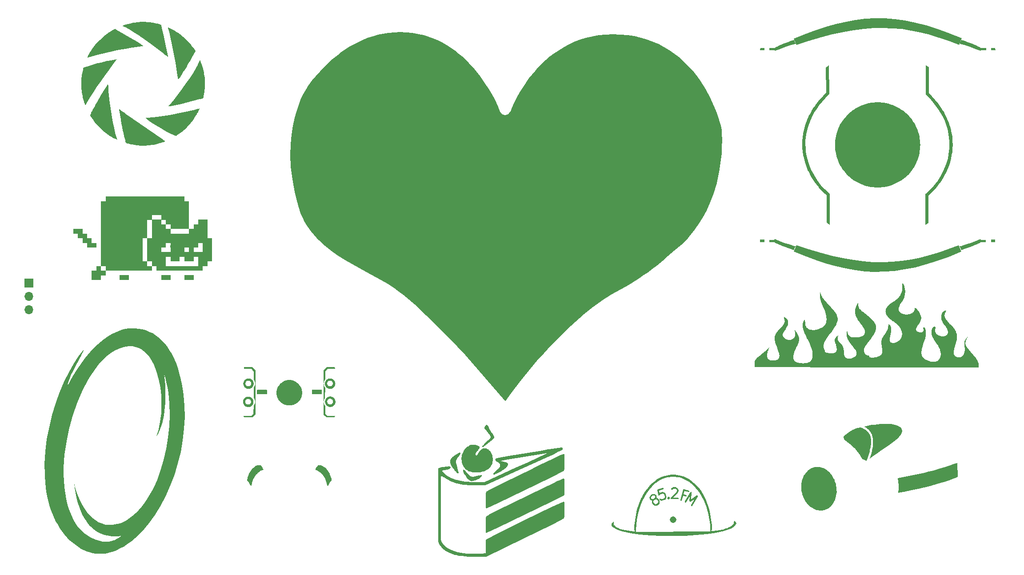
<source format=gts>
G04 #@! TF.GenerationSoftware,KiCad,Pcbnew,9.0.0*
G04 #@! TF.CreationDate,2025-04-01T19:23:43-07:00*
G04 #@! TF.ProjectId,proto-for-mfg,70726f74-6f2d-4666-9f72-2d6d66672e6b,rev?*
G04 #@! TF.SameCoordinates,Original*
G04 #@! TF.FileFunction,Soldermask,Top*
G04 #@! TF.FilePolarity,Negative*
%FSLAX46Y46*%
G04 Gerber Fmt 4.6, Leading zero omitted, Abs format (unit mm)*
G04 Created by KiCad (PCBNEW 9.0.0) date 2025-04-01 19:23:43*
%MOMM*%
%LPD*%
G01*
G04 APERTURE LIST*
%ADD10R,1.700000X1.700000*%
%ADD11O,1.700000X1.700000*%
G04 APERTURE END LIST*
D10*
X27469855Y-91056947D03*
D11*
X27469855Y-93596947D03*
X27469855Y-96136947D03*
G36*
X150610626Y-127619988D02*
G01*
X150619239Y-127620589D01*
X151006574Y-127661192D01*
X151015153Y-127662395D01*
X151394352Y-127729176D01*
X151402801Y-127730970D01*
X151773575Y-127823276D01*
X151781801Y-127825628D01*
X152143953Y-127942836D01*
X152151874Y-127945700D01*
X152505157Y-128087194D01*
X152512708Y-128090514D01*
X152856839Y-128255680D01*
X152863968Y-128259390D01*
X153198700Y-128447639D01*
X153205374Y-128451674D01*
X153530382Y-128662389D01*
X153536582Y-128666682D01*
X153851569Y-128899265D01*
X153857290Y-128903754D01*
X154161955Y-129157614D01*
X154167203Y-129162245D01*
X154461159Y-129436717D01*
X154465950Y-129441439D01*
X154748929Y-129735965D01*
X154753282Y-129740739D01*
X155023909Y-130053505D01*
X155029672Y-130060689D01*
X155538375Y-130745351D01*
X155544782Y-130754862D01*
X156002952Y-131508071D01*
X156008088Y-131517393D01*
X156413893Y-132335152D01*
X156417953Y-132344231D01*
X156768648Y-133221225D01*
X156771796Y-133230051D01*
X157064671Y-134160932D01*
X157067038Y-134169521D01*
X157299416Y-135148932D01*
X157301101Y-135157312D01*
X157470324Y-136179847D01*
X157471402Y-136188052D01*
X157574848Y-137248357D01*
X157575370Y-137256421D01*
X157601053Y-138056883D01*
X157583529Y-138124520D01*
X157532219Y-138171944D01*
X157463415Y-138184101D01*
X157398961Y-138157129D01*
X157392945Y-138151915D01*
X157339001Y-138102049D01*
X157303135Y-138042088D01*
X157299302Y-138016649D01*
X157279487Y-137582618D01*
X157242183Y-137100204D01*
X157189938Y-136621125D01*
X157122970Y-136146215D01*
X157041509Y-135676349D01*
X156945763Y-135212310D01*
X156835981Y-134755061D01*
X156712350Y-134305324D01*
X156575115Y-133864024D01*
X156424503Y-133432026D01*
X156260723Y-133010135D01*
X156084001Y-132599223D01*
X155894560Y-132200129D01*
X155692641Y-131813745D01*
X155478408Y-131440815D01*
X155252165Y-131082325D01*
X155014079Y-130739041D01*
X155014075Y-130739035D01*
X154764380Y-130411822D01*
X154503299Y-130101531D01*
X154231074Y-129809036D01*
X154231066Y-129809027D01*
X153947891Y-129535147D01*
X153947887Y-129535143D01*
X153654008Y-129280748D01*
X153349620Y-129046666D01*
X153034964Y-128833763D01*
X153034957Y-128833759D01*
X152710276Y-128642897D01*
X152710275Y-128642896D01*
X152375727Y-128474889D01*
X152031603Y-128330622D01*
X152031601Y-128330621D01*
X151678114Y-128210937D01*
X151678075Y-128210925D01*
X151315417Y-128116663D01*
X151315407Y-128116660D01*
X150943812Y-128048674D01*
X150943799Y-128048673D01*
X150563493Y-128007814D01*
X150174674Y-127994931D01*
X149786234Y-128010691D01*
X149406992Y-128054607D01*
X149037136Y-128125799D01*
X148676795Y-128223397D01*
X148326177Y-128346511D01*
X147985432Y-128494262D01*
X147985427Y-128494265D01*
X147654696Y-128665787D01*
X147654676Y-128665799D01*
X147334129Y-128860210D01*
X147023928Y-129076636D01*
X146724240Y-129314194D01*
X146435232Y-129572001D01*
X146157038Y-129849210D01*
X146157037Y-129849211D01*
X145633854Y-130458203D01*
X145155958Y-131134184D01*
X144724654Y-131870137D01*
X144341258Y-132659006D01*
X144341257Y-132659007D01*
X144007062Y-133493784D01*
X143723362Y-134367459D01*
X143491463Y-135273000D01*
X143312664Y-136203393D01*
X143312659Y-136203423D01*
X143188267Y-137151600D01*
X143122988Y-138062909D01*
X143098564Y-138128370D01*
X143085016Y-138143657D01*
X143003594Y-138221538D01*
X142941542Y-138253652D01*
X142871978Y-138247120D01*
X142816989Y-138204016D01*
X142794033Y-138138025D01*
X142793899Y-138129918D01*
X142797998Y-137877290D01*
X142798130Y-137873251D01*
X142824550Y-137332504D01*
X142824815Y-137328446D01*
X142868444Y-136795052D01*
X142868845Y-136790973D01*
X142929356Y-136265597D01*
X142929899Y-136261491D01*
X143006949Y-135744946D01*
X143007638Y-135740809D01*
X143100897Y-135233765D01*
X143101739Y-135229592D01*
X143210870Y-134732782D01*
X143211873Y-134728568D01*
X143336537Y-134242711D01*
X143337711Y-134238450D01*
X143477583Y-133764214D01*
X143478941Y-133759903D01*
X143633649Y-133298107D01*
X143635203Y-133293740D01*
X143804433Y-132845021D01*
X143806199Y-132840597D01*
X143989596Y-132405690D01*
X143991593Y-132401205D01*
X144188799Y-131980855D01*
X144191046Y-131976309D01*
X144401735Y-131571176D01*
X144404256Y-131566571D01*
X144628033Y-131177451D01*
X144630850Y-131172791D01*
X144867417Y-130800291D01*
X144870559Y-130795585D01*
X145119516Y-130440481D01*
X145123010Y-130435741D01*
X145384017Y-130098705D01*
X145387893Y-130093948D01*
X145660587Y-129775683D01*
X145664873Y-129770934D01*
X145948910Y-129472109D01*
X145953635Y-129467399D01*
X146248636Y-129188718D01*
X146253823Y-129184086D01*
X146559463Y-128926198D01*
X146565133Y-128921691D01*
X146881034Y-128685285D01*
X146887196Y-128680958D01*
X147213084Y-128466646D01*
X147219740Y-128462564D01*
X147555220Y-128271043D01*
X147562355Y-128267272D01*
X147907161Y-128099159D01*
X147914745Y-128095770D01*
X148268597Y-127951706D01*
X148276585Y-127948770D01*
X148639175Y-127829418D01*
X148647499Y-127826997D01*
X149018590Y-127733004D01*
X149027168Y-127731151D01*
X149406545Y-127663181D01*
X149415283Y-127661935D01*
X149802678Y-127620682D01*
X149811470Y-127620061D01*
X150206716Y-127606226D01*
X150215369Y-127606225D01*
X150610626Y-127619988D01*
G37*
G36*
X157565144Y-138320665D02*
G01*
X157586775Y-138334343D01*
X157597929Y-138343130D01*
X157638409Y-138400078D01*
X157641674Y-138469872D01*
X157606687Y-138530351D01*
X157544557Y-138562314D01*
X157475010Y-138555613D01*
X157456013Y-138546022D01*
X157451043Y-138542951D01*
X157432056Y-138528523D01*
X157425872Y-138522807D01*
X157390003Y-138462847D01*
X157392245Y-138393014D01*
X157431886Y-138335478D01*
X157496340Y-138308507D01*
X157565144Y-138320665D01*
G37*
G36*
X142947151Y-138389954D02*
G01*
X142998916Y-138436882D01*
X143017092Y-138504346D01*
X142995909Y-138570927D01*
X142978834Y-138591173D01*
X142970716Y-138598938D01*
X142951589Y-138613937D01*
X142946139Y-138617406D01*
X142879014Y-138636798D01*
X142812061Y-138616821D01*
X142766537Y-138563818D01*
X142756895Y-138494617D01*
X142786197Y-138431188D01*
X142800474Y-138417288D01*
X142814042Y-138406054D01*
X142878233Y-138378462D01*
X142947151Y-138389954D01*
G37*
G36*
X189585631Y-56666707D02*
G01*
X189585656Y-56666708D01*
X189997523Y-56698072D01*
X189997548Y-56698074D01*
X190403465Y-56749724D01*
X190403490Y-56749727D01*
X190802944Y-56821147D01*
X190802969Y-56821152D01*
X191195449Y-56911832D01*
X191195473Y-56911839D01*
X191580468Y-57021266D01*
X191580492Y-57021274D01*
X191957487Y-57148938D01*
X191957511Y-57148946D01*
X192325996Y-57294333D01*
X192326019Y-57294343D01*
X192685481Y-57456943D01*
X192685503Y-57456953D01*
X193035430Y-57636253D01*
X193035451Y-57636264D01*
X193375331Y-57831751D01*
X193375352Y-57831764D01*
X193704673Y-58042927D01*
X193704693Y-58042940D01*
X194022941Y-58269266D01*
X194022960Y-58269280D01*
X194329625Y-58510259D01*
X194329644Y-58510274D01*
X194624213Y-58765392D01*
X194624230Y-58765408D01*
X194906192Y-59034153D01*
X194906208Y-59034170D01*
X195175049Y-59316032D01*
X195175065Y-59316050D01*
X195430272Y-59610515D01*
X195430288Y-59610533D01*
X195671350Y-59917090D01*
X195671365Y-59917109D01*
X195897772Y-60235247D01*
X195897785Y-60235267D01*
X196109022Y-60564471D01*
X196109035Y-60564492D01*
X196304591Y-60904252D01*
X196304602Y-60904273D01*
X196483964Y-61254078D01*
X196483975Y-61254100D01*
X196646632Y-61613435D01*
X196646642Y-61613457D01*
X196792081Y-61981813D01*
X196792089Y-61981836D01*
X196919798Y-62358700D01*
X196919805Y-62358723D01*
X197029271Y-62743582D01*
X197029277Y-62743607D01*
X197119990Y-63135950D01*
X197119995Y-63135975D01*
X197191441Y-63535288D01*
X197191444Y-63535313D01*
X197243111Y-63941087D01*
X197243113Y-63941112D01*
X197274489Y-64352834D01*
X197274490Y-64352859D01*
X197285062Y-64770016D01*
X197285062Y-64770042D01*
X197274490Y-65187198D01*
X197274489Y-65187223D01*
X197243113Y-65598944D01*
X197243111Y-65598969D01*
X197191444Y-66004743D01*
X197191441Y-66004768D01*
X197119995Y-66404081D01*
X197119990Y-66404106D01*
X197029277Y-66796448D01*
X197029271Y-66796473D01*
X196919805Y-67181332D01*
X196919798Y-67181355D01*
X196792089Y-67558219D01*
X196792081Y-67558242D01*
X196646642Y-67926597D01*
X196646632Y-67926619D01*
X196483975Y-68285955D01*
X196483964Y-68285977D01*
X196304602Y-68635781D01*
X196304591Y-68635802D01*
X196109035Y-68975562D01*
X196109022Y-68975583D01*
X195897785Y-69304788D01*
X195897772Y-69304808D01*
X195671365Y-69622945D01*
X195671350Y-69622964D01*
X195430288Y-69929521D01*
X195430272Y-69929539D01*
X195175065Y-70224004D01*
X195175049Y-70224022D01*
X194906208Y-70505883D01*
X194906192Y-70505900D01*
X194624230Y-70774646D01*
X194624213Y-70774662D01*
X194329644Y-71029780D01*
X194329625Y-71029795D01*
X194022960Y-71270774D01*
X194022941Y-71270788D01*
X193704693Y-71497114D01*
X193704673Y-71497127D01*
X193375352Y-71708290D01*
X193375331Y-71708303D01*
X193035451Y-71903790D01*
X193035430Y-71903801D01*
X192685503Y-72083101D01*
X192685481Y-72083111D01*
X192326019Y-72245711D01*
X192325996Y-72245721D01*
X191957511Y-72391108D01*
X191957487Y-72391116D01*
X191580492Y-72518780D01*
X191580468Y-72518788D01*
X191195473Y-72628215D01*
X191195449Y-72628222D01*
X190802969Y-72718902D01*
X190802944Y-72718907D01*
X190403490Y-72790327D01*
X190403465Y-72790330D01*
X189997548Y-72841980D01*
X189997523Y-72841982D01*
X189585656Y-72873346D01*
X189585631Y-72873347D01*
X189168328Y-72883916D01*
X189168302Y-72883916D01*
X188750999Y-72873347D01*
X188750974Y-72873346D01*
X188339106Y-72841982D01*
X188339081Y-72841980D01*
X187933164Y-72790330D01*
X187933139Y-72790327D01*
X187533685Y-72718907D01*
X187533660Y-72718902D01*
X187141179Y-72628222D01*
X187141155Y-72628215D01*
X186756161Y-72518788D01*
X186756137Y-72518780D01*
X186379141Y-72391116D01*
X186379117Y-72391108D01*
X186010632Y-72245721D01*
X186010609Y-72245711D01*
X185651147Y-72083111D01*
X185651125Y-72083101D01*
X185301197Y-71903801D01*
X185301176Y-71903790D01*
X184961296Y-71708303D01*
X184961275Y-71708290D01*
X184631955Y-71497127D01*
X184631935Y-71497114D01*
X184313686Y-71270788D01*
X184313667Y-71270774D01*
X184007002Y-71029795D01*
X184006983Y-71029780D01*
X183712414Y-70774662D01*
X183712397Y-70774646D01*
X183430435Y-70505900D01*
X183430419Y-70505883D01*
X183161578Y-70224022D01*
X183161562Y-70224004D01*
X182906355Y-69929539D01*
X182906339Y-69929521D01*
X182665277Y-69622964D01*
X182665262Y-69622945D01*
X182438855Y-69304808D01*
X182438842Y-69304788D01*
X182227605Y-68975583D01*
X182227592Y-68975562D01*
X182032036Y-68635802D01*
X182032025Y-68635781D01*
X181852663Y-68285977D01*
X181852652Y-68285955D01*
X181689995Y-67926619D01*
X181689985Y-67926597D01*
X181544547Y-67558242D01*
X181544539Y-67558219D01*
X181416830Y-67181355D01*
X181416823Y-67181332D01*
X181307356Y-66796473D01*
X181307350Y-66796448D01*
X181216638Y-66404106D01*
X181216633Y-66404081D01*
X181145187Y-66004768D01*
X181145184Y-66004743D01*
X181093517Y-65598969D01*
X181093515Y-65598944D01*
X181062139Y-65187223D01*
X181062138Y-65187198D01*
X181051565Y-64770042D01*
X181051565Y-64770016D01*
X181062138Y-64352859D01*
X181062139Y-64352834D01*
X181093515Y-63941112D01*
X181093517Y-63941087D01*
X181145184Y-63535313D01*
X181145187Y-63535288D01*
X181216633Y-63135975D01*
X181216638Y-63135950D01*
X181307350Y-62743607D01*
X181307356Y-62743582D01*
X181416823Y-62358723D01*
X181416830Y-62358700D01*
X181544539Y-61981836D01*
X181544547Y-61981813D01*
X181689985Y-61613457D01*
X181689995Y-61613435D01*
X181852652Y-61254100D01*
X181852663Y-61254078D01*
X182032025Y-60904273D01*
X182032036Y-60904252D01*
X182227592Y-60564492D01*
X182227605Y-60564471D01*
X182438842Y-60235267D01*
X182438855Y-60235247D01*
X182665262Y-59917109D01*
X182665277Y-59917090D01*
X182906339Y-59610533D01*
X182906355Y-59610515D01*
X183161562Y-59316050D01*
X183161578Y-59316032D01*
X183430419Y-59034170D01*
X183430435Y-59034153D01*
X183712397Y-58765408D01*
X183712414Y-58765392D01*
X184006983Y-58510274D01*
X184007002Y-58510259D01*
X184313667Y-58269280D01*
X184313686Y-58269266D01*
X184631935Y-58042940D01*
X184631955Y-58042927D01*
X184961275Y-57831764D01*
X184961296Y-57831751D01*
X185301176Y-57636264D01*
X185301197Y-57636253D01*
X185651125Y-57456953D01*
X185651147Y-57456943D01*
X186010609Y-57294343D01*
X186010632Y-57294333D01*
X186379117Y-57148946D01*
X186379141Y-57148938D01*
X186756137Y-57021274D01*
X186756161Y-57021266D01*
X187141155Y-56911839D01*
X187141179Y-56911832D01*
X187533660Y-56821152D01*
X187533685Y-56821147D01*
X187933139Y-56749727D01*
X187933164Y-56749724D01*
X188339081Y-56698074D01*
X188339106Y-56698072D01*
X188750974Y-56666708D01*
X188750999Y-56666707D01*
X189168302Y-56656138D01*
X189168328Y-56656138D01*
X189585631Y-56666707D01*
G37*
G36*
X69360125Y-109259510D02*
G01*
X69366400Y-109259828D01*
X69410635Y-109263197D01*
X69416877Y-109263832D01*
X69460341Y-109269365D01*
X69466511Y-109270309D01*
X69509260Y-109277954D01*
X69515356Y-109279202D01*
X69557331Y-109288904D01*
X69563319Y-109290447D01*
X69604475Y-109302149D01*
X69610343Y-109303975D01*
X69650648Y-109317627D01*
X69656394Y-109319733D01*
X69695807Y-109335290D01*
X69701400Y-109337658D01*
X69739884Y-109355072D01*
X69745327Y-109357696D01*
X69782782Y-109376895D01*
X69788056Y-109379762D01*
X69824487Y-109400722D01*
X69829599Y-109403830D01*
X69864904Y-109426476D01*
X69869837Y-109429809D01*
X69903977Y-109454097D01*
X69908725Y-109457649D01*
X69941653Y-109483532D01*
X69946219Y-109487301D01*
X69977837Y-109514694D01*
X69982209Y-109518669D01*
X70012510Y-109547560D01*
X70016686Y-109551736D01*
X70045579Y-109582039D01*
X70049554Y-109586412D01*
X70076920Y-109617999D01*
X70080687Y-109622562D01*
X70106585Y-109655508D01*
X70110139Y-109660258D01*
X70134432Y-109694405D01*
X70137766Y-109699338D01*
X70160422Y-109734659D01*
X70163527Y-109739767D01*
X70184471Y-109776167D01*
X70187341Y-109781447D01*
X70206558Y-109818939D01*
X70209181Y-109824380D01*
X70226578Y-109862826D01*
X70228947Y-109868421D01*
X70244508Y-109907846D01*
X70246611Y-109913585D01*
X70260263Y-109953884D01*
X70262091Y-109959755D01*
X70273797Y-110000922D01*
X70275340Y-110006915D01*
X70285039Y-110048882D01*
X70286287Y-110054973D01*
X70293928Y-110097696D01*
X70294873Y-110103870D01*
X70300412Y-110147386D01*
X70301046Y-110153627D01*
X70304413Y-110197838D01*
X70304731Y-110204112D01*
X70305869Y-110249013D01*
X70305869Y-110255297D01*
X70304731Y-110300198D01*
X70304413Y-110306473D01*
X70301046Y-110350680D01*
X70300411Y-110356921D01*
X70294871Y-110400444D01*
X70293928Y-110406614D01*
X70286289Y-110449332D01*
X70285040Y-110455427D01*
X70275340Y-110497396D01*
X70273797Y-110503387D01*
X70262090Y-110544559D01*
X70260261Y-110550434D01*
X70246614Y-110590715D01*
X70244513Y-110596448D01*
X70228944Y-110635896D01*
X70226574Y-110641495D01*
X70209181Y-110679932D01*
X70206558Y-110685372D01*
X70187341Y-110722864D01*
X70184471Y-110728144D01*
X70163527Y-110764544D01*
X70160422Y-110769652D01*
X70137766Y-110804973D01*
X70134432Y-110809906D01*
X70110139Y-110844053D01*
X70106585Y-110848803D01*
X70080697Y-110881736D01*
X70076932Y-110886297D01*
X70049544Y-110917911D01*
X70045567Y-110922287D01*
X70016666Y-110952598D01*
X70012488Y-110956775D01*
X69982217Y-110985636D01*
X69977847Y-110989609D01*
X69946221Y-111017009D01*
X69941656Y-111020777D01*
X69908726Y-111046662D01*
X69903977Y-111050215D01*
X69869837Y-111074503D01*
X69864904Y-111077836D01*
X69829599Y-111100482D01*
X69824487Y-111103590D01*
X69788063Y-111124546D01*
X69782792Y-111127411D01*
X69745324Y-111146618D01*
X69739873Y-111149246D01*
X69701396Y-111166655D01*
X69695808Y-111169021D01*
X69656410Y-111184572D01*
X69650670Y-111186676D01*
X69610339Y-111200339D01*
X69604465Y-111202167D01*
X69563320Y-111213866D01*
X69557332Y-111215409D01*
X69515357Y-111225111D01*
X69509260Y-111226360D01*
X69466543Y-111233999D01*
X69460371Y-111234943D01*
X69421346Y-111239910D01*
X69406056Y-111240901D01*
X69269273Y-111241305D01*
X69256225Y-111240656D01*
X69119536Y-111226602D01*
X69104296Y-111224067D01*
X69066843Y-111215411D01*
X69060850Y-111213868D01*
X69019683Y-111202162D01*
X69013812Y-111200334D01*
X68973513Y-111186682D01*
X68967773Y-111184578D01*
X68928357Y-111169020D01*
X68922765Y-111166653D01*
X68884295Y-111149246D01*
X68878849Y-111146620D01*
X68841389Y-111127418D01*
X68836114Y-111124551D01*
X68799688Y-111103593D01*
X68794580Y-111100488D01*
X68759264Y-111077836D01*
X68754330Y-111074501D01*
X68720188Y-111050212D01*
X68715437Y-111046658D01*
X68682513Y-111020777D01*
X68677947Y-111017008D01*
X68646305Y-110989593D01*
X68641934Y-110985620D01*
X68611672Y-110956766D01*
X68607497Y-110952590D01*
X68578605Y-110922288D01*
X68574631Y-110917917D01*
X68547238Y-110886300D01*
X68543468Y-110881733D01*
X68517582Y-110848801D01*
X68514029Y-110844052D01*
X68489741Y-110809911D01*
X68486408Y-110804978D01*
X68463756Y-110769663D01*
X68460651Y-110764556D01*
X68439686Y-110728119D01*
X68436817Y-110722840D01*
X68417620Y-110685388D01*
X68414995Y-110679945D01*
X68397587Y-110641473D01*
X68395219Y-110635878D01*
X68379659Y-110596455D01*
X68377556Y-110590718D01*
X68363913Y-110550446D01*
X68362084Y-110544571D01*
X68350374Y-110503385D01*
X68348832Y-110497398D01*
X68339130Y-110455423D01*
X68337881Y-110449327D01*
X68330237Y-110406583D01*
X68329294Y-110400413D01*
X68323761Y-110356948D01*
X68323126Y-110350706D01*
X68319757Y-110306473D01*
X68319439Y-110300198D01*
X68318301Y-110255297D01*
X68318301Y-110249013D01*
X68318955Y-110223211D01*
X68739373Y-110223211D01*
X68739381Y-110223513D01*
X68739381Y-110229338D01*
X68739373Y-110229640D01*
X68739921Y-110251245D01*
X68739943Y-110251539D01*
X68740237Y-110257345D01*
X68740245Y-110257650D01*
X68741871Y-110278993D01*
X68741907Y-110279275D01*
X68742499Y-110285096D01*
X68742519Y-110285357D01*
X68745197Y-110306403D01*
X68745241Y-110306646D01*
X68746125Y-110312422D01*
X68746157Y-110312673D01*
X68749862Y-110333391D01*
X68749903Y-110333568D01*
X68751089Y-110339351D01*
X68751135Y-110339610D01*
X68755832Y-110359933D01*
X68755886Y-110360123D01*
X68757371Y-110365887D01*
X68757412Y-110366065D01*
X68763077Y-110385991D01*
X68763136Y-110386165D01*
X68764898Y-110391824D01*
X68764943Y-110391982D01*
X68771554Y-110411500D01*
X68771593Y-110411598D01*
X68773664Y-110417248D01*
X68773705Y-110417370D01*
X68781238Y-110436457D01*
X68781274Y-110436536D01*
X68783628Y-110442096D01*
X68783657Y-110442171D01*
X68792088Y-110460803D01*
X68792098Y-110460822D01*
X68794741Y-110466303D01*
X68794758Y-110466341D01*
X68804049Y-110484468D01*
X68806982Y-110489863D01*
X68806991Y-110489881D01*
X68817120Y-110507486D01*
X68820263Y-110512656D01*
X68831262Y-110529803D01*
X68834589Y-110534726D01*
X68846394Y-110551321D01*
X68849953Y-110556078D01*
X68862518Y-110572062D01*
X68866259Y-110576593D01*
X68879600Y-110591994D01*
X68883540Y-110596328D01*
X68897587Y-110611060D01*
X68901716Y-110615189D01*
X68916465Y-110629251D01*
X68920764Y-110633159D01*
X68936197Y-110646530D01*
X68940721Y-110650265D01*
X68956719Y-110662840D01*
X68961428Y-110666362D01*
X68978036Y-110678178D01*
X68982970Y-110681512D01*
X69000142Y-110692528D01*
X69005311Y-110695668D01*
X69022905Y-110705791D01*
X69028314Y-110708731D01*
X69046423Y-110718013D01*
X69046453Y-110718027D01*
X69051978Y-110720691D01*
X69051984Y-110720694D01*
X69070588Y-110729112D01*
X69070627Y-110729128D01*
X69076279Y-110731520D01*
X69076326Y-110731541D01*
X69095394Y-110739067D01*
X69095465Y-110739091D01*
X69101186Y-110741188D01*
X69101270Y-110741221D01*
X69120768Y-110747825D01*
X69120893Y-110747861D01*
X69126697Y-110749668D01*
X69126801Y-110749703D01*
X69146724Y-110755368D01*
X69253537Y-110756438D01*
X69265780Y-110760166D01*
X69419858Y-110756946D01*
X69421943Y-110756581D01*
X69423074Y-110756260D01*
X69423057Y-110756201D01*
X69445893Y-110749707D01*
X69446008Y-110749669D01*
X69451834Y-110747855D01*
X69451947Y-110747822D01*
X69471422Y-110741225D01*
X69471505Y-110741193D01*
X69477256Y-110739086D01*
X69477319Y-110739064D01*
X69496374Y-110731543D01*
X69496397Y-110731533D01*
X69502078Y-110729128D01*
X69502126Y-110729108D01*
X69520703Y-110720702D01*
X69526279Y-110718013D01*
X69544436Y-110708706D01*
X69549768Y-110705808D01*
X69567437Y-110695641D01*
X69572566Y-110692523D01*
X69589722Y-110681520D01*
X69594630Y-110678202D01*
X69611246Y-110666382D01*
X69615982Y-110662839D01*
X69632020Y-110650232D01*
X69636502Y-110646533D01*
X69651963Y-110633137D01*
X69656205Y-110629281D01*
X69671044Y-110615131D01*
X69675094Y-110611080D01*
X69689150Y-110596340D01*
X69693087Y-110592010D01*
X69706461Y-110576572D01*
X69710165Y-110572083D01*
X69722768Y-110556052D01*
X69726278Y-110551360D01*
X69738099Y-110534744D01*
X69741424Y-110529827D01*
X69752447Y-110512641D01*
X69755552Y-110507533D01*
X69765732Y-110489840D01*
X69768658Y-110484455D01*
X69777928Y-110466370D01*
X69780625Y-110460776D01*
X69789026Y-110442211D01*
X69789058Y-110442132D01*
X69791458Y-110436464D01*
X69791466Y-110436446D01*
X69798988Y-110417388D01*
X69799014Y-110417312D01*
X69801123Y-110411559D01*
X69801149Y-110411491D01*
X69807747Y-110392015D01*
X69807786Y-110391881D01*
X69809586Y-110386099D01*
X69809625Y-110385981D01*
X69815289Y-110366062D01*
X69815319Y-110365933D01*
X69816828Y-110360076D01*
X69816873Y-110359915D01*
X69821557Y-110339641D01*
X69821592Y-110339450D01*
X69822806Y-110333527D01*
X69822846Y-110333351D01*
X69826537Y-110312720D01*
X69826562Y-110312527D01*
X69827472Y-110306577D01*
X69827509Y-110306365D01*
X69830179Y-110285384D01*
X69830198Y-110285144D01*
X69830798Y-110279236D01*
X69830829Y-110278986D01*
X69832454Y-110257659D01*
X69832461Y-110257408D01*
X69832761Y-110251483D01*
X69832780Y-110251219D01*
X69833326Y-110229659D01*
X69833320Y-110229386D01*
X69833320Y-110223468D01*
X69833326Y-110223194D01*
X69832780Y-110201642D01*
X69832761Y-110201377D01*
X69832460Y-110195447D01*
X69832452Y-110195175D01*
X69830829Y-110173863D01*
X69830799Y-110173625D01*
X69830197Y-110167700D01*
X69830178Y-110167466D01*
X69827508Y-110146485D01*
X69827471Y-110146273D01*
X69826564Y-110140347D01*
X69826537Y-110140137D01*
X69822842Y-110119488D01*
X69822800Y-110119303D01*
X69821591Y-110113398D01*
X69821559Y-110113224D01*
X69816874Y-110092948D01*
X69816829Y-110092787D01*
X69815324Y-110086940D01*
X69815287Y-110086781D01*
X69809632Y-110066894D01*
X69809587Y-110066761D01*
X69807784Y-110060968D01*
X69807747Y-110060839D01*
X69801146Y-110041353D01*
X69801110Y-110041261D01*
X69799013Y-110035540D01*
X69798988Y-110035466D01*
X69791466Y-110016409D01*
X69791445Y-110016362D01*
X69789055Y-110010715D01*
X69789034Y-110010663D01*
X69780623Y-109992075D01*
X69780619Y-109992067D01*
X69777930Y-109986491D01*
X69777923Y-109986475D01*
X69768653Y-109968390D01*
X69765720Y-109962994D01*
X69755595Y-109945396D01*
X69752449Y-109940219D01*
X69741451Y-109923070D01*
X69738100Y-109918110D01*
X69726284Y-109901504D01*
X69722773Y-109896810D01*
X69710181Y-109880791D01*
X69706452Y-109876273D01*
X69693081Y-109860840D01*
X69689149Y-109856515D01*
X69675110Y-109841789D01*
X69670989Y-109837668D01*
X69656279Y-109823643D01*
X69651946Y-109819703D01*
X69636549Y-109806361D01*
X69632021Y-109802623D01*
X69615984Y-109790016D01*
X69611250Y-109786475D01*
X69594661Y-109774674D01*
X69589690Y-109771314D01*
X69572577Y-109760337D01*
X69567473Y-109757234D01*
X69549789Y-109747059D01*
X69544404Y-109744131D01*
X69526283Y-109734842D01*
X69526261Y-109734833D01*
X69520734Y-109732168D01*
X69520705Y-109732153D01*
X69502095Y-109723732D01*
X69502030Y-109723707D01*
X69496465Y-109721351D01*
X69496390Y-109721317D01*
X69477308Y-109713785D01*
X69477204Y-109713750D01*
X69471535Y-109711672D01*
X69471444Y-109711636D01*
X69451923Y-109705023D01*
X69451798Y-109704988D01*
X69446052Y-109703199D01*
X69445905Y-109703149D01*
X69426000Y-109697489D01*
X69425817Y-109697447D01*
X69420012Y-109695952D01*
X69419853Y-109695907D01*
X69399515Y-109691206D01*
X69399282Y-109691164D01*
X69393486Y-109689977D01*
X69393304Y-109689935D01*
X69372611Y-109686233D01*
X69372361Y-109686201D01*
X69366567Y-109685315D01*
X69366297Y-109685267D01*
X69345294Y-109682595D01*
X69345037Y-109682575D01*
X69339203Y-109681982D01*
X69338929Y-109681947D01*
X69317574Y-109680320D01*
X69317271Y-109680312D01*
X69311465Y-109680018D01*
X69311172Y-109679996D01*
X69289568Y-109679448D01*
X69289266Y-109679456D01*
X69283441Y-109679456D01*
X69283139Y-109679448D01*
X69261524Y-109679996D01*
X69261235Y-109680018D01*
X69255437Y-109680312D01*
X69255114Y-109680320D01*
X69233790Y-109681945D01*
X69233503Y-109681982D01*
X69227692Y-109682573D01*
X69227420Y-109682594D01*
X69206412Y-109685266D01*
X69206148Y-109685314D01*
X69200311Y-109686206D01*
X69200076Y-109686236D01*
X69179374Y-109689939D01*
X69179146Y-109689992D01*
X69173425Y-109691164D01*
X69173191Y-109691206D01*
X69152822Y-109695913D01*
X69152604Y-109695975D01*
X69146937Y-109697435D01*
X69146740Y-109697480D01*
X69126784Y-109703154D01*
X69126632Y-109703206D01*
X69120987Y-109704964D01*
X69120796Y-109705018D01*
X69101262Y-109711635D01*
X69101127Y-109711689D01*
X69095509Y-109713747D01*
X69095406Y-109713781D01*
X69076295Y-109721325D01*
X69076234Y-109721353D01*
X69070693Y-109723699D01*
X69070610Y-109723731D01*
X69051991Y-109732155D01*
X69051938Y-109732183D01*
X69046475Y-109734817D01*
X69046436Y-109734834D01*
X69028289Y-109744135D01*
X69028261Y-109744152D01*
X69022919Y-109747056D01*
X69022911Y-109747059D01*
X69005286Y-109757201D01*
X69000116Y-109760344D01*
X68982991Y-109771328D01*
X68978003Y-109774699D01*
X68961459Y-109786470D01*
X68956723Y-109790012D01*
X68940694Y-109802612D01*
X68936199Y-109806322D01*
X68920797Y-109819666D01*
X68916458Y-109823610D01*
X68901739Y-109837643D01*
X68897601Y-109841780D01*
X68883507Y-109856563D01*
X68879597Y-109860865D01*
X68866268Y-109876252D01*
X68862514Y-109880800D01*
X68849951Y-109896781D01*
X68846381Y-109901552D01*
X68834617Y-109918089D01*
X68831248Y-109923072D01*
X68820269Y-109940189D01*
X68820266Y-109940196D01*
X68817120Y-109945369D01*
X68806982Y-109962990D01*
X68806964Y-109963026D01*
X68804074Y-109968344D01*
X68804056Y-109968374D01*
X68794756Y-109986518D01*
X68794735Y-109986565D01*
X68792117Y-109991995D01*
X68792088Y-109992050D01*
X68783664Y-110010669D01*
X68783629Y-110010759D01*
X68781276Y-110016319D01*
X68781236Y-110016406D01*
X68773708Y-110035475D01*
X68773672Y-110035584D01*
X68771614Y-110041202D01*
X68771560Y-110041338D01*
X68764947Y-110060858D01*
X68764906Y-110061003D01*
X68763127Y-110066717D01*
X68763077Y-110066864D01*
X68757409Y-110086797D01*
X68757366Y-110086985D01*
X68755886Y-110092733D01*
X68755831Y-110092927D01*
X68751134Y-110113247D01*
X68751086Y-110113517D01*
X68749911Y-110119254D01*
X68749861Y-110119469D01*
X68746159Y-110140167D01*
X68746125Y-110140434D01*
X68745242Y-110146205D01*
X68745195Y-110146466D01*
X68742519Y-110167488D01*
X68742499Y-110167754D01*
X68741907Y-110173581D01*
X68741871Y-110173862D01*
X68740245Y-110195205D01*
X68740237Y-110195511D01*
X68739943Y-110201309D01*
X68739921Y-110201598D01*
X68739373Y-110223211D01*
X68318955Y-110223211D01*
X68319439Y-110204111D01*
X68319757Y-110197836D01*
X68323126Y-110153603D01*
X68323761Y-110147361D01*
X68329294Y-110103897D01*
X68330237Y-110097727D01*
X68337881Y-110054983D01*
X68339130Y-110048887D01*
X68348832Y-110006912D01*
X68350375Y-110000924D01*
X68362080Y-109959757D01*
X68363908Y-109953884D01*
X68377565Y-109913570D01*
X68379669Y-109907829D01*
X68395221Y-109868429D01*
X68397588Y-109862837D01*
X68414996Y-109824365D01*
X68417620Y-109818923D01*
X68436816Y-109781472D01*
X68439686Y-109776192D01*
X68460651Y-109739755D01*
X68463756Y-109734648D01*
X68486408Y-109699333D01*
X68489741Y-109694400D01*
X68514029Y-109660259D01*
X68517582Y-109655510D01*
X68543468Y-109622578D01*
X68547238Y-109618011D01*
X68574632Y-109586393D01*
X68578605Y-109582022D01*
X68607465Y-109551753D01*
X68611641Y-109547578D01*
X68641957Y-109518672D01*
X68646332Y-109514695D01*
X68677959Y-109487295D01*
X68682521Y-109483529D01*
X68715435Y-109457656D01*
X68720185Y-109454103D01*
X68754329Y-109429812D01*
X68759264Y-109426476D01*
X68794572Y-109403829D01*
X68799678Y-109400725D01*
X68836120Y-109379757D01*
X68841398Y-109376888D01*
X68878859Y-109357686D01*
X68884302Y-109355062D01*
X68922766Y-109337657D01*
X68928363Y-109335287D01*
X68967747Y-109319743D01*
X68973485Y-109317641D01*
X69013824Y-109303976D01*
X69019695Y-109302148D01*
X69060857Y-109290444D01*
X69066848Y-109288901D01*
X69108808Y-109279203D01*
X69114899Y-109277955D01*
X69157654Y-109270308D01*
X69163829Y-109269363D01*
X69207291Y-109263831D01*
X69213531Y-109263197D01*
X69257764Y-109259828D01*
X69264039Y-109259510D01*
X69308940Y-109258372D01*
X69315224Y-109258372D01*
X69360125Y-109259510D01*
G37*
G36*
X44290832Y-48387317D02*
G01*
X44291407Y-48387421D01*
X44291563Y-48387476D01*
X44292055Y-48387751D01*
X44292199Y-48387872D01*
X44292554Y-48388305D01*
X44292636Y-48388447D01*
X44292837Y-48388983D01*
X44292865Y-48389100D01*
X44292937Y-48389708D01*
X44292940Y-48389792D01*
X44292906Y-48390469D01*
X44292900Y-48390527D01*
X44292774Y-48391283D01*
X44292765Y-48391324D01*
X44292552Y-48392161D01*
X44292543Y-48392192D01*
X44292243Y-48393113D01*
X44292235Y-48393136D01*
X44291850Y-48394150D01*
X44291378Y-48395256D01*
X44290825Y-48396446D01*
X44289489Y-48399046D01*
X44287847Y-48401951D01*
X44285908Y-48405141D01*
X44283683Y-48408598D01*
X44281185Y-48412302D01*
X44278421Y-48416235D01*
X44275404Y-48420376D01*
X44272143Y-48424706D01*
X44268655Y-48429197D01*
X43468723Y-49459566D01*
X42683045Y-50506127D01*
X41915803Y-51562816D01*
X41171198Y-52623542D01*
X41171199Y-52623543D01*
X40453396Y-53682272D01*
X39766622Y-54732869D01*
X39766623Y-54732870D01*
X39115036Y-55769321D01*
X38502857Y-56785497D01*
X38502858Y-56785498D01*
X38402576Y-56953495D01*
X38318811Y-57089431D01*
X38285855Y-57141037D01*
X38260304Y-57179421D01*
X38243250Y-57202845D01*
X38243218Y-57202886D01*
X38238153Y-57208515D01*
X38237992Y-57208634D01*
X38235119Y-57209977D01*
X38234402Y-57209773D01*
X38217281Y-57183617D01*
X38217246Y-57183554D01*
X38194995Y-57135616D01*
X38194984Y-57135590D01*
X38168085Y-57067870D01*
X38137207Y-56982627D01*
X38066229Y-56768713D01*
X37987459Y-56512047D01*
X37906311Y-56230849D01*
X37828203Y-55943338D01*
X37758551Y-55667733D01*
X37702772Y-55422256D01*
X37638988Y-55093120D01*
X37584983Y-54761293D01*
X37540735Y-54427453D01*
X37506227Y-54092276D01*
X37481441Y-53756443D01*
X37466356Y-53420631D01*
X37460956Y-53085519D01*
X37465221Y-52751783D01*
X37479133Y-52420102D01*
X37502674Y-52091155D01*
X37535824Y-51765619D01*
X37578565Y-51444175D01*
X37630878Y-51127497D01*
X37692745Y-50816266D01*
X37764149Y-50511158D01*
X37845067Y-50212862D01*
X37904009Y-50010209D01*
X37904355Y-50009853D01*
X38458632Y-49829726D01*
X38987617Y-49662052D01*
X39513533Y-49504206D01*
X40045411Y-49353864D01*
X40592288Y-49208700D01*
X41163200Y-49066388D01*
X41767182Y-48924604D01*
X42413272Y-48781024D01*
X43110503Y-48633319D01*
X44289333Y-48387525D01*
X44289993Y-48387366D01*
X44290077Y-48387353D01*
X44290708Y-48387310D01*
X44290832Y-48387317D01*
G37*
G36*
X37693114Y-80789868D02*
G01*
X37693114Y-81671298D01*
X38574438Y-81671298D01*
X38575024Y-81671884D01*
X38575024Y-82553205D01*
X39456347Y-82553205D01*
X39456933Y-82553791D01*
X39456933Y-83435115D01*
X40338363Y-83435115D01*
X40338949Y-83435701D01*
X40338949Y-84318545D01*
X40338363Y-84319131D01*
X38573610Y-84319131D01*
X38573024Y-84318545D01*
X38573024Y-83437115D01*
X37691700Y-83437115D01*
X37691114Y-83436529D01*
X37691114Y-82555205D01*
X36809686Y-82555205D01*
X36809100Y-82554619D01*
X36809100Y-81673298D01*
X35927777Y-81673298D01*
X35927191Y-81672712D01*
X35927191Y-80789868D01*
X35927777Y-80789282D01*
X37692528Y-80789282D01*
X37693114Y-80789868D01*
G37*
G36*
X179919231Y-49624299D02*
G01*
X179951846Y-54933694D01*
X179951846Y-54933720D01*
X179951328Y-54944875D01*
X179951327Y-54944899D01*
X179948044Y-54979194D01*
X179947405Y-54979721D01*
X179946495Y-54979633D01*
X179946424Y-54980019D01*
X179947368Y-54980110D01*
X179947895Y-54980749D01*
X179947720Y-54982578D01*
X179947708Y-54982651D01*
X179940709Y-55010920D01*
X179940530Y-55011895D01*
X179940503Y-55011991D01*
X179940350Y-55012369D01*
X179939685Y-55015062D01*
X179939662Y-55015132D01*
X179925989Y-55048398D01*
X179912610Y-55081964D01*
X179912578Y-55082030D01*
X179911181Y-55084428D01*
X179911076Y-55084689D01*
X179911029Y-55084777D01*
X179910629Y-55085378D01*
X179895760Y-55110941D01*
X179895718Y-55111002D01*
X179894567Y-55112441D01*
X179893744Y-55112533D01*
X179893002Y-55111940D01*
X179892827Y-55112204D01*
X179893548Y-55112780D01*
X179893640Y-55113603D01*
X179872134Y-55140536D01*
X179872118Y-55140554D01*
X179864733Y-55148926D01*
X179864716Y-55148944D01*
X179192606Y-55839283D01*
X178586881Y-56527447D01*
X178040457Y-57217779D01*
X177551528Y-57909185D01*
X177118184Y-58600733D01*
X176738538Y-59291489D01*
X176410733Y-59980509D01*
X176132931Y-60666836D01*
X175903272Y-61349638D01*
X175719951Y-62028010D01*
X175581169Y-62701118D01*
X175485171Y-63368046D01*
X175430214Y-64027992D01*
X175414583Y-64680039D01*
X175436584Y-65323259D01*
X175494538Y-65956784D01*
X175586770Y-66579657D01*
X175711610Y-67190897D01*
X175867396Y-67789551D01*
X176051308Y-68370979D01*
X176503948Y-69499803D01*
X177051883Y-70558121D01*
X177682863Y-71541240D01*
X178382907Y-72440649D01*
X179137871Y-73247920D01*
X179944488Y-73964547D01*
X179944506Y-73964563D01*
X179952479Y-73972380D01*
X179952496Y-73972397D01*
X179978197Y-74000196D01*
X179978243Y-74000254D01*
X179997066Y-74027830D01*
X179997103Y-74027893D01*
X179999696Y-74033241D01*
X180007120Y-74044464D01*
X180007166Y-74044551D01*
X180017766Y-74070487D01*
X180029985Y-74095671D01*
X180030019Y-74095763D01*
X180033409Y-74108754D01*
X180035670Y-74114283D01*
X180035692Y-74114353D01*
X180043655Y-74146781D01*
X180043667Y-74146854D01*
X180047202Y-74184548D01*
X180047203Y-74184572D01*
X180047700Y-74195723D01*
X180047700Y-74195747D01*
X180020915Y-79975498D01*
X180019862Y-79976059D01*
X179417472Y-79575589D01*
X179417234Y-79575145D01*
X179432308Y-74331829D01*
X178718932Y-73698039D01*
X178718914Y-73698023D01*
X178710944Y-73690210D01*
X178710927Y-73690192D01*
X178708899Y-73687999D01*
X178706650Y-73686023D01*
X178706632Y-73686007D01*
X178698619Y-73678239D01*
X178698602Y-73678222D01*
X177924397Y-72850377D01*
X177924381Y-72850359D01*
X177917163Y-72841839D01*
X177917148Y-72841820D01*
X177915510Y-72839682D01*
X177913664Y-72837739D01*
X177913648Y-72837721D01*
X177906366Y-72829257D01*
X177906350Y-72829238D01*
X177189151Y-71907788D01*
X177189137Y-71907768D01*
X177182723Y-71898637D01*
X177182709Y-71898616D01*
X177181252Y-71896310D01*
X177179555Y-71894160D01*
X177179540Y-71894141D01*
X177173061Y-71885058D01*
X177173047Y-71885037D01*
X176526807Y-70878140D01*
X176526794Y-70878119D01*
X176521236Y-70868447D01*
X176521224Y-70868425D01*
X176519838Y-70865713D01*
X176518176Y-70863152D01*
X176518163Y-70863131D01*
X176512550Y-70853482D01*
X176512539Y-70853461D01*
X175951210Y-69769274D01*
X175951200Y-69769252D01*
X175946558Y-69759095D01*
X175946549Y-69759073D01*
X175945220Y-69755743D01*
X175943567Y-69752564D01*
X175943556Y-69752542D01*
X175938897Y-69742394D01*
X175938887Y-69742372D01*
X175476426Y-68589055D01*
X175476418Y-68589032D01*
X175472777Y-68578481D01*
X175472770Y-68578458D01*
X175472685Y-68578170D01*
X175472567Y-68577892D01*
X175472558Y-68577869D01*
X175468672Y-68567403D01*
X175468664Y-68567379D01*
X175278865Y-67967336D01*
X175278858Y-67967312D01*
X175276839Y-67959642D01*
X175274474Y-67952093D01*
X175274467Y-67952070D01*
X175114618Y-67337803D01*
X175114613Y-67337779D01*
X175112953Y-67329823D01*
X175110939Y-67321950D01*
X175110934Y-67321926D01*
X174982779Y-66694456D01*
X174982774Y-66694432D01*
X174981512Y-66686211D01*
X174979885Y-66678020D01*
X174979881Y-66677996D01*
X174885163Y-66038341D01*
X174885160Y-66038317D01*
X174884324Y-66029810D01*
X174883132Y-66021367D01*
X174883129Y-66021342D01*
X174823595Y-65370526D01*
X174823593Y-65370501D01*
X174823227Y-65361807D01*
X174822499Y-65353083D01*
X174822498Y-65353058D01*
X174799889Y-64692098D01*
X174799889Y-64692073D01*
X174800020Y-64683193D01*
X174799798Y-64674273D01*
X174799798Y-64674248D01*
X174815862Y-64004163D01*
X174815863Y-64004138D01*
X174816523Y-63995103D01*
X174816831Y-63986071D01*
X174816832Y-63986046D01*
X174873309Y-63307859D01*
X174873312Y-63307835D01*
X174874520Y-63298735D01*
X174875380Y-63289624D01*
X174875382Y-63289600D01*
X174974019Y-62604327D01*
X174974023Y-62604303D01*
X174975789Y-62595214D01*
X174977207Y-62586097D01*
X174977211Y-62586073D01*
X175119752Y-61894737D01*
X175119758Y-61894713D01*
X175122075Y-61885723D01*
X175124053Y-61876667D01*
X175124058Y-61876643D01*
X175312246Y-61180263D01*
X175312253Y-61180240D01*
X175315105Y-61171427D01*
X175317626Y-61162507D01*
X175317633Y-61162484D01*
X175553213Y-60462081D01*
X175553221Y-60462058D01*
X175556578Y-60453492D01*
X175559613Y-60444791D01*
X175559621Y-60444768D01*
X175844338Y-59741361D01*
X175844347Y-59741339D01*
X175848160Y-59733103D01*
X175851674Y-59724680D01*
X175851684Y-59724657D01*
X176187279Y-59019264D01*
X176187290Y-59019243D01*
X176191521Y-59011365D01*
X176195450Y-59003311D01*
X176195461Y-59003289D01*
X176583681Y-58296933D01*
X176583693Y-58296911D01*
X176588295Y-58289430D01*
X176592565Y-58281811D01*
X176592577Y-58281790D01*
X177035165Y-57575490D01*
X177035179Y-57575469D01*
X177040042Y-57568492D01*
X177044634Y-57561273D01*
X177044647Y-57561253D01*
X177543348Y-56856026D01*
X177543362Y-56856006D01*
X177548465Y-56849490D01*
X177553274Y-56842766D01*
X177553288Y-56842746D01*
X178109845Y-56139615D01*
X178109860Y-56139596D01*
X178115125Y-56133575D01*
X178120098Y-56127335D01*
X178120113Y-56127316D01*
X178736270Y-55427301D01*
X178736287Y-55427283D01*
X178741633Y-55421777D01*
X178746728Y-55416006D01*
X178746745Y-55415988D01*
X179336750Y-54809974D01*
X179292233Y-50024647D01*
X179292478Y-50024193D01*
X179918193Y-49623735D01*
X179919231Y-49624299D01*
G37*
G36*
X42555852Y-53118726D02*
G01*
X42555962Y-53118743D01*
X42557626Y-53119189D01*
X42557727Y-53119228D01*
X42559328Y-53120057D01*
X42559409Y-53120109D01*
X42560943Y-53121325D01*
X42561001Y-53121379D01*
X42562469Y-53122979D01*
X42562509Y-53123029D01*
X42563920Y-53125025D01*
X42563947Y-53125068D01*
X42565305Y-53127469D01*
X42565323Y-53127504D01*
X42566634Y-53130321D01*
X42566647Y-53130350D01*
X42567916Y-53133598D01*
X42567925Y-53133622D01*
X42569156Y-53137322D01*
X42570352Y-53141480D01*
X42570359Y-53141504D01*
X42572639Y-53151206D01*
X42572644Y-53151229D01*
X42574804Y-53162911D01*
X42576853Y-53176662D01*
X42578806Y-53192568D01*
X42580674Y-53210723D01*
X42582470Y-53231224D01*
X42584207Y-53254163D01*
X42585900Y-53279634D01*
X42587559Y-53307734D01*
X42590827Y-53372184D01*
X42594115Y-53448264D01*
X42597522Y-53536721D01*
X42605098Y-53753744D01*
X42618644Y-54071380D01*
X42638367Y-54427011D01*
X42638368Y-54427011D01*
X42661613Y-54777170D01*
X42685725Y-55078387D01*
X42798915Y-56186724D01*
X42937850Y-57298755D01*
X43100216Y-58401735D01*
X43283687Y-59482826D01*
X43485940Y-60529218D01*
X43704653Y-61528096D01*
X43937510Y-62466677D01*
X44182170Y-63332074D01*
X44317751Y-63779749D01*
X44316843Y-63780599D01*
X44225492Y-63746110D01*
X43913698Y-63615694D01*
X43913669Y-63615681D01*
X43591870Y-63456902D01*
X43591846Y-63456889D01*
X43262267Y-63271728D01*
X43262247Y-63271716D01*
X42927110Y-63062144D01*
X42588643Y-62830135D01*
X42249084Y-62577673D01*
X41910662Y-62306736D01*
X41575602Y-62019300D01*
X41246136Y-61717341D01*
X40924491Y-61402836D01*
X40612896Y-61077761D01*
X40313577Y-60744094D01*
X40028766Y-60403809D01*
X39760689Y-60058884D01*
X39511575Y-59711295D01*
X39283665Y-59363035D01*
X39219245Y-59263095D01*
X39206363Y-59241559D01*
X39206351Y-59241539D01*
X39195074Y-59220528D01*
X39195060Y-59220499D01*
X39185541Y-59199573D01*
X39185525Y-59199534D01*
X39177924Y-59178262D01*
X39177910Y-59178215D01*
X39172384Y-59156166D01*
X39172374Y-59156114D01*
X39169082Y-59132869D01*
X39169078Y-59132830D01*
X39168317Y-59120612D01*
X39168316Y-59120587D01*
X39168173Y-59107908D01*
X39168174Y-59107872D01*
X39169815Y-59080937D01*
X39169820Y-59080894D01*
X39174159Y-59051464D01*
X39174166Y-59051429D01*
X39181359Y-59019078D01*
X39181366Y-59019050D01*
X39191567Y-58983347D01*
X39191574Y-58983324D01*
X39204940Y-58943829D01*
X39221627Y-58900110D01*
X39241788Y-58851745D01*
X39265577Y-58798303D01*
X39293151Y-58739349D01*
X39324666Y-58674451D01*
X39360279Y-58603177D01*
X39444416Y-58439777D01*
X39546814Y-58245690D01*
X39668718Y-58017463D01*
X39976040Y-57444774D01*
X40203380Y-57032435D01*
X40501285Y-56509464D01*
X41219616Y-55281948D01*
X41952706Y-54062828D01*
X42269060Y-53550353D01*
X42522231Y-53152704D01*
X42527237Y-53145174D01*
X42531963Y-53138399D01*
X42536421Y-53132479D01*
X42536438Y-53132457D01*
X42540639Y-53127485D01*
X42540669Y-53127453D01*
X42544633Y-53123517D01*
X42544669Y-53123485D01*
X42546581Y-53121924D01*
X42546616Y-53121898D01*
X42548477Y-53120634D01*
X42548526Y-53120605D01*
X42550347Y-53119647D01*
X42550412Y-53119619D01*
X42552196Y-53118982D01*
X42552282Y-53118960D01*
X42554034Y-53118665D01*
X42554137Y-53118659D01*
X42555852Y-53118726D01*
G37*
G36*
X58859780Y-89609381D02*
G01*
X58859780Y-90492119D01*
X58859194Y-90492705D01*
X57094441Y-90492705D01*
X57093855Y-90492119D01*
X57093855Y-89609381D01*
X57094441Y-89608795D01*
X58859194Y-89608795D01*
X58859780Y-89609381D01*
G37*
G36*
X128927386Y-122445218D02*
G01*
X128952510Y-122445825D01*
X128956211Y-122445970D01*
X128978013Y-122447149D01*
X128982371Y-122447462D01*
X129000919Y-122449122D01*
X129006043Y-122449688D01*
X129021371Y-122451705D01*
X129027387Y-122452647D01*
X129039535Y-122454857D01*
X129046546Y-122456343D01*
X129055591Y-122458535D01*
X129063660Y-122460782D01*
X129069736Y-122462697D01*
X129078824Y-122465955D01*
X129079464Y-122466213D01*
X129134282Y-122509535D01*
X129147826Y-122534162D01*
X129153247Y-122547378D01*
X129154674Y-122551021D01*
X129160203Y-122565813D01*
X129163091Y-122574504D01*
X129172212Y-122605772D01*
X129177136Y-122643518D01*
X129176921Y-122652336D01*
X129164934Y-122702582D01*
X129156062Y-122721232D01*
X129134696Y-122752615D01*
X129089381Y-122801120D01*
X129073777Y-122815212D01*
X128973865Y-122891106D01*
X128964543Y-122897537D01*
X128802941Y-122998461D01*
X128795566Y-123002722D01*
X128249667Y-123293589D01*
X128245419Y-123295749D01*
X127347575Y-123730703D01*
X127345843Y-123731526D01*
X126016914Y-124350122D01*
X126016060Y-124350515D01*
X121747914Y-126298023D01*
X121747763Y-126298092D01*
X114417623Y-129630951D01*
X114366131Y-129642071D01*
X112752020Y-129639884D01*
X112750773Y-129639876D01*
X112212696Y-129633735D01*
X112209986Y-129633674D01*
X111697564Y-129616618D01*
X111694540Y-129616481D01*
X111206065Y-129588270D01*
X111202706Y-129588030D01*
X110737306Y-129548450D01*
X110733596Y-129548078D01*
X110290265Y-129496908D01*
X110286193Y-129496370D01*
X109863880Y-129433389D01*
X109859444Y-129432645D01*
X109457166Y-129357649D01*
X109452376Y-129356657D01*
X109069183Y-129269450D01*
X109064061Y-129268170D01*
X108698782Y-129168512D01*
X108693371Y-129166902D01*
X108345068Y-129054610D01*
X108339426Y-129052640D01*
X108006966Y-128927472D01*
X108001169Y-128925121D01*
X107683472Y-128786839D01*
X107677612Y-128784104D01*
X107373610Y-128632468D01*
X107367787Y-128629368D01*
X107076315Y-128464068D01*
X107070633Y-128460641D01*
X106790652Y-128281413D01*
X106785207Y-128277721D01*
X106514096Y-128083159D01*
X106511795Y-128081466D01*
X106416899Y-128009995D01*
X106325970Y-127942445D01*
X106242461Y-127881324D01*
X106168159Y-127827896D01*
X106105394Y-127783821D01*
X106056175Y-127750526D01*
X106037247Y-127738350D01*
X106022496Y-127729431D01*
X106012179Y-127723950D01*
X106008760Y-127722553D01*
X106008762Y-127722553D01*
X106006535Y-127722080D01*
X105994434Y-128208511D01*
X105984656Y-129532990D01*
X105975951Y-133887002D01*
X105976691Y-140051768D01*
X106148560Y-140421008D01*
X106148566Y-140421019D01*
X106313882Y-140713662D01*
X106313888Y-140713671D01*
X106527908Y-140988139D01*
X106527911Y-140988142D01*
X106788925Y-141243941D01*
X106788933Y-141243948D01*
X107095205Y-141480551D01*
X107445063Y-141697487D01*
X107836738Y-141894213D01*
X107836747Y-141894217D01*
X108268545Y-142070245D01*
X108738750Y-142225066D01*
X109245673Y-142358182D01*
X109787522Y-142469068D01*
X109787524Y-142469069D01*
X110362649Y-142557236D01*
X110969322Y-142622174D01*
X111605792Y-142663373D01*
X112270404Y-142680333D01*
X112961368Y-142672543D01*
X113677031Y-142639499D01*
X114497861Y-142587745D01*
X114497862Y-142587744D01*
X114497862Y-141315935D01*
X114497863Y-141315470D01*
X114499050Y-140999204D01*
X114499060Y-140997993D01*
X114502715Y-140727669D01*
X114502738Y-140726425D01*
X114505525Y-140608120D01*
X114505555Y-140607067D01*
X114509003Y-140499497D01*
X114509051Y-140498211D01*
X114513172Y-140401127D01*
X114513249Y-140399544D01*
X114518048Y-140312698D01*
X114518173Y-140310723D01*
X114523639Y-140234043D01*
X114523843Y-140231535D01*
X114529959Y-140164850D01*
X114530298Y-140161620D01*
X114537004Y-140104885D01*
X114537584Y-140100618D01*
X114544741Y-140054013D01*
X114545771Y-140048223D01*
X114553102Y-140012023D01*
X114555033Y-140003903D01*
X114560244Y-139984862D01*
X114596927Y-139925397D01*
X114623771Y-139906997D01*
X116919376Y-138743080D01*
X116920790Y-138742375D01*
X121979003Y-136258270D01*
X121979523Y-136258016D01*
X127050616Y-133796906D01*
X127052040Y-133796226D01*
X129302575Y-132739163D01*
X129371623Y-132728479D01*
X129435486Y-132756822D01*
X129473888Y-132815192D01*
X129478358Y-132836207D01*
X129495011Y-132971112D01*
X129495604Y-132977108D01*
X129510315Y-133174929D01*
X129510579Y-133179762D01*
X129528410Y-133686259D01*
X129528486Y-133690157D01*
X129530685Y-134276543D01*
X129530657Y-134279690D01*
X129517822Y-134872889D01*
X129517687Y-134876591D01*
X129490515Y-135403673D01*
X129490216Y-135407989D01*
X129471711Y-135621639D01*
X129471179Y-135626617D01*
X129449834Y-135794087D01*
X129448203Y-135803793D01*
X129425438Y-135912644D01*
X129420642Y-135929515D01*
X129419746Y-135931987D01*
X129378395Y-135988306D01*
X129360054Y-135999914D01*
X128766731Y-136306241D01*
X128764915Y-136307159D01*
X127144021Y-137110600D01*
X127143409Y-137110902D01*
X121902853Y-139672701D01*
X121902607Y-139672821D01*
X114558361Y-143242910D01*
X114504351Y-143255388D01*
X112647369Y-143258410D01*
X112645851Y-143258403D01*
X111926226Y-143250766D01*
X111922857Y-143250684D01*
X111246579Y-143225116D01*
X111242728Y-143224911D01*
X110608113Y-143181119D01*
X110603714Y-143180736D01*
X110009373Y-143118396D01*
X110005675Y-143117952D01*
X109724495Y-143079892D01*
X109721822Y-143079501D01*
X109449895Y-143036641D01*
X109447048Y-143036158D01*
X109184961Y-142988570D01*
X109181932Y-142987981D01*
X108929500Y-142935625D01*
X108926282Y-142934913D01*
X108683450Y-142877778D01*
X108680041Y-142876925D01*
X108446613Y-142814971D01*
X108443007Y-142813955D01*
X108218973Y-142747188D01*
X108215172Y-142745988D01*
X108000366Y-142674378D01*
X107996373Y-142672971D01*
X107790676Y-142596502D01*
X107786500Y-142594863D01*
X107589758Y-142513507D01*
X107585413Y-142511612D01*
X107397541Y-142425373D01*
X107393044Y-142423198D01*
X107213878Y-142332046D01*
X107209254Y-142329569D01*
X107038667Y-142233491D01*
X107033949Y-142230695D01*
X106871763Y-142129651D01*
X106866989Y-142126522D01*
X106713073Y-142020497D01*
X106708288Y-142017029D01*
X106562472Y-141905980D01*
X106557724Y-141902177D01*
X106419823Y-141786041D01*
X106415164Y-141781913D01*
X106285060Y-141660676D01*
X106280541Y-141656245D01*
X106158003Y-141529778D01*
X106153677Y-141525077D01*
X106038597Y-141393361D01*
X106034509Y-141388429D01*
X105926694Y-141251339D01*
X105922882Y-141246228D01*
X105822194Y-141103688D01*
X105818688Y-141098447D01*
X105724984Y-140950355D01*
X105721807Y-140945044D01*
X105634212Y-140789989D01*
X105632755Y-140787335D01*
X105430990Y-140408891D01*
X105416410Y-140350554D01*
X105416410Y-133396650D01*
X105420378Y-129979979D01*
X105420379Y-129979562D01*
X105425897Y-128760209D01*
X105425901Y-128759659D01*
X105434265Y-127826475D01*
X105434278Y-127825467D01*
X105445849Y-127148448D01*
X105445901Y-127146411D01*
X105461003Y-126696039D01*
X105461154Y-126692788D01*
X105469990Y-126545129D01*
X105470324Y-126540813D01*
X105479777Y-126441274D01*
X105481015Y-126431985D01*
X105484077Y-126414176D01*
X105514837Y-126351442D01*
X105569858Y-126316659D01*
X105619204Y-126301494D01*
X105627630Y-126299226D01*
X105861063Y-126245117D01*
X105865813Y-126244113D01*
X106182664Y-126183630D01*
X106185443Y-126183132D01*
X106544209Y-126123079D01*
X106546566Y-126122708D01*
X106906113Y-126069617D01*
X106908922Y-126069235D01*
X107228199Y-126029524D01*
X107233069Y-126029016D01*
X107470401Y-126008973D01*
X107479270Y-126008543D01*
X107545629Y-126007705D01*
X107564075Y-126008849D01*
X107584227Y-126011618D01*
X107615229Y-126020082D01*
X107637904Y-126029574D01*
X107645436Y-126033027D01*
X107674248Y-126047420D01*
X107682611Y-126052008D01*
X107706056Y-126066069D01*
X107715260Y-126072161D01*
X107733414Y-126085377D01*
X107743334Y-126093412D01*
X107756483Y-126105233D01*
X107766816Y-126115695D01*
X107775488Y-126125585D01*
X107785648Y-126138885D01*
X107790665Y-126146463D01*
X107799765Y-126162751D01*
X107802218Y-126168041D01*
X107809158Y-126186867D01*
X107810176Y-126190514D01*
X107814063Y-126210893D01*
X107814398Y-126214081D01*
X107814850Y-126234535D01*
X107814599Y-126238680D01*
X107811931Y-126257824D01*
X107810567Y-126264025D01*
X107805584Y-126280879D01*
X107802279Y-126289703D01*
X107795884Y-126303968D01*
X107789848Y-126315435D01*
X107782817Y-126327172D01*
X107773477Y-126340974D01*
X107766330Y-126350512D01*
X107753338Y-126366219D01*
X107746380Y-126373948D01*
X107729592Y-126391090D01*
X107722985Y-126397358D01*
X107702386Y-126415511D01*
X107696176Y-126420635D01*
X107671787Y-126439463D01*
X107665990Y-126443677D01*
X107639162Y-126462016D01*
X107631161Y-126467049D01*
X107563003Y-126506380D01*
X107553476Y-126511340D01*
X107473365Y-126548735D01*
X107464845Y-126552332D01*
X107372217Y-126587423D01*
X107364445Y-126590076D01*
X107260118Y-126621879D01*
X107252890Y-126623846D01*
X107137645Y-126651495D01*
X107130807Y-126652933D01*
X107003679Y-126675950D01*
X107000546Y-126676476D01*
X106694728Y-126723786D01*
X106572829Y-126744394D01*
X106471240Y-126764283D01*
X106427898Y-126774277D01*
X106389408Y-126784481D01*
X106355662Y-126795032D01*
X106326669Y-126806033D01*
X106326653Y-126806040D01*
X106302245Y-126817652D01*
X106282374Y-126829993D01*
X106282373Y-126829994D01*
X106266970Y-126843190D01*
X106266969Y-126843191D01*
X106255949Y-126857376D01*
X106252052Y-126864891D01*
X106252049Y-126864897D01*
X106249230Y-126872680D01*
X106249227Y-126872693D01*
X106246736Y-126889248D01*
X106248392Y-126907173D01*
X106254123Y-126926628D01*
X106263844Y-126947713D01*
X106277472Y-126970554D01*
X106277479Y-126970564D01*
X106294938Y-126995302D01*
X106316191Y-127022113D01*
X106341071Y-127051020D01*
X106369579Y-127082248D01*
X106437142Y-127152149D01*
X106611889Y-127324980D01*
X106839972Y-127533559D01*
X107086423Y-127727804D01*
X107351717Y-127907865D01*
X107351727Y-127907871D01*
X107636281Y-128073851D01*
X107636284Y-128073853D01*
X107940571Y-128225893D01*
X107940578Y-128225895D01*
X108265060Y-128364126D01*
X108610110Y-128488637D01*
X108976241Y-128599580D01*
X108976276Y-128599590D01*
X109363858Y-128697068D01*
X109773440Y-128781224D01*
X110205393Y-128852169D01*
X110660183Y-128910027D01*
X111138233Y-128954920D01*
X111640022Y-128986971D01*
X112165913Y-129006300D01*
X112716495Y-129013034D01*
X114253384Y-129014410D01*
X114253387Y-129014409D01*
X120313146Y-126260493D01*
X122663776Y-125189210D01*
X124584996Y-124307751D01*
X125878274Y-123707611D01*
X126227739Y-123541468D01*
X126346006Y-123479856D01*
X125988115Y-123527587D01*
X125033654Y-123677445D01*
X121916266Y-124190295D01*
X121916267Y-124190296D01*
X118779574Y-124712774D01*
X118779071Y-124712857D01*
X117420946Y-124933344D01*
X117419252Y-124933606D01*
X117392477Y-124937573D01*
X117392470Y-124937575D01*
X117384589Y-124940974D01*
X117380453Y-124945201D01*
X117380452Y-124945202D01*
X117379897Y-124950199D01*
X117379898Y-124950201D01*
X117382758Y-124955910D01*
X117382761Y-124955915D01*
X117398075Y-124969253D01*
X117398077Y-124969254D01*
X117425096Y-124984785D01*
X117462508Y-125002058D01*
X117462511Y-125002059D01*
X117508979Y-125020613D01*
X117563202Y-125040010D01*
X117689672Y-125079537D01*
X117831409Y-125117054D01*
X117977918Y-125148975D01*
X118049630Y-125161709D01*
X118118497Y-125171688D01*
X118118500Y-125171688D01*
X118118889Y-125171745D01*
X118199882Y-125183652D01*
X118205347Y-125184580D01*
X118277634Y-125198533D01*
X118283736Y-125199871D01*
X118349335Y-125215998D01*
X118356157Y-125217883D01*
X118415076Y-125235989D01*
X118422691Y-125238603D01*
X118474851Y-125258420D01*
X118483313Y-125261999D01*
X118528663Y-125283194D01*
X118537968Y-125288033D01*
X118576602Y-125310246D01*
X118586657Y-125316690D01*
X118618726Y-125339495D01*
X118629280Y-125347902D01*
X118655143Y-125370909D01*
X118665755Y-125381570D01*
X118685988Y-125404528D01*
X118696001Y-125417532D01*
X118711343Y-125440449D01*
X118719985Y-125455553D01*
X118731206Y-125478813D01*
X118737773Y-125495370D01*
X118745455Y-125519710D01*
X118749543Y-125536799D01*
X118753899Y-125563139D01*
X118755509Y-125579787D01*
X118756353Y-125608974D01*
X118755838Y-125624406D01*
X118752709Y-125657003D01*
X118750603Y-125670765D01*
X118742957Y-125706988D01*
X118739802Y-125718945D01*
X118727133Y-125758797D01*
X118723384Y-125769014D01*
X118705314Y-125812284D01*
X118701303Y-125820938D01*
X118677563Y-125867381D01*
X118673504Y-125874701D01*
X118643928Y-125924036D01*
X118639960Y-125930231D01*
X118604472Y-125982172D01*
X118600666Y-125987440D01*
X118559191Y-126041794D01*
X118555586Y-126046297D01*
X118508136Y-126102824D01*
X118504745Y-126106697D01*
X118451307Y-126165240D01*
X118448128Y-126168595D01*
X118388705Y-126229010D01*
X118385726Y-126231939D01*
X118320423Y-126294005D01*
X118317635Y-126296575D01*
X118246339Y-126360303D01*
X118243722Y-126362576D01*
X118166578Y-126427745D01*
X118164123Y-126429767D01*
X118081606Y-126495924D01*
X118078182Y-126498572D01*
X117893717Y-126636170D01*
X117890100Y-126638768D01*
X117734878Y-126746099D01*
X117732075Y-126747981D01*
X117570375Y-126853401D01*
X117567792Y-126855040D01*
X117402331Y-126957186D01*
X117399881Y-126958660D01*
X117232834Y-127056540D01*
X117230440Y-127057907D01*
X117064194Y-127150415D01*
X117061772Y-127151728D01*
X116898574Y-127237849D01*
X116896026Y-127239156D01*
X116738269Y-127317803D01*
X116735472Y-127319154D01*
X116585484Y-127389294D01*
X116582257Y-127390747D01*
X116442530Y-127451291D01*
X116438589Y-127452919D01*
X116311730Y-127502779D01*
X116306574Y-127504675D01*
X116195492Y-127542746D01*
X116188150Y-127545010D01*
X116094928Y-127570631D01*
X116086810Y-127572571D01*
X116085268Y-127572885D01*
X116015648Y-127566974D01*
X115960277Y-127524361D01*
X115936734Y-127458578D01*
X115952494Y-127390508D01*
X115955959Y-127384731D01*
X115981103Y-127345282D01*
X115984339Y-127340459D01*
X116017165Y-127293919D01*
X116019981Y-127290084D01*
X116058212Y-127240071D01*
X116060734Y-127236882D01*
X116103830Y-127184180D01*
X116106145Y-127181431D01*
X116153520Y-127126806D01*
X116155704Y-127124354D01*
X116206881Y-127068410D01*
X116208998Y-127066152D01*
X116263454Y-127009528D01*
X116265556Y-127007396D01*
X116322739Y-126950740D01*
X116324877Y-126948672D01*
X116384383Y-126892478D01*
X116386606Y-126890428D01*
X116447826Y-126835377D01*
X116450190Y-126833306D01*
X116512649Y-126779941D01*
X116515213Y-126777809D01*
X116579583Y-126725739D01*
X116579925Y-126725463D01*
X116655201Y-126665010D01*
X116726052Y-126605386D01*
X116792377Y-126546657D01*
X116854182Y-126488807D01*
X116911456Y-126431834D01*
X116964212Y-126375713D01*
X117012447Y-126320434D01*
X117056146Y-126266002D01*
X117056176Y-126265963D01*
X117095337Y-126212379D01*
X117130036Y-126159516D01*
X117160192Y-126107485D01*
X117160195Y-126107481D01*
X117185838Y-126056226D01*
X117206982Y-126005702D01*
X117223607Y-125955944D01*
X117223612Y-125955928D01*
X117235723Y-125906930D01*
X117235730Y-125906894D01*
X117243336Y-125858615D01*
X117243337Y-125858606D01*
X117246442Y-125811007D01*
X117246443Y-125810996D01*
X117245043Y-125764091D01*
X117245043Y-125764088D01*
X117239141Y-125717850D01*
X117228736Y-125672276D01*
X117228736Y-125672274D01*
X117213837Y-125627363D01*
X117213837Y-125627362D01*
X117194436Y-125583079D01*
X117170545Y-125539428D01*
X117170541Y-125539420D01*
X117142152Y-125496373D01*
X117109266Y-125453916D01*
X117071886Y-125412038D01*
X117030010Y-125370722D01*
X117030006Y-125370719D01*
X116983670Y-125329985D01*
X116983631Y-125329952D01*
X116932840Y-125289783D01*
X116932821Y-125289769D01*
X116877481Y-125250076D01*
X116817672Y-125210906D01*
X116753438Y-125172271D01*
X116685483Y-125132327D01*
X116683427Y-125131091D01*
X116623830Y-125094490D01*
X116621141Y-125092791D01*
X116568948Y-125058863D01*
X116565494Y-125056534D01*
X116520003Y-125024739D01*
X116516829Y-125022445D01*
X116497571Y-125008059D01*
X116495140Y-125006196D01*
X116477205Y-124992095D01*
X116474508Y-124989913D01*
X116458361Y-124976470D01*
X116455392Y-124973918D01*
X116440927Y-124961081D01*
X116437680Y-124958094D01*
X116424976Y-124945985D01*
X116421472Y-124942509D01*
X116410406Y-124931087D01*
X116406650Y-124927033D01*
X116397189Y-124916354D01*
X116393249Y-124911680D01*
X116385312Y-124901778D01*
X116381252Y-124896421D01*
X116374690Y-124887258D01*
X116370607Y-124881186D01*
X116365303Y-124872772D01*
X116361309Y-124865965D01*
X116357109Y-124858255D01*
X116353359Y-124850783D01*
X116350074Y-124843646D01*
X116346697Y-124835570D01*
X116344161Y-124828848D01*
X116341301Y-124820348D01*
X116339374Y-124813853D01*
X116337117Y-124805085D01*
X116335691Y-124798567D01*
X116334096Y-124789768D01*
X116333115Y-124782967D01*
X116332177Y-124774331D01*
X116331638Y-124766979D01*
X116331309Y-124758743D01*
X116331255Y-124750685D01*
X116331444Y-124742948D01*
X116331946Y-124733949D01*
X116332547Y-124726854D01*
X116333686Y-124716831D01*
X116334586Y-124710411D01*
X116336443Y-124699289D01*
X116337533Y-124693585D01*
X116340179Y-124681308D01*
X116341373Y-124676282D01*
X116344856Y-124662862D01*
X116346074Y-124658497D01*
X116350632Y-124643250D01*
X116351388Y-124640812D01*
X116360308Y-124613068D01*
X116399568Y-124555271D01*
X116416575Y-124543509D01*
X116427975Y-124536958D01*
X116453116Y-124526008D01*
X116639422Y-124468382D01*
X116650301Y-124465551D01*
X117066214Y-124377215D01*
X117070412Y-124376398D01*
X118906265Y-124052192D01*
X118907248Y-124052023D01*
X122625543Y-123426199D01*
X122625545Y-123426213D01*
X122625608Y-123426187D01*
X124782227Y-123064397D01*
X124782340Y-123064378D01*
X125651999Y-122919313D01*
X125652185Y-122919282D01*
X126396106Y-122796354D01*
X126396330Y-122796317D01*
X126724390Y-122742724D01*
X126724398Y-122742773D01*
X126724595Y-122742690D01*
X127024509Y-122694214D01*
X127024786Y-122694248D01*
X127024774Y-122694172D01*
X127298598Y-122650519D01*
X127298936Y-122650466D01*
X127547380Y-122611560D01*
X127547807Y-122611494D01*
X127772081Y-122577174D01*
X127772624Y-122577092D01*
X127974208Y-122547157D01*
X127974901Y-122547056D01*
X128154900Y-122521364D01*
X128155785Y-122521241D01*
X128315310Y-122499644D01*
X128316448Y-122499495D01*
X128456914Y-122481800D01*
X128458386Y-122481624D01*
X128580613Y-122467709D01*
X128582540Y-122467505D01*
X128688197Y-122457146D01*
X128690035Y-122456979D01*
X128736425Y-122453127D01*
X128737890Y-122453014D01*
X128780749Y-122449966D01*
X128782441Y-122449858D01*
X128821421Y-122447621D01*
X128823393Y-122447523D01*
X128858907Y-122446052D01*
X128861201Y-122445978D01*
X128893050Y-122445249D01*
X128895736Y-122445217D01*
X128924239Y-122445182D01*
X128927386Y-122445218D01*
G37*
G36*
X41220856Y-87845459D02*
G01*
X41220856Y-88726780D01*
X42102180Y-88726780D01*
X42102766Y-88727366D01*
X42102766Y-89610212D01*
X42102180Y-89610798D01*
X41220856Y-89610798D01*
X41220856Y-90492119D01*
X41220270Y-90492705D01*
X39455519Y-90492705D01*
X39454933Y-90492119D01*
X39454933Y-88727366D01*
X39455519Y-88726780D01*
X40336949Y-88726780D01*
X40336949Y-87845459D01*
X40337535Y-87844873D01*
X41220270Y-87844873D01*
X41220856Y-87845459D01*
G37*
G36*
X57095855Y-74616292D02*
G01*
X57095855Y-75497615D01*
X57977181Y-75497615D01*
X57977767Y-75498201D01*
X57977767Y-80790696D01*
X57977181Y-80791282D01*
X54448610Y-80791282D01*
X54448024Y-80790696D01*
X54448024Y-79909373D01*
X53566700Y-79909373D01*
X53566114Y-79908787D01*
X53566114Y-79027463D01*
X52684684Y-79027463D01*
X52684098Y-79026877D01*
X52684098Y-78145449D01*
X50922282Y-78145449D01*
X50922282Y-79026877D01*
X50921696Y-79027463D01*
X50040266Y-79027463D01*
X50040266Y-82554619D01*
X50039680Y-82555205D01*
X49158356Y-82555205D01*
X49158356Y-86962963D01*
X50039680Y-86962963D01*
X50040266Y-86963549D01*
X50040266Y-87844873D01*
X50921696Y-87844873D01*
X50922282Y-87845459D01*
X50922282Y-88728194D01*
X50921696Y-88728780D01*
X42101352Y-88728780D01*
X42100766Y-88728194D01*
X42100766Y-87846873D01*
X41219442Y-87846873D01*
X41218856Y-87846287D01*
X41218856Y-75498201D01*
X41219442Y-75497615D01*
X42100766Y-75497615D01*
X42100766Y-74616292D01*
X42101352Y-74615706D01*
X57095269Y-74615706D01*
X57095855Y-74616292D01*
G37*
G36*
X129324133Y-128330304D02*
G01*
X129337246Y-128331874D01*
X129363725Y-128338047D01*
X129368934Y-128339883D01*
X129396456Y-128353629D01*
X129399355Y-128355560D01*
X129422030Y-128374983D01*
X129427514Y-128380967D01*
X129442600Y-128401239D01*
X129451545Y-128416240D01*
X129460167Y-128433678D01*
X129470853Y-128460382D01*
X129475389Y-128473934D01*
X129485954Y-128512813D01*
X129488246Y-128522891D01*
X129497571Y-128573570D01*
X129498697Y-128580920D01*
X129506174Y-128641909D01*
X129506852Y-128649243D01*
X129516753Y-128807244D01*
X129516975Y-128812712D01*
X129520650Y-129011967D01*
X129520671Y-129014435D01*
X129520316Y-129257215D01*
X129520314Y-129257680D01*
X129517091Y-129876516D01*
X129516335Y-130356981D01*
X129516333Y-130357485D01*
X129515207Y-130557135D01*
X129515203Y-130557701D01*
X129513411Y-130733286D01*
X129513399Y-130734110D01*
X129510833Y-130886409D01*
X129510808Y-130887589D01*
X129507345Y-131018883D01*
X129507289Y-131020565D01*
X129502820Y-131132404D01*
X129502740Y-131134110D01*
X129500129Y-131182678D01*
X129500045Y-131184092D01*
X129497141Y-131228611D01*
X129497020Y-131230296D01*
X129493846Y-131270511D01*
X129493671Y-131272514D01*
X129490220Y-131308742D01*
X129489969Y-131311133D01*
X129486259Y-131343433D01*
X129485899Y-131346273D01*
X129481946Y-131374851D01*
X129481434Y-131378217D01*
X129477283Y-131403160D01*
X129476554Y-131407140D01*
X129472255Y-131428619D01*
X129471226Y-131433289D01*
X129466873Y-131451382D01*
X129465433Y-131456822D01*
X129461114Y-131471758D01*
X129459141Y-131477964D01*
X129454983Y-131489946D01*
X129452331Y-131496905D01*
X129448445Y-131506250D01*
X129444999Y-131513812D01*
X129441471Y-131520913D01*
X129437176Y-131528824D01*
X129433985Y-131534224D01*
X129428901Y-131542128D01*
X129425877Y-131546459D01*
X129420226Y-131553933D01*
X129417701Y-131557023D01*
X129377444Y-131589316D01*
X127005715Y-132783416D01*
X127004184Y-132784173D01*
X121951003Y-135241631D01*
X121950421Y-135241913D01*
X116919218Y-137656333D01*
X116917593Y-137657098D01*
X114723732Y-138671084D01*
X114654619Y-138681342D01*
X114590932Y-138652606D01*
X114552891Y-138594001D01*
X114548507Y-138572580D01*
X114532681Y-138433858D01*
X114532219Y-138428939D01*
X114517935Y-138235589D01*
X114517702Y-138231519D01*
X114497724Y-137742903D01*
X114497632Y-137739555D01*
X114489838Y-137177196D01*
X114489830Y-137174470D01*
X114494450Y-136606061D01*
X114494517Y-136602864D01*
X114511716Y-136095987D01*
X114511896Y-136092304D01*
X114525113Y-135884950D01*
X114525450Y-135880773D01*
X114541563Y-135715951D01*
X114542601Y-135708002D01*
X114560095Y-135601037D01*
X114565732Y-135579236D01*
X114569626Y-135568365D01*
X114610765Y-135511890D01*
X114625307Y-135502254D01*
X115077888Y-135246219D01*
X115083495Y-135243233D01*
X116776727Y-134396716D01*
X116777842Y-134396166D01*
X125709816Y-130042170D01*
X127092888Y-129367164D01*
X128259658Y-128792807D01*
X128714271Y-128562808D01*
X128714884Y-128562501D01*
X128892454Y-128473894D01*
X128895759Y-128472305D01*
X129041323Y-128404969D01*
X129048914Y-128401759D01*
X129164620Y-128357308D01*
X129175312Y-128353749D01*
X129217711Y-128341746D01*
X129228901Y-128339131D01*
X129263130Y-128332790D01*
X129278965Y-128330900D01*
X129302640Y-128329609D01*
X129324133Y-128330304D01*
G37*
G36*
X70012272Y-107073443D02*
G01*
X70012625Y-107073585D01*
X70635036Y-107661419D01*
X70635199Y-107661798D01*
X70633014Y-111263748D01*
X70633014Y-112463788D01*
X70633015Y-112463803D01*
X70633017Y-112463842D01*
X70635196Y-116082952D01*
X70635031Y-116083333D01*
X70572135Y-116142179D01*
X70571281Y-116143152D01*
X70571218Y-116143212D01*
X70570202Y-116144025D01*
X70343565Y-116364906D01*
X70343186Y-116365355D01*
X70343120Y-116365419D01*
X70342668Y-116365788D01*
X70049939Y-116656369D01*
X70049573Y-116656520D01*
X68463746Y-116656520D01*
X68463206Y-116656105D01*
X68398157Y-116410025D01*
X68398754Y-116409246D01*
X69738013Y-116404174D01*
X69750020Y-116402946D01*
X69750107Y-116402944D01*
X69753294Y-116403172D01*
X69755678Y-116402379D01*
X69755786Y-116402356D01*
X69762588Y-116401659D01*
X69781000Y-116393950D01*
X69781035Y-116393937D01*
X69799983Y-116387630D01*
X69805563Y-116383680D01*
X69805659Y-116383627D01*
X69807976Y-116382657D01*
X69810225Y-116380391D01*
X69810291Y-116380335D01*
X69820140Y-116373364D01*
X70222982Y-116024260D01*
X70239973Y-116006332D01*
X70241499Y-116003284D01*
X70241599Y-116003147D01*
X70244016Y-116000812D01*
X70252483Y-115981338D01*
X70252495Y-115981313D01*
X70261995Y-115962331D01*
X70262234Y-115958982D01*
X70262274Y-115958817D01*
X70263636Y-115955685D01*
X70266483Y-115931158D01*
X70291655Y-114485728D01*
X70291768Y-114485415D01*
X70313795Y-114458017D01*
X70315834Y-114454897D01*
X70315875Y-114454842D01*
X70318320Y-114452035D01*
X70349531Y-114408162D01*
X70351045Y-114405520D01*
X70351086Y-114405458D01*
X70352974Y-114403068D01*
X70382095Y-114357669D01*
X70383486Y-114354944D01*
X70383525Y-114354881D01*
X70385297Y-114352400D01*
X70412264Y-114305533D01*
X70413524Y-114302741D01*
X70413559Y-114302676D01*
X70415222Y-114300091D01*
X70439951Y-114251846D01*
X70441081Y-114248976D01*
X70441113Y-114248909D01*
X70442658Y-114246232D01*
X70465080Y-114196680D01*
X70466078Y-114193736D01*
X70466107Y-114193668D01*
X70467528Y-114190896D01*
X70487575Y-114140108D01*
X70488434Y-114137094D01*
X70488460Y-114137024D01*
X70489747Y-114134179D01*
X70507353Y-114082205D01*
X70508064Y-114079145D01*
X70508086Y-114079075D01*
X70509239Y-114076149D01*
X70524330Y-114023070D01*
X70524892Y-114019960D01*
X70524911Y-114019889D01*
X70525923Y-114016891D01*
X70538427Y-113962789D01*
X70538837Y-113959627D01*
X70538852Y-113959555D01*
X70539716Y-113956495D01*
X70549565Y-113901430D01*
X70549817Y-113898243D01*
X70549828Y-113898171D01*
X70550541Y-113895050D01*
X70557663Y-113839095D01*
X70557754Y-113835882D01*
X70557762Y-113835809D01*
X70558318Y-113832651D01*
X70562642Y-113775875D01*
X70562571Y-113772657D01*
X70562575Y-113772584D01*
X70562971Y-113769401D01*
X70564428Y-113711855D01*
X70564195Y-113708657D01*
X70564195Y-113708585D01*
X70564428Y-113705386D01*
X70562971Y-113647839D01*
X70562575Y-113644656D01*
X70562571Y-113644583D01*
X70562642Y-113641365D01*
X70558317Y-113584587D01*
X70557762Y-113581430D01*
X70557754Y-113581358D01*
X70557663Y-113578145D01*
X70550541Y-113522190D01*
X70549828Y-113519070D01*
X70549817Y-113518998D01*
X70549565Y-113515809D01*
X70539716Y-113460745D01*
X70538852Y-113457685D01*
X70538837Y-113457613D01*
X70538427Y-113454452D01*
X70525923Y-113400349D01*
X70524911Y-113397352D01*
X70524892Y-113397281D01*
X70524330Y-113394169D01*
X70509238Y-113341087D01*
X70508086Y-113338164D01*
X70508064Y-113338094D01*
X70507353Y-113335034D01*
X70489747Y-113283060D01*
X70488460Y-113280215D01*
X70488434Y-113280146D01*
X70487575Y-113277131D01*
X70467528Y-113226343D01*
X70466106Y-113223571D01*
X70466078Y-113223503D01*
X70465080Y-113220559D01*
X70442658Y-113171007D01*
X70441113Y-113168330D01*
X70441081Y-113168263D01*
X70439949Y-113165390D01*
X70415222Y-113117148D01*
X70413559Y-113114563D01*
X70413524Y-113114498D01*
X70412264Y-113111706D01*
X70385299Y-113064841D01*
X70383525Y-113062358D01*
X70383486Y-113062295D01*
X70382093Y-113059567D01*
X70352974Y-113014171D01*
X70351086Y-113011781D01*
X70351045Y-113011719D01*
X70349531Y-113009077D01*
X70318320Y-112965204D01*
X70316328Y-112962917D01*
X70316284Y-112962857D01*
X70314650Y-112960297D01*
X70308062Y-112951917D01*
X70307952Y-112951604D01*
X70291097Y-111003145D01*
X70291212Y-111002816D01*
X70313400Y-110975496D01*
X70315628Y-110972123D01*
X70315668Y-110972070D01*
X70318320Y-110969026D01*
X70349531Y-110925153D01*
X70351045Y-110922512D01*
X70351086Y-110922450D01*
X70352975Y-110920058D01*
X70382094Y-110874660D01*
X70383484Y-110871939D01*
X70383523Y-110871876D01*
X70385299Y-110869389D01*
X70412259Y-110822533D01*
X70413525Y-110819729D01*
X70413560Y-110819664D01*
X70415222Y-110817082D01*
X70439951Y-110768837D01*
X70441081Y-110765967D01*
X70441113Y-110765900D01*
X70442658Y-110763223D01*
X70465080Y-110713671D01*
X70466077Y-110710729D01*
X70466106Y-110710661D01*
X70467529Y-110707886D01*
X70487575Y-110657098D01*
X70488433Y-110654087D01*
X70488459Y-110654017D01*
X70489747Y-110651170D01*
X70507353Y-110599197D01*
X70508065Y-110596134D01*
X70508087Y-110596064D01*
X70509239Y-110593140D01*
X70524330Y-110540061D01*
X70524892Y-110536949D01*
X70524911Y-110536878D01*
X70525923Y-110533881D01*
X70538427Y-110479778D01*
X70538837Y-110476617D01*
X70538852Y-110476545D01*
X70539716Y-110473485D01*
X70549565Y-110418420D01*
X70549817Y-110415231D01*
X70549828Y-110415159D01*
X70550541Y-110412039D01*
X70557663Y-110356084D01*
X70557754Y-110352871D01*
X70557762Y-110352798D01*
X70558318Y-110349640D01*
X70562642Y-110292864D01*
X70562571Y-110289646D01*
X70562575Y-110289573D01*
X70562971Y-110286390D01*
X70564428Y-110228844D01*
X70564195Y-110225646D01*
X70564195Y-110225574D01*
X70564428Y-110222375D01*
X70562971Y-110164828D01*
X70562575Y-110161645D01*
X70562571Y-110161572D01*
X70562642Y-110158354D01*
X70558317Y-110101576D01*
X70557762Y-110098419D01*
X70557754Y-110098347D01*
X70557663Y-110095134D01*
X70550541Y-110039179D01*
X70549828Y-110036058D01*
X70549817Y-110035986D01*
X70549565Y-110032799D01*
X70539716Y-109977734D01*
X70538852Y-109974674D01*
X70538837Y-109974602D01*
X70538427Y-109971441D01*
X70525923Y-109917338D01*
X70524911Y-109914341D01*
X70524892Y-109914270D01*
X70524330Y-109911158D01*
X70509238Y-109858076D01*
X70508087Y-109855155D01*
X70508065Y-109855085D01*
X70507353Y-109852022D01*
X70489747Y-109800049D01*
X70488459Y-109797202D01*
X70488433Y-109797132D01*
X70487575Y-109794121D01*
X70467528Y-109743333D01*
X70466106Y-109740561D01*
X70466078Y-109740493D01*
X70465080Y-109737549D01*
X70442658Y-109687997D01*
X70441113Y-109685320D01*
X70441081Y-109685253D01*
X70439949Y-109682380D01*
X70415222Y-109634138D01*
X70413560Y-109631556D01*
X70413525Y-109631491D01*
X70412259Y-109628687D01*
X70385299Y-109581831D01*
X70383523Y-109579344D01*
X70383484Y-109579281D01*
X70382094Y-109576560D01*
X70352975Y-109531162D01*
X70351086Y-109528770D01*
X70351045Y-109528708D01*
X70349532Y-109526067D01*
X70318320Y-109482194D01*
X70316185Y-109479743D01*
X70316141Y-109479685D01*
X70314384Y-109476951D01*
X70302975Y-109462538D01*
X70302864Y-109462224D01*
X70287805Y-107974625D01*
X70285808Y-107956258D01*
X70285806Y-107956193D01*
X70285855Y-107953794D01*
X70285353Y-107952005D01*
X70285337Y-107951923D01*
X70285137Y-107950073D01*
X70284193Y-107947861D01*
X70284172Y-107947799D01*
X70279178Y-107930016D01*
X70278068Y-107927171D01*
X70277504Y-107926061D01*
X70277458Y-107925928D01*
X70277361Y-107925419D01*
X70272051Y-107915327D01*
X70266882Y-107905157D01*
X70266523Y-107904783D01*
X70266441Y-107904669D01*
X70265859Y-107903562D01*
X70262580Y-107898583D01*
X70259040Y-107894212D01*
X70259008Y-107894169D01*
X70255958Y-107889444D01*
X70243370Y-107873601D01*
X70241006Y-107871161D01*
X70240960Y-107871106D01*
X70238974Y-107868363D01*
X70193891Y-107817471D01*
X70192786Y-107816447D01*
X70192728Y-107816383D01*
X70191819Y-107815188D01*
X70128057Y-107746564D01*
X70127560Y-107746126D01*
X70127496Y-107746057D01*
X70127082Y-107745526D01*
X70054002Y-107668512D01*
X70053550Y-107668120D01*
X70053485Y-107668053D01*
X70053122Y-107667594D01*
X69853938Y-107461554D01*
X69835117Y-107445568D01*
X69834194Y-107445168D01*
X69834038Y-107445061D01*
X69833363Y-107444386D01*
X69811590Y-107435354D01*
X69789982Y-107425971D01*
X69789027Y-107425955D01*
X69788842Y-107425917D01*
X69787912Y-107425531D01*
X69763336Y-107423097D01*
X68421608Y-107422377D01*
X68421010Y-107421682D01*
X68474628Y-107064234D01*
X68475195Y-107063749D01*
X70012272Y-107073443D01*
G37*
G36*
X52686098Y-79026049D02*
G01*
X52686098Y-79907373D01*
X53567528Y-79907373D01*
X53568114Y-79907959D01*
X53568114Y-80789282D01*
X54449438Y-80789282D01*
X54450024Y-80789868D01*
X54450024Y-81671298D01*
X57975767Y-81671298D01*
X57975767Y-80789868D01*
X57976353Y-80789282D01*
X58857780Y-80789282D01*
X58857780Y-79907959D01*
X58858366Y-79907373D01*
X59739689Y-79907373D01*
X59739689Y-79026049D01*
X59740275Y-79025463D01*
X61505025Y-79025463D01*
X61505611Y-79026049D01*
X61505611Y-82553205D01*
X62386938Y-82553205D01*
X62387524Y-82553791D01*
X62387524Y-86964377D01*
X62386938Y-86964963D01*
X61505611Y-86964963D01*
X61505611Y-87846287D01*
X61505025Y-87846873D01*
X60623598Y-87846873D01*
X60623598Y-88728194D01*
X60623012Y-88728780D01*
X51802775Y-88728780D01*
X51802189Y-88728194D01*
X51802189Y-87846873D01*
X50920868Y-87846873D01*
X50920282Y-87846287D01*
X50920282Y-86964963D01*
X50038852Y-86964963D01*
X50038266Y-86964377D01*
X50038266Y-84319131D01*
X52686098Y-84319131D01*
X52686098Y-85199039D01*
X54438363Y-85197615D01*
X54438949Y-85198201D01*
X54438949Y-86082361D01*
X54438363Y-86082947D01*
X53568112Y-86082947D01*
X53565333Y-87847613D01*
X59739689Y-87844873D01*
X59739689Y-86082947D01*
X58859780Y-86082947D01*
X58859780Y-86964377D01*
X58859194Y-86964963D01*
X57094441Y-86964963D01*
X57093855Y-86964377D01*
X57093855Y-86082947D01*
X56213946Y-86082947D01*
X56213946Y-86964377D01*
X56213360Y-86964963D01*
X54448610Y-86964963D01*
X54448024Y-86964377D01*
X54448024Y-84324599D01*
X54437532Y-84324616D01*
X54436944Y-84324021D01*
X54436962Y-84322615D01*
X55728692Y-84322615D01*
X57095269Y-84322615D01*
X57095855Y-84323201D01*
X57095855Y-85199040D01*
X57975761Y-85199040D01*
X57970940Y-84323205D01*
X57971526Y-84322615D01*
X58854368Y-84322615D01*
X58854953Y-84323197D01*
X58859775Y-85199040D01*
X60621598Y-85199040D01*
X60621598Y-83437115D01*
X59741689Y-83437115D01*
X59741689Y-84318545D01*
X59741103Y-84319131D01*
X57976769Y-84319131D01*
X55728692Y-84322615D01*
X54436962Y-84322615D01*
X54448011Y-83437115D01*
X53568114Y-83437115D01*
X53568114Y-84318545D01*
X53567528Y-84319131D01*
X52686098Y-84319131D01*
X50038266Y-84319131D01*
X50038266Y-82553791D01*
X50038852Y-82553205D01*
X50920282Y-82553205D01*
X50920282Y-79026049D01*
X50920868Y-79025463D01*
X52685512Y-79025463D01*
X52686098Y-79026049D01*
G37*
G36*
X173250792Y-44775283D02*
G01*
X173399736Y-45138373D01*
X173503108Y-45387747D01*
X173537030Y-45463666D01*
X173552537Y-45501537D01*
X173552117Y-45502355D01*
X173348802Y-45551049D01*
X173348803Y-45551050D01*
X173077426Y-45624972D01*
X172679579Y-45743677D01*
X172679580Y-45743678D01*
X172145256Y-45915981D01*
X172145255Y-45915980D01*
X171464611Y-46150641D01*
X170627653Y-46456468D01*
X169624303Y-46842311D01*
X169623854Y-46842277D01*
X169433379Y-46733742D01*
X168550863Y-46732879D01*
X168550278Y-46732293D01*
X168550278Y-46292762D01*
X168550866Y-46292176D01*
X169515120Y-46294929D01*
X169755766Y-46151403D01*
X169755786Y-46151392D01*
X170021994Y-46009178D01*
X170307877Y-45869504D01*
X170607789Y-45733452D01*
X170916099Y-45602095D01*
X171227170Y-45476509D01*
X171835041Y-45246968D01*
X172386324Y-45053437D01*
X172835928Y-44904531D01*
X173250088Y-44774952D01*
X173250792Y-44775283D01*
G37*
G36*
X54003956Y-42388847D02*
G01*
X54003987Y-42388848D01*
X54008191Y-42389213D01*
X54008228Y-42389218D01*
X54017726Y-42390767D01*
X54017763Y-42390774D01*
X54028822Y-42393439D01*
X54028848Y-42393446D01*
X54041564Y-42397258D01*
X54056025Y-42402243D01*
X54072309Y-42408426D01*
X54090508Y-42415838D01*
X54110710Y-42424506D01*
X54133006Y-42434459D01*
X54157485Y-42445726D01*
X54213339Y-42472316D01*
X54278988Y-42504505D01*
X54355137Y-42542522D01*
X54442490Y-42586597D01*
X54541764Y-42636960D01*
X54898764Y-42825955D01*
X55249279Y-43026781D01*
X55592683Y-43238871D01*
X55928355Y-43461669D01*
X56255672Y-43694615D01*
X56574016Y-43937149D01*
X56882765Y-44188713D01*
X57181299Y-44448748D01*
X57468997Y-44716695D01*
X57745238Y-44991993D01*
X58009401Y-45274085D01*
X58260866Y-45562411D01*
X58499011Y-45856413D01*
X58723217Y-46155532D01*
X58932861Y-46459208D01*
X59127319Y-46766873D01*
X59206770Y-46898676D01*
X59206780Y-46899213D01*
X58544529Y-48092521D01*
X58174552Y-48752964D01*
X57828351Y-49357743D01*
X57501966Y-49913289D01*
X57191436Y-50426036D01*
X56892803Y-50902412D01*
X56602105Y-51348854D01*
X56315382Y-51771790D01*
X56028679Y-52177649D01*
X55904324Y-52350114D01*
X55903014Y-52349793D01*
X55770297Y-51435387D01*
X55770297Y-51435386D01*
X55594752Y-50298427D01*
X55386678Y-49070197D01*
X54910906Y-46530978D01*
X54662190Y-45315512D01*
X54662190Y-45315511D01*
X54418916Y-44199859D01*
X54190568Y-43231746D01*
X53986631Y-42458918D01*
X53981269Y-42438923D01*
X53979303Y-42430047D01*
X53979298Y-42430022D01*
X53977931Y-42421951D01*
X53977926Y-42421914D01*
X53977245Y-42414658D01*
X53977243Y-42414604D01*
X53977341Y-42408197D01*
X53977345Y-42408140D01*
X53977717Y-42405244D01*
X53977725Y-42405197D01*
X53978330Y-42402527D01*
X53978345Y-42402473D01*
X53979195Y-42400026D01*
X53979220Y-42399966D01*
X53980329Y-42397746D01*
X53980366Y-42397683D01*
X53981748Y-42395700D01*
X53981796Y-42395640D01*
X53983458Y-42393901D01*
X53983517Y-42393848D01*
X53985468Y-42392362D01*
X53985531Y-42392321D01*
X53987778Y-42391093D01*
X53987840Y-42391064D01*
X53990388Y-42390098D01*
X53990446Y-42390080D01*
X53993301Y-42389378D01*
X53993352Y-42389368D01*
X53996527Y-42388929D01*
X53996571Y-42388925D01*
X54000074Y-42388752D01*
X54000111Y-42388752D01*
X54003956Y-42388847D01*
G37*
G36*
X109616989Y-123388324D02*
G01*
X109673218Y-123429798D01*
X109698098Y-123495088D01*
X109691371Y-123546191D01*
X109690030Y-123549979D01*
X109687240Y-123557148D01*
X109674167Y-123587872D01*
X109671636Y-123593435D01*
X109654399Y-123628974D01*
X109652150Y-123633385D01*
X109631162Y-123672590D01*
X109628280Y-123677680D01*
X109572571Y-123770892D01*
X109569479Y-123775801D01*
X109498023Y-123883571D01*
X109495577Y-123887125D01*
X109407414Y-124010545D01*
X109406743Y-124011475D01*
X109328728Y-124118580D01*
X109256926Y-124219543D01*
X109191570Y-124314167D01*
X109132355Y-124403003D01*
X109079042Y-124486514D01*
X109031531Y-124564949D01*
X108989555Y-124638808D01*
X108952914Y-124708492D01*
X108921397Y-124774430D01*
X108894817Y-124836980D01*
X108872950Y-124896603D01*
X108855599Y-124953684D01*
X108842561Y-125008605D01*
X108842553Y-125008644D01*
X108833615Y-125061847D01*
X108833610Y-125061886D01*
X108828566Y-125113790D01*
X108827205Y-125164818D01*
X108827206Y-125164823D01*
X108832632Y-125220234D01*
X108847464Y-125308561D01*
X108900521Y-125564817D01*
X108976683Y-125894988D01*
X109066264Y-126260521D01*
X109159604Y-126622964D01*
X109247007Y-126943715D01*
X109316770Y-127177461D01*
X109317080Y-127247330D01*
X109279567Y-127306276D01*
X109216141Y-127335582D01*
X109146939Y-127325946D01*
X109123261Y-127311907D01*
X109104190Y-127297517D01*
X109097314Y-127291933D01*
X109016001Y-127220923D01*
X109011443Y-127216737D01*
X108920595Y-127129037D01*
X108917263Y-127125696D01*
X108819460Y-127023813D01*
X108816825Y-127020980D01*
X108714258Y-126907235D01*
X108712035Y-126904702D01*
X108606636Y-126781227D01*
X108604650Y-126778841D01*
X108498342Y-126647795D01*
X108496479Y-126645440D01*
X108391185Y-126509021D01*
X108389356Y-126506591D01*
X108286843Y-126366818D01*
X108284977Y-126364203D01*
X108187144Y-126223297D01*
X108185168Y-126220363D01*
X108093811Y-126080426D01*
X108091653Y-126076999D01*
X108008651Y-125940306D01*
X108006229Y-125936137D01*
X107933172Y-125804549D01*
X107930848Y-125800158D01*
X107893166Y-125725376D01*
X107891160Y-125721204D01*
X107857667Y-125648063D01*
X107855648Y-125643404D01*
X107826520Y-125572233D01*
X107824530Y-125567042D01*
X107799745Y-125497777D01*
X107797847Y-125492034D01*
X107777370Y-125424609D01*
X107775633Y-125418293D01*
X107759433Y-125352668D01*
X107757940Y-125345788D01*
X107745957Y-125281840D01*
X107744798Y-125274415D01*
X107736988Y-125212071D01*
X107736254Y-125204167D01*
X107732558Y-125143243D01*
X107732333Y-125134946D01*
X107732712Y-125075275D01*
X107733063Y-125066706D01*
X107737500Y-125008073D01*
X107738467Y-124999380D01*
X107746974Y-124941560D01*
X107748564Y-124932901D01*
X107761190Y-124875658D01*
X107763372Y-124867194D01*
X107780203Y-124810295D01*
X107782913Y-124802176D01*
X107804060Y-124745417D01*
X107807209Y-124737757D01*
X107832810Y-124680956D01*
X107836293Y-124673844D01*
X107866492Y-124616859D01*
X107870198Y-124610348D01*
X107905131Y-124553082D01*
X107908961Y-124547187D01*
X107948781Y-124489534D01*
X107952638Y-124484253D01*
X107997457Y-124426168D01*
X108001267Y-124421471D01*
X108051186Y-124362918D01*
X108054890Y-124358766D01*
X108109980Y-124299731D01*
X108113537Y-124296074D01*
X108173919Y-124236483D01*
X108177297Y-124233272D01*
X108242997Y-124173135D01*
X108246177Y-124170322D01*
X108317256Y-124109600D01*
X108320234Y-124107135D01*
X108396064Y-124046339D01*
X108400138Y-124043210D01*
X108570217Y-123918060D01*
X108574959Y-123914738D01*
X108766329Y-123787248D01*
X108770339Y-123784686D01*
X108984095Y-123653838D01*
X108987223Y-123651986D01*
X109125989Y-123572537D01*
X109129326Y-123570694D01*
X109252077Y-123505340D01*
X109256569Y-123503064D01*
X109363291Y-123451693D01*
X109367814Y-123449627D01*
X109413541Y-123429833D01*
X109417363Y-123428254D01*
X109459093Y-123411820D01*
X109463807Y-123410073D01*
X109500655Y-123397261D01*
X109506586Y-123395364D01*
X109538150Y-123386137D01*
X109545726Y-123384180D01*
X109547264Y-123383834D01*
X109616989Y-123388324D01*
G37*
G36*
X85737879Y-107063945D02*
G01*
X85791497Y-107421393D01*
X85790899Y-107422088D01*
X84449170Y-107422808D01*
X84424594Y-107425242D01*
X84423665Y-107425628D01*
X84423480Y-107425666D01*
X84422524Y-107425682D01*
X84400917Y-107435065D01*
X84379143Y-107444097D01*
X84378469Y-107444772D01*
X84378313Y-107444879D01*
X84377389Y-107445279D01*
X84358568Y-107461265D01*
X84159384Y-107667305D01*
X84159022Y-107667764D01*
X84158957Y-107667831D01*
X84158504Y-107668223D01*
X84085424Y-107745237D01*
X84085011Y-107745768D01*
X84084947Y-107745837D01*
X84084449Y-107746275D01*
X84020687Y-107814899D01*
X84019779Y-107816094D01*
X84019721Y-107816158D01*
X84018615Y-107817182D01*
X83973532Y-107868074D01*
X83971547Y-107870817D01*
X83971501Y-107870872D01*
X83969136Y-107873312D01*
X83956548Y-107889155D01*
X83953499Y-107893880D01*
X83953467Y-107893923D01*
X83949926Y-107898294D01*
X83946647Y-107903273D01*
X83946066Y-107904380D01*
X83945984Y-107904494D01*
X83945624Y-107904868D01*
X83940456Y-107915038D01*
X83935145Y-107925130D01*
X83935049Y-107925639D01*
X83935003Y-107925772D01*
X83934438Y-107926882D01*
X83933328Y-107929727D01*
X83928335Y-107947510D01*
X83928314Y-107947572D01*
X83927369Y-107949784D01*
X83927170Y-107951634D01*
X83927154Y-107951716D01*
X83926651Y-107953505D01*
X83926701Y-107955904D01*
X83926699Y-107955969D01*
X83924701Y-107974336D01*
X83909643Y-109461935D01*
X83909532Y-109462249D01*
X83898122Y-109476662D01*
X83896366Y-109479396D01*
X83896322Y-109479454D01*
X83894186Y-109481905D01*
X83862974Y-109525778D01*
X83861462Y-109528419D01*
X83861421Y-109528481D01*
X83859531Y-109530873D01*
X83830412Y-109576271D01*
X83829023Y-109578992D01*
X83828984Y-109579055D01*
X83827207Y-109581542D01*
X83800247Y-109628398D01*
X83798982Y-109631202D01*
X83798947Y-109631267D01*
X83797284Y-109633849D01*
X83772557Y-109682091D01*
X83771426Y-109684964D01*
X83771394Y-109685031D01*
X83769848Y-109687708D01*
X83747426Y-109737260D01*
X83746429Y-109740204D01*
X83746401Y-109740272D01*
X83744978Y-109743044D01*
X83724931Y-109793832D01*
X83724074Y-109796843D01*
X83724048Y-109796913D01*
X83722759Y-109799760D01*
X83705153Y-109851733D01*
X83704442Y-109854796D01*
X83704420Y-109854866D01*
X83703268Y-109857787D01*
X83688176Y-109910869D01*
X83687615Y-109913981D01*
X83687596Y-109914052D01*
X83686583Y-109917049D01*
X83674079Y-109971152D01*
X83673670Y-109974313D01*
X83673655Y-109974385D01*
X83672790Y-109977445D01*
X83662941Y-110032510D01*
X83662690Y-110035697D01*
X83662679Y-110035769D01*
X83661965Y-110038890D01*
X83654843Y-110094845D01*
X83654753Y-110098058D01*
X83654745Y-110098130D01*
X83654189Y-110101287D01*
X83649864Y-110158065D01*
X83649936Y-110161283D01*
X83649932Y-110161356D01*
X83649535Y-110164539D01*
X83648078Y-110222086D01*
X83648312Y-110225285D01*
X83648312Y-110225357D01*
X83648078Y-110228555D01*
X83649535Y-110286101D01*
X83649932Y-110289284D01*
X83649936Y-110289357D01*
X83649864Y-110292575D01*
X83654188Y-110349351D01*
X83654745Y-110352509D01*
X83654753Y-110352582D01*
X83654843Y-110355795D01*
X83661965Y-110411750D01*
X83662679Y-110414870D01*
X83662690Y-110414942D01*
X83662941Y-110418131D01*
X83672790Y-110473196D01*
X83673655Y-110476256D01*
X83673670Y-110476328D01*
X83674079Y-110479489D01*
X83686583Y-110533592D01*
X83687596Y-110536589D01*
X83687615Y-110536660D01*
X83688176Y-110539772D01*
X83703267Y-110592851D01*
X83704420Y-110595775D01*
X83704442Y-110595845D01*
X83705153Y-110598908D01*
X83722759Y-110650881D01*
X83724048Y-110653728D01*
X83724074Y-110653798D01*
X83724931Y-110656809D01*
X83744977Y-110707597D01*
X83746401Y-110710372D01*
X83746430Y-110710440D01*
X83747426Y-110713382D01*
X83769848Y-110762934D01*
X83771394Y-110765611D01*
X83771426Y-110765678D01*
X83772555Y-110768548D01*
X83797284Y-110816793D01*
X83798947Y-110819375D01*
X83798982Y-110819440D01*
X83800247Y-110822244D01*
X83827207Y-110869100D01*
X83828984Y-110871587D01*
X83829023Y-110871650D01*
X83830412Y-110874371D01*
X83859531Y-110919769D01*
X83861421Y-110922161D01*
X83861462Y-110922223D01*
X83862975Y-110924864D01*
X83894186Y-110968737D01*
X83896839Y-110971781D01*
X83896879Y-110971834D01*
X83899106Y-110975207D01*
X83921295Y-111002527D01*
X83921410Y-111002856D01*
X83904555Y-112951315D01*
X83904445Y-112951628D01*
X83897856Y-112960008D01*
X83896223Y-112962568D01*
X83896179Y-112962628D01*
X83894186Y-112964915D01*
X83862975Y-113008788D01*
X83861462Y-113011430D01*
X83861421Y-113011492D01*
X83859532Y-113013882D01*
X83830413Y-113059278D01*
X83829021Y-113062006D01*
X83828982Y-113062069D01*
X83827207Y-113064552D01*
X83800242Y-113111417D01*
X83798983Y-113114209D01*
X83798948Y-113114274D01*
X83797284Y-113116859D01*
X83772557Y-113165101D01*
X83771426Y-113167974D01*
X83771394Y-113168041D01*
X83769848Y-113170718D01*
X83747426Y-113220270D01*
X83746429Y-113223214D01*
X83746401Y-113223282D01*
X83744978Y-113226054D01*
X83724931Y-113276842D01*
X83724073Y-113279857D01*
X83724047Y-113279926D01*
X83722759Y-113282771D01*
X83705153Y-113334745D01*
X83704443Y-113337805D01*
X83704421Y-113337875D01*
X83703268Y-113340798D01*
X83688176Y-113393880D01*
X83687615Y-113396992D01*
X83687596Y-113397063D01*
X83686583Y-113400060D01*
X83674079Y-113454163D01*
X83673670Y-113457324D01*
X83673655Y-113457396D01*
X83672790Y-113460456D01*
X83662941Y-113515520D01*
X83662690Y-113518709D01*
X83662679Y-113518781D01*
X83661965Y-113521901D01*
X83654843Y-113577856D01*
X83654753Y-113581069D01*
X83654745Y-113581141D01*
X83654189Y-113584298D01*
X83649864Y-113641076D01*
X83649936Y-113644294D01*
X83649932Y-113644367D01*
X83649535Y-113647550D01*
X83648078Y-113705097D01*
X83648312Y-113708296D01*
X83648312Y-113708368D01*
X83648078Y-113711566D01*
X83649535Y-113769112D01*
X83649932Y-113772295D01*
X83649936Y-113772368D01*
X83649864Y-113775586D01*
X83654188Y-113832362D01*
X83654745Y-113835520D01*
X83654753Y-113835593D01*
X83654843Y-113838806D01*
X83661965Y-113894761D01*
X83662679Y-113897882D01*
X83662690Y-113897954D01*
X83662941Y-113901141D01*
X83672790Y-113956206D01*
X83673655Y-113959266D01*
X83673670Y-113959338D01*
X83674079Y-113962500D01*
X83686583Y-114016602D01*
X83687596Y-114019600D01*
X83687615Y-114019671D01*
X83688176Y-114022781D01*
X83703267Y-114075860D01*
X83704421Y-114078786D01*
X83704443Y-114078856D01*
X83705153Y-114081916D01*
X83722759Y-114133890D01*
X83724047Y-114136735D01*
X83724073Y-114136805D01*
X83724931Y-114139819D01*
X83744978Y-114190607D01*
X83746400Y-114193379D01*
X83746429Y-114193447D01*
X83747426Y-114196391D01*
X83769848Y-114245943D01*
X83771394Y-114248620D01*
X83771426Y-114248687D01*
X83772555Y-114251557D01*
X83797284Y-114299802D01*
X83798948Y-114302387D01*
X83798983Y-114302452D01*
X83800242Y-114305244D01*
X83827209Y-114352111D01*
X83828982Y-114354592D01*
X83829021Y-114354655D01*
X83830411Y-114357380D01*
X83859532Y-114402779D01*
X83861421Y-114405169D01*
X83861462Y-114405231D01*
X83862975Y-114407873D01*
X83894186Y-114451746D01*
X83896632Y-114454553D01*
X83896673Y-114454608D01*
X83898711Y-114457728D01*
X83920739Y-114485126D01*
X83920852Y-114485439D01*
X83946023Y-115930869D01*
X83948870Y-115955396D01*
X83950233Y-115958528D01*
X83950273Y-115958693D01*
X83950511Y-115962042D01*
X83960012Y-115981024D01*
X83960024Y-115981049D01*
X83968490Y-116000523D01*
X83970908Y-116002858D01*
X83971008Y-116002995D01*
X83972533Y-116006043D01*
X83989524Y-116023971D01*
X84392366Y-116373075D01*
X84402216Y-116380046D01*
X84402282Y-116380102D01*
X84404530Y-116382368D01*
X84406848Y-116383338D01*
X84406944Y-116383391D01*
X84412523Y-116387341D01*
X84431472Y-116393648D01*
X84431507Y-116393661D01*
X84449918Y-116401370D01*
X84456721Y-116402067D01*
X84456829Y-116402090D01*
X84459212Y-116402883D01*
X84462400Y-116402655D01*
X84462487Y-116402657D01*
X84474493Y-116403885D01*
X85813753Y-116408957D01*
X85814350Y-116409736D01*
X85749301Y-116655816D01*
X85748761Y-116656231D01*
X84162934Y-116656231D01*
X84162568Y-116656080D01*
X83869838Y-116365499D01*
X83869387Y-116365130D01*
X83869321Y-116365066D01*
X83868941Y-116364617D01*
X83642304Y-116143736D01*
X83641289Y-116142923D01*
X83641226Y-116142863D01*
X83640371Y-116141890D01*
X83577476Y-116083044D01*
X83577311Y-116082663D01*
X83579490Y-112463553D01*
X83579492Y-112463514D01*
X83579493Y-112463499D01*
X83579493Y-111263459D01*
X83577308Y-107661509D01*
X83577471Y-107661130D01*
X84199882Y-107073296D01*
X84200235Y-107073154D01*
X85737312Y-107063460D01*
X85737879Y-107063945D01*
G37*
G36*
X99345013Y-43312417D02*
G01*
X99345047Y-43312420D01*
X100517696Y-43435227D01*
X100517729Y-43435232D01*
X101719304Y-43642788D01*
X101719335Y-43642795D01*
X102706363Y-43879099D01*
X102706392Y-43879107D01*
X103657985Y-44169396D01*
X103658013Y-44169405D01*
X104574441Y-44509647D01*
X104574467Y-44509657D01*
X105455999Y-44895819D01*
X105456024Y-44895830D01*
X106302927Y-45323879D01*
X106302950Y-45323892D01*
X107115494Y-45789797D01*
X107115516Y-45789810D01*
X107893970Y-46289537D01*
X107893990Y-46289550D01*
X108638623Y-46819069D01*
X108638641Y-46819082D01*
X109349730Y-47374365D01*
X110027542Y-47951381D01*
X110672340Y-48546091D01*
X111284386Y-49154459D01*
X111284404Y-49154477D01*
X112411314Y-50396045D01*
X112411334Y-50396069D01*
X113410492Y-51643902D01*
X113410509Y-51643923D01*
X114284063Y-52865759D01*
X114284077Y-52865779D01*
X115034185Y-54029369D01*
X115662996Y-55102457D01*
X116172653Y-56052771D01*
X116172663Y-56052791D01*
X116843117Y-57456059D01*
X116843127Y-57456082D01*
X117062796Y-57981202D01*
X117062807Y-57981232D01*
X117102173Y-58095470D01*
X117145304Y-58203705D01*
X117191995Y-58305860D01*
X117242076Y-58401910D01*
X117295326Y-58491741D01*
X117351576Y-58575320D01*
X117410598Y-58652532D01*
X117472216Y-58723331D01*
X117536238Y-58787650D01*
X117602462Y-58845409D01*
X117670687Y-58896535D01*
X117740721Y-58940957D01*
X117812372Y-58978608D01*
X117885430Y-59009407D01*
X117959724Y-59033296D01*
X118035048Y-59050198D01*
X118111210Y-59060039D01*
X118188000Y-59062751D01*
X118265238Y-59058260D01*
X118342747Y-59046492D01*
X118420301Y-59027378D01*
X118497720Y-59000842D01*
X118574817Y-58966810D01*
X118651379Y-58925214D01*
X118727239Y-58875966D01*
X118802165Y-58819015D01*
X118875980Y-58754277D01*
X118948511Y-58681655D01*
X119019517Y-58601122D01*
X119088821Y-58512586D01*
X119156236Y-58415962D01*
X119221535Y-58311226D01*
X119487031Y-57647466D01*
X119828786Y-56887695D01*
X120318597Y-55904988D01*
X120318608Y-55904968D01*
X120963031Y-54746023D01*
X120963044Y-54746001D01*
X121768643Y-53457509D01*
X121768659Y-53457485D01*
X122741988Y-52086152D01*
X122742002Y-52086133D01*
X123293623Y-51383982D01*
X123889640Y-50678629D01*
X124530870Y-49975914D01*
X125218133Y-49281675D01*
X125952239Y-48601758D01*
X125952256Y-48601743D01*
X126734025Y-47941987D01*
X126734045Y-47941972D01*
X127564304Y-47308205D01*
X127564325Y-47308190D01*
X128443893Y-46706251D01*
X128443915Y-46706236D01*
X129373613Y-46141964D01*
X129373638Y-46141950D01*
X130354284Y-45621180D01*
X130354311Y-45621167D01*
X131386726Y-45149739D01*
X131386754Y-45149727D01*
X132471757Y-44733479D01*
X132471787Y-44733468D01*
X133610196Y-44378238D01*
X133610227Y-44378229D01*
X134802861Y-44089853D01*
X134802893Y-44089846D01*
X136050574Y-43874163D01*
X136050607Y-43874158D01*
X137354151Y-43737007D01*
X137354184Y-43737004D01*
X138714411Y-43684220D01*
X138714443Y-43684220D01*
X140132172Y-43721642D01*
X140132204Y-43721644D01*
X141500120Y-43845448D01*
X141500153Y-43845452D01*
X142807416Y-44050148D01*
X142807448Y-44050154D01*
X144055205Y-44330646D01*
X144055237Y-44330654D01*
X145244636Y-44681848D01*
X145244667Y-44681858D01*
X146376852Y-45098657D01*
X146376882Y-45098669D01*
X147453002Y-45575977D01*
X147453030Y-45575991D01*
X148474230Y-46108713D01*
X148474257Y-46108728D01*
X149441686Y-46691767D01*
X149441711Y-46691783D01*
X150356514Y-47320045D01*
X150356537Y-47320062D01*
X151219862Y-47988450D01*
X151219883Y-47988467D01*
X152032877Y-48691885D01*
X152032896Y-48691903D01*
X152796706Y-49425255D01*
X152796724Y-49425273D01*
X153512497Y-50183465D01*
X153512513Y-50183482D01*
X154181404Y-50961426D01*
X154804559Y-51754025D01*
X155383114Y-52556172D01*
X155383131Y-52556195D01*
X156411027Y-54168735D01*
X156411044Y-54168765D01*
X157274329Y-55758371D01*
X157274343Y-55758399D01*
X157982194Y-57284301D01*
X157982206Y-57284328D01*
X158543798Y-58705765D01*
X158543808Y-58705791D01*
X158968320Y-59981999D01*
X158968328Y-59982025D01*
X159264938Y-61072242D01*
X159264945Y-61072272D01*
X159442831Y-61935740D01*
X159442838Y-61935784D01*
X159511172Y-62531739D01*
X159511175Y-62531786D01*
X159536594Y-63881172D01*
X159513263Y-65183709D01*
X159444323Y-66439666D01*
X159332922Y-67649301D01*
X159332918Y-67649329D01*
X158995309Y-69930667D01*
X158995302Y-69930702D01*
X158525572Y-72029928D01*
X158525563Y-72029963D01*
X157948866Y-73949172D01*
X157948855Y-73949205D01*
X157290343Y-75690501D01*
X157290331Y-75690532D01*
X156575157Y-77256015D01*
X156575143Y-77256044D01*
X155828461Y-78647817D01*
X155828446Y-78647843D01*
X155075408Y-79868006D01*
X155075393Y-79868030D01*
X154341152Y-80918687D01*
X154341136Y-80918708D01*
X153650845Y-81801961D01*
X153650829Y-81801980D01*
X153029638Y-82519932D01*
X153029616Y-82519955D01*
X152095163Y-83468346D01*
X152095136Y-83468371D01*
X151738936Y-83780762D01*
X151738937Y-83780763D01*
X150446761Y-84934144D01*
X149262480Y-85961413D01*
X148176104Y-86873652D01*
X147177634Y-87681948D01*
X146257074Y-88397389D01*
X145404428Y-89031061D01*
X144609700Y-89594052D01*
X143862886Y-90097448D01*
X142473056Y-90969791D01*
X141154961Y-91736789D01*
X138414092Y-93309529D01*
X136676506Y-94421984D01*
X134957958Y-95659261D01*
X133268023Y-96999000D01*
X131616274Y-98418837D01*
X130012245Y-99896448D01*
X128465523Y-101409454D01*
X126985626Y-102935548D01*
X125582173Y-104452314D01*
X125582174Y-104452315D01*
X124264668Y-105937471D01*
X124264667Y-105937470D01*
X123042724Y-107368597D01*
X120923642Y-109979505D01*
X119301413Y-112106223D01*
X118252214Y-113570364D01*
X118251246Y-113570410D01*
X110602347Y-104773922D01*
X109070136Y-103164110D01*
X109070136Y-103164111D01*
X107413881Y-101458195D01*
X107413881Y-101458196D01*
X105394460Y-99423956D01*
X105394460Y-99423955D01*
X103184589Y-97265670D01*
X103184589Y-97265669D01*
X102062216Y-96203854D01*
X102062216Y-96203855D01*
X100956968Y-95187602D01*
X100956968Y-95187601D01*
X99890487Y-94242495D01*
X98884308Y-93394019D01*
X97960057Y-92667739D01*
X97139317Y-92089182D01*
X95848290Y-91283968D01*
X94514580Y-90508955D01*
X91772044Y-89003605D01*
X89017537Y-87481241D01*
X87668830Y-86684942D01*
X86356800Y-85849917D01*
X86356781Y-85849904D01*
X85094645Y-84964662D01*
X85094622Y-84964645D01*
X83895596Y-84017688D01*
X83895569Y-84017666D01*
X82772878Y-82997506D01*
X82772857Y-82997485D01*
X82244253Y-82456349D01*
X81739695Y-81892605D01*
X81739680Y-81892588D01*
X81260823Y-81304804D01*
X81260808Y-81304785D01*
X80809297Y-80691517D01*
X80809282Y-80691496D01*
X80386770Y-80051308D01*
X80386756Y-80051285D01*
X79994897Y-79382740D01*
X79994884Y-79382716D01*
X79635330Y-78684378D01*
X79635317Y-78684353D01*
X79309720Y-77954787D01*
X79309709Y-77954761D01*
X79019723Y-77192528D01*
X79019714Y-77192502D01*
X78766989Y-76396161D01*
X78404597Y-75049717D01*
X78098923Y-73740947D01*
X78098918Y-73740922D01*
X77645871Y-71237725D01*
X77645866Y-71237692D01*
X77384125Y-68889111D01*
X77384123Y-68889077D01*
X77289984Y-66697755D01*
X77289984Y-66697721D01*
X77339745Y-64666299D01*
X77339747Y-64666266D01*
X77509702Y-62797382D01*
X77509706Y-62797350D01*
X77776152Y-61093644D01*
X77776158Y-61093614D01*
X78115391Y-59557726D01*
X78115398Y-59557697D01*
X78503714Y-58192267D01*
X78503723Y-58192240D01*
X78917417Y-56999906D01*
X78917426Y-56999881D01*
X79332795Y-55983284D01*
X79332805Y-55983261D01*
X79726147Y-55145034D01*
X79726162Y-55145004D01*
X80351931Y-54014251D01*
X80351951Y-54014219D01*
X80605154Y-53628636D01*
X80983297Y-53084914D01*
X81445967Y-52471188D01*
X82084603Y-51684201D01*
X82894378Y-50764940D01*
X82894394Y-50764924D01*
X83870487Y-49754369D01*
X83870505Y-49754351D01*
X85008108Y-48693470D01*
X85635981Y-48156952D01*
X86302420Y-47623227D01*
X87006826Y-47097411D01*
X87748597Y-46584626D01*
X88527131Y-46089997D01*
X89341825Y-45618645D01*
X90192067Y-45175699D01*
X90192089Y-45175688D01*
X91077275Y-44766270D01*
X91077297Y-44766260D01*
X91996834Y-44395487D01*
X91996859Y-44395477D01*
X92950145Y-44068473D01*
X92950171Y-44068464D01*
X93936604Y-43790350D01*
X93936632Y-43790342D01*
X94955607Y-43566241D01*
X94955637Y-43566235D01*
X96006553Y-43401272D01*
X96006585Y-43401268D01*
X97088838Y-43300562D01*
X97088871Y-43300560D01*
X98201859Y-43269236D01*
X98201892Y-43269236D01*
X99345013Y-43312417D01*
G37*
G36*
X84935125Y-112709510D02*
G01*
X84941400Y-112709828D01*
X84985635Y-112713197D01*
X84991877Y-112713832D01*
X85035341Y-112719365D01*
X85041511Y-112720309D01*
X85084260Y-112727954D01*
X85090356Y-112729202D01*
X85132331Y-112738904D01*
X85138319Y-112740447D01*
X85179475Y-112752149D01*
X85185343Y-112753975D01*
X85225648Y-112767627D01*
X85231394Y-112769733D01*
X85270807Y-112785290D01*
X85276400Y-112787658D01*
X85314884Y-112805072D01*
X85320327Y-112807696D01*
X85357782Y-112826895D01*
X85363056Y-112829762D01*
X85399487Y-112850722D01*
X85404599Y-112853830D01*
X85439904Y-112876476D01*
X85444837Y-112879809D01*
X85478977Y-112904097D01*
X85483725Y-112907649D01*
X85516653Y-112933532D01*
X85521219Y-112937301D01*
X85552837Y-112964694D01*
X85557209Y-112968669D01*
X85587510Y-112997560D01*
X85591686Y-113001736D01*
X85620579Y-113032039D01*
X85624554Y-113036412D01*
X85651920Y-113067999D01*
X85655687Y-113072562D01*
X85681585Y-113105508D01*
X85685139Y-113110258D01*
X85709432Y-113144405D01*
X85712766Y-113149338D01*
X85735422Y-113184659D01*
X85738527Y-113189767D01*
X85759471Y-113226167D01*
X85762341Y-113231447D01*
X85781558Y-113268939D01*
X85784181Y-113274380D01*
X85801578Y-113312826D01*
X85803947Y-113318421D01*
X85819508Y-113357846D01*
X85821611Y-113363585D01*
X85835263Y-113403884D01*
X85837091Y-113409755D01*
X85848797Y-113450922D01*
X85850340Y-113456915D01*
X85860039Y-113498882D01*
X85861287Y-113504973D01*
X85868928Y-113547696D01*
X85869873Y-113553870D01*
X85875412Y-113597386D01*
X85876046Y-113603627D01*
X85879413Y-113647838D01*
X85879731Y-113654112D01*
X85880869Y-113699013D01*
X85880869Y-113705297D01*
X85879731Y-113750198D01*
X85879413Y-113756473D01*
X85876046Y-113800680D01*
X85875411Y-113806921D01*
X85869871Y-113850444D01*
X85868928Y-113856614D01*
X85861289Y-113899332D01*
X85860040Y-113905427D01*
X85850340Y-113947396D01*
X85848797Y-113953387D01*
X85837090Y-113994559D01*
X85835261Y-114000434D01*
X85821614Y-114040715D01*
X85819513Y-114046448D01*
X85803944Y-114085896D01*
X85801574Y-114091495D01*
X85784181Y-114129932D01*
X85781558Y-114135372D01*
X85762341Y-114172864D01*
X85759471Y-114178144D01*
X85738527Y-114214544D01*
X85735422Y-114219652D01*
X85712766Y-114254973D01*
X85709432Y-114259906D01*
X85685139Y-114294053D01*
X85681585Y-114298803D01*
X85655697Y-114331736D01*
X85651932Y-114336297D01*
X85624544Y-114367911D01*
X85620567Y-114372287D01*
X85591666Y-114402598D01*
X85587488Y-114406775D01*
X85557217Y-114435636D01*
X85552847Y-114439609D01*
X85521221Y-114467009D01*
X85516656Y-114470777D01*
X85483726Y-114496662D01*
X85478977Y-114500215D01*
X85444837Y-114524503D01*
X85439904Y-114527836D01*
X85404599Y-114550482D01*
X85399487Y-114553590D01*
X85363063Y-114574546D01*
X85357792Y-114577411D01*
X85320324Y-114596618D01*
X85314873Y-114599246D01*
X85276396Y-114616655D01*
X85270808Y-114619021D01*
X85231410Y-114634572D01*
X85225670Y-114636676D01*
X85185339Y-114650339D01*
X85179465Y-114652167D01*
X85138320Y-114663866D01*
X85132332Y-114665409D01*
X85090357Y-114675111D01*
X85084260Y-114676360D01*
X85041543Y-114683999D01*
X85035371Y-114684943D01*
X84996346Y-114689910D01*
X84981056Y-114690901D01*
X84844273Y-114691305D01*
X84831225Y-114690656D01*
X84694536Y-114676602D01*
X84679296Y-114674067D01*
X84641843Y-114665411D01*
X84635850Y-114663868D01*
X84594683Y-114652162D01*
X84588812Y-114650334D01*
X84548513Y-114636682D01*
X84542773Y-114634578D01*
X84503357Y-114619020D01*
X84497765Y-114616653D01*
X84459295Y-114599246D01*
X84453849Y-114596620D01*
X84416389Y-114577418D01*
X84411114Y-114574551D01*
X84374688Y-114553593D01*
X84369580Y-114550488D01*
X84334264Y-114527836D01*
X84329330Y-114524501D01*
X84295188Y-114500212D01*
X84290437Y-114496658D01*
X84257513Y-114470777D01*
X84252947Y-114467008D01*
X84221305Y-114439593D01*
X84216934Y-114435620D01*
X84186672Y-114406766D01*
X84182497Y-114402590D01*
X84153605Y-114372288D01*
X84149631Y-114367917D01*
X84122238Y-114336300D01*
X84118468Y-114331733D01*
X84092582Y-114298801D01*
X84089029Y-114294052D01*
X84064741Y-114259911D01*
X84061408Y-114254978D01*
X84038756Y-114219663D01*
X84035651Y-114214556D01*
X84014686Y-114178119D01*
X84011817Y-114172840D01*
X83992620Y-114135388D01*
X83989995Y-114129945D01*
X83972587Y-114091473D01*
X83970219Y-114085878D01*
X83954659Y-114046455D01*
X83952556Y-114040718D01*
X83938913Y-114000446D01*
X83937084Y-113994571D01*
X83925374Y-113953385D01*
X83923832Y-113947398D01*
X83914130Y-113905423D01*
X83912881Y-113899327D01*
X83905237Y-113856583D01*
X83904294Y-113850413D01*
X83898761Y-113806948D01*
X83898126Y-113800706D01*
X83894757Y-113756473D01*
X83894439Y-113750198D01*
X83893301Y-113705297D01*
X83893301Y-113699013D01*
X83893955Y-113673211D01*
X84314373Y-113673211D01*
X84314381Y-113673513D01*
X84314381Y-113679338D01*
X84314373Y-113679640D01*
X84314921Y-113701245D01*
X84314943Y-113701539D01*
X84315237Y-113707345D01*
X84315245Y-113707650D01*
X84316871Y-113728993D01*
X84316907Y-113729275D01*
X84317499Y-113735096D01*
X84317519Y-113735357D01*
X84320197Y-113756403D01*
X84320241Y-113756646D01*
X84321125Y-113762422D01*
X84321157Y-113762673D01*
X84324862Y-113783391D01*
X84324903Y-113783568D01*
X84326089Y-113789351D01*
X84326135Y-113789610D01*
X84330832Y-113809933D01*
X84330886Y-113810123D01*
X84332371Y-113815887D01*
X84332412Y-113816065D01*
X84338077Y-113835991D01*
X84338136Y-113836165D01*
X84339898Y-113841824D01*
X84339943Y-113841982D01*
X84346554Y-113861500D01*
X84346593Y-113861598D01*
X84348664Y-113867248D01*
X84348705Y-113867370D01*
X84356238Y-113886457D01*
X84356274Y-113886536D01*
X84358628Y-113892096D01*
X84358657Y-113892171D01*
X84367088Y-113910803D01*
X84367098Y-113910822D01*
X84369741Y-113916303D01*
X84369758Y-113916341D01*
X84379049Y-113934468D01*
X84381982Y-113939863D01*
X84381991Y-113939881D01*
X84392120Y-113957486D01*
X84395263Y-113962656D01*
X84406262Y-113979803D01*
X84409589Y-113984726D01*
X84421394Y-114001321D01*
X84424953Y-114006078D01*
X84437518Y-114022062D01*
X84441259Y-114026593D01*
X84454600Y-114041994D01*
X84458540Y-114046328D01*
X84472587Y-114061060D01*
X84476716Y-114065189D01*
X84491465Y-114079251D01*
X84495764Y-114083159D01*
X84511197Y-114096530D01*
X84515721Y-114100265D01*
X84531719Y-114112840D01*
X84536428Y-114116362D01*
X84553036Y-114128178D01*
X84557970Y-114131512D01*
X84575142Y-114142528D01*
X84580311Y-114145668D01*
X84597905Y-114155791D01*
X84603314Y-114158731D01*
X84621423Y-114168013D01*
X84621453Y-114168027D01*
X84626978Y-114170691D01*
X84626984Y-114170694D01*
X84645588Y-114179112D01*
X84645627Y-114179128D01*
X84651279Y-114181520D01*
X84651326Y-114181541D01*
X84670394Y-114189067D01*
X84670465Y-114189091D01*
X84676186Y-114191188D01*
X84676270Y-114191221D01*
X84695768Y-114197825D01*
X84695893Y-114197861D01*
X84701697Y-114199668D01*
X84701801Y-114199703D01*
X84721724Y-114205368D01*
X84828537Y-114206438D01*
X84840780Y-114210166D01*
X84994858Y-114206946D01*
X84996943Y-114206581D01*
X84998074Y-114206260D01*
X84998057Y-114206201D01*
X85020893Y-114199707D01*
X85021008Y-114199669D01*
X85026834Y-114197855D01*
X85026947Y-114197822D01*
X85046422Y-114191225D01*
X85046505Y-114191193D01*
X85052256Y-114189086D01*
X85052319Y-114189064D01*
X85071374Y-114181543D01*
X85071397Y-114181533D01*
X85077078Y-114179128D01*
X85077126Y-114179108D01*
X85095703Y-114170702D01*
X85101279Y-114168013D01*
X85119436Y-114158706D01*
X85124768Y-114155808D01*
X85142437Y-114145641D01*
X85147566Y-114142523D01*
X85164722Y-114131520D01*
X85169630Y-114128202D01*
X85186246Y-114116382D01*
X85190982Y-114112839D01*
X85207020Y-114100232D01*
X85211502Y-114096533D01*
X85226963Y-114083137D01*
X85231205Y-114079281D01*
X85246044Y-114065131D01*
X85250094Y-114061080D01*
X85264150Y-114046340D01*
X85268087Y-114042010D01*
X85281461Y-114026572D01*
X85285165Y-114022083D01*
X85297768Y-114006052D01*
X85301278Y-114001360D01*
X85313099Y-113984744D01*
X85316424Y-113979827D01*
X85327447Y-113962641D01*
X85330552Y-113957533D01*
X85340732Y-113939840D01*
X85343658Y-113934455D01*
X85352928Y-113916370D01*
X85355625Y-113910776D01*
X85364026Y-113892211D01*
X85364058Y-113892132D01*
X85366458Y-113886464D01*
X85366466Y-113886446D01*
X85373988Y-113867388D01*
X85374014Y-113867312D01*
X85376123Y-113861559D01*
X85376149Y-113861491D01*
X85382747Y-113842015D01*
X85382786Y-113841881D01*
X85384586Y-113836099D01*
X85384625Y-113835981D01*
X85390289Y-113816062D01*
X85390319Y-113815933D01*
X85391828Y-113810076D01*
X85391873Y-113809915D01*
X85396557Y-113789641D01*
X85396592Y-113789450D01*
X85397806Y-113783527D01*
X85397846Y-113783351D01*
X85401537Y-113762720D01*
X85401562Y-113762527D01*
X85402472Y-113756577D01*
X85402509Y-113756365D01*
X85405179Y-113735384D01*
X85405198Y-113735144D01*
X85405798Y-113729236D01*
X85405829Y-113728986D01*
X85407454Y-113707659D01*
X85407461Y-113707408D01*
X85407761Y-113701483D01*
X85407780Y-113701219D01*
X85408326Y-113679659D01*
X85408320Y-113679386D01*
X85408320Y-113673468D01*
X85408326Y-113673194D01*
X85407780Y-113651642D01*
X85407761Y-113651377D01*
X85407460Y-113645447D01*
X85407452Y-113645175D01*
X85405829Y-113623863D01*
X85405799Y-113623625D01*
X85405197Y-113617700D01*
X85405178Y-113617466D01*
X85402508Y-113596485D01*
X85402471Y-113596273D01*
X85401564Y-113590347D01*
X85401537Y-113590137D01*
X85397842Y-113569488D01*
X85397800Y-113569303D01*
X85396591Y-113563398D01*
X85396559Y-113563224D01*
X85391874Y-113542948D01*
X85391829Y-113542787D01*
X85390324Y-113536940D01*
X85390287Y-113536781D01*
X85384632Y-113516894D01*
X85384587Y-113516761D01*
X85382784Y-113510968D01*
X85382747Y-113510839D01*
X85376146Y-113491353D01*
X85376110Y-113491261D01*
X85374013Y-113485540D01*
X85373988Y-113485466D01*
X85366466Y-113466409D01*
X85366445Y-113466362D01*
X85364055Y-113460715D01*
X85364034Y-113460663D01*
X85355623Y-113442075D01*
X85355619Y-113442067D01*
X85352930Y-113436491D01*
X85352923Y-113436475D01*
X85343653Y-113418390D01*
X85340720Y-113412994D01*
X85330595Y-113395396D01*
X85327449Y-113390219D01*
X85316451Y-113373070D01*
X85313100Y-113368110D01*
X85301284Y-113351504D01*
X85297773Y-113346810D01*
X85285181Y-113330791D01*
X85281452Y-113326273D01*
X85268081Y-113310840D01*
X85264149Y-113306515D01*
X85250110Y-113291789D01*
X85245989Y-113287668D01*
X85231279Y-113273643D01*
X85226946Y-113269703D01*
X85211549Y-113256361D01*
X85207021Y-113252623D01*
X85190984Y-113240016D01*
X85186250Y-113236475D01*
X85169661Y-113224674D01*
X85164690Y-113221314D01*
X85147577Y-113210337D01*
X85142473Y-113207234D01*
X85124789Y-113197059D01*
X85119404Y-113194131D01*
X85101283Y-113184842D01*
X85101261Y-113184833D01*
X85095734Y-113182168D01*
X85095705Y-113182153D01*
X85077095Y-113173732D01*
X85077030Y-113173707D01*
X85071465Y-113171351D01*
X85071390Y-113171317D01*
X85052308Y-113163785D01*
X85052204Y-113163750D01*
X85046535Y-113161672D01*
X85046444Y-113161636D01*
X85026923Y-113155023D01*
X85026798Y-113154988D01*
X85021052Y-113153199D01*
X85020905Y-113153149D01*
X85001000Y-113147489D01*
X85000817Y-113147447D01*
X84995012Y-113145952D01*
X84994853Y-113145907D01*
X84974515Y-113141206D01*
X84974282Y-113141164D01*
X84968486Y-113139977D01*
X84968304Y-113139935D01*
X84947611Y-113136233D01*
X84947361Y-113136201D01*
X84941567Y-113135315D01*
X84941297Y-113135267D01*
X84920294Y-113132595D01*
X84920037Y-113132575D01*
X84914203Y-113131982D01*
X84913929Y-113131947D01*
X84892574Y-113130320D01*
X84892271Y-113130312D01*
X84886465Y-113130018D01*
X84886172Y-113129996D01*
X84864568Y-113129448D01*
X84864266Y-113129456D01*
X84858441Y-113129456D01*
X84858139Y-113129448D01*
X84836524Y-113129996D01*
X84836235Y-113130018D01*
X84830437Y-113130312D01*
X84830114Y-113130320D01*
X84808790Y-113131945D01*
X84808503Y-113131982D01*
X84802692Y-113132573D01*
X84802420Y-113132594D01*
X84781412Y-113135266D01*
X84781148Y-113135314D01*
X84775311Y-113136206D01*
X84775076Y-113136236D01*
X84754374Y-113139939D01*
X84754146Y-113139992D01*
X84748425Y-113141164D01*
X84748191Y-113141206D01*
X84727822Y-113145913D01*
X84727604Y-113145975D01*
X84721937Y-113147435D01*
X84721740Y-113147480D01*
X84701784Y-113153154D01*
X84701632Y-113153206D01*
X84695987Y-113154964D01*
X84695796Y-113155018D01*
X84676262Y-113161635D01*
X84676127Y-113161689D01*
X84670509Y-113163747D01*
X84670406Y-113163781D01*
X84651295Y-113171325D01*
X84651234Y-113171353D01*
X84645693Y-113173699D01*
X84645610Y-113173731D01*
X84626991Y-113182155D01*
X84626938Y-113182183D01*
X84621475Y-113184817D01*
X84621436Y-113184834D01*
X84603289Y-113194135D01*
X84603261Y-113194152D01*
X84597919Y-113197056D01*
X84597911Y-113197059D01*
X84580286Y-113207201D01*
X84575116Y-113210344D01*
X84557991Y-113221328D01*
X84553003Y-113224699D01*
X84536459Y-113236470D01*
X84531723Y-113240012D01*
X84515694Y-113252612D01*
X84511199Y-113256322D01*
X84495797Y-113269666D01*
X84491458Y-113273610D01*
X84476739Y-113287643D01*
X84472601Y-113291780D01*
X84458507Y-113306563D01*
X84454597Y-113310865D01*
X84441268Y-113326252D01*
X84437514Y-113330800D01*
X84424951Y-113346781D01*
X84421381Y-113351552D01*
X84409617Y-113368089D01*
X84406248Y-113373072D01*
X84395269Y-113390189D01*
X84395266Y-113390196D01*
X84392120Y-113395369D01*
X84381982Y-113412990D01*
X84381964Y-113413026D01*
X84379074Y-113418344D01*
X84379056Y-113418374D01*
X84369756Y-113436518D01*
X84369735Y-113436565D01*
X84367117Y-113441995D01*
X84367088Y-113442050D01*
X84358664Y-113460669D01*
X84358629Y-113460759D01*
X84356276Y-113466319D01*
X84356236Y-113466406D01*
X84348708Y-113485475D01*
X84348672Y-113485584D01*
X84346614Y-113491202D01*
X84346560Y-113491338D01*
X84339947Y-113510858D01*
X84339906Y-113511003D01*
X84338127Y-113516717D01*
X84338077Y-113516864D01*
X84332409Y-113536797D01*
X84332366Y-113536985D01*
X84330886Y-113542733D01*
X84330831Y-113542927D01*
X84326134Y-113563247D01*
X84326086Y-113563517D01*
X84324911Y-113569254D01*
X84324861Y-113569469D01*
X84321159Y-113590167D01*
X84321125Y-113590434D01*
X84320242Y-113596205D01*
X84320195Y-113596466D01*
X84317519Y-113617488D01*
X84317499Y-113617754D01*
X84316907Y-113623581D01*
X84316871Y-113623862D01*
X84315245Y-113645205D01*
X84315237Y-113645511D01*
X84314943Y-113651309D01*
X84314921Y-113651598D01*
X84314373Y-113673211D01*
X83893955Y-113673211D01*
X83894439Y-113654111D01*
X83894757Y-113647836D01*
X83898126Y-113603603D01*
X83898761Y-113597361D01*
X83904294Y-113553897D01*
X83905237Y-113547727D01*
X83912881Y-113504983D01*
X83914130Y-113498887D01*
X83923832Y-113456912D01*
X83925375Y-113450924D01*
X83937080Y-113409757D01*
X83938908Y-113403884D01*
X83952565Y-113363570D01*
X83954669Y-113357829D01*
X83970221Y-113318429D01*
X83972588Y-113312837D01*
X83989996Y-113274365D01*
X83992620Y-113268923D01*
X84011816Y-113231472D01*
X84014686Y-113226192D01*
X84035651Y-113189755D01*
X84038756Y-113184648D01*
X84061408Y-113149333D01*
X84064741Y-113144400D01*
X84089029Y-113110259D01*
X84092582Y-113105510D01*
X84118468Y-113072578D01*
X84122238Y-113068011D01*
X84149632Y-113036393D01*
X84153605Y-113032022D01*
X84182465Y-113001753D01*
X84186641Y-112997578D01*
X84216957Y-112968672D01*
X84221332Y-112964695D01*
X84252959Y-112937295D01*
X84257521Y-112933529D01*
X84290435Y-112907656D01*
X84295185Y-112904103D01*
X84329329Y-112879812D01*
X84334264Y-112876476D01*
X84369572Y-112853829D01*
X84374678Y-112850725D01*
X84411120Y-112829757D01*
X84416398Y-112826888D01*
X84453859Y-112807686D01*
X84459302Y-112805062D01*
X84497766Y-112787657D01*
X84503363Y-112785287D01*
X84542747Y-112769743D01*
X84548485Y-112767641D01*
X84588824Y-112753976D01*
X84594695Y-112752148D01*
X84635857Y-112740444D01*
X84641848Y-112738901D01*
X84683808Y-112729203D01*
X84689899Y-112727955D01*
X84732654Y-112720308D01*
X84738829Y-112719363D01*
X84782291Y-112713831D01*
X84788531Y-112713197D01*
X84832764Y-112709828D01*
X84839039Y-112709510D01*
X84883940Y-112708372D01*
X84890224Y-112708372D01*
X84935125Y-112709510D01*
G37*
G36*
X112195188Y-121880426D02*
G01*
X112285095Y-121884314D01*
X112290459Y-121884662D01*
X112380901Y-121892511D01*
X112386182Y-121893084D01*
X112476264Y-121904807D01*
X112481558Y-121905612D01*
X112570479Y-121921114D01*
X112575879Y-121922180D01*
X112662838Y-121941351D01*
X112668436Y-121942722D01*
X112752587Y-121965421D01*
X112758480Y-121967169D01*
X112838994Y-121993231D01*
X112845291Y-121995458D01*
X112921331Y-122024682D01*
X112928143Y-122027535D01*
X112998866Y-122059670D01*
X113006299Y-122063353D01*
X113071919Y-122098641D01*
X113078072Y-122102180D01*
X113134789Y-122137004D01*
X113140570Y-122140779D01*
X113188577Y-122174071D01*
X113194396Y-122178363D01*
X113212704Y-122192709D01*
X113217380Y-122196561D01*
X113233660Y-122210654D01*
X113238962Y-122215521D01*
X113252341Y-122228535D01*
X113258206Y-122234643D01*
X113268844Y-122246508D01*
X113275085Y-122254047D01*
X113283158Y-122264623D01*
X113289527Y-122273795D01*
X113295374Y-122283082D01*
X113301438Y-122293874D01*
X113305493Y-122302017D01*
X113310805Y-122314304D01*
X113313527Y-122321669D01*
X113317621Y-122335014D01*
X113319398Y-122342232D01*
X113321980Y-122356055D01*
X113322982Y-122363845D01*
X113323975Y-122377429D01*
X113324140Y-122386582D01*
X113323714Y-122399323D01*
X113322772Y-122410401D01*
X113321246Y-122421919D01*
X113318821Y-122435355D01*
X113316572Y-122445410D01*
X113312293Y-122461387D01*
X113309648Y-122469999D01*
X113303213Y-122488523D01*
X113300435Y-122495776D01*
X113291598Y-122516854D01*
X113288864Y-122522914D01*
X113277476Y-122546452D01*
X113274899Y-122551484D01*
X113261363Y-122576486D01*
X113257915Y-122582452D01*
X113221065Y-122642316D01*
X113217308Y-122648058D01*
X113170231Y-122715828D01*
X113167381Y-122719764D01*
X113109394Y-122796627D01*
X113107312Y-122799309D01*
X113038426Y-122885600D01*
X113036964Y-122887397D01*
X112956738Y-122984129D01*
X112899857Y-123053010D01*
X112847816Y-123118781D01*
X112800564Y-123181583D01*
X112758042Y-123241562D01*
X112720205Y-123298852D01*
X112686955Y-123353641D01*
X112658214Y-123406109D01*
X112633884Y-123456469D01*
X112633871Y-123456498D01*
X112613923Y-123504815D01*
X112613920Y-123504824D01*
X112598226Y-123551385D01*
X112591954Y-123574053D01*
X112586729Y-123596316D01*
X112582529Y-123618228D01*
X112579349Y-123639798D01*
X112577183Y-123661017D01*
X112576013Y-123681995D01*
X112576013Y-123682005D01*
X112575836Y-123702625D01*
X112575837Y-123702635D01*
X112576640Y-123723045D01*
X112576640Y-123723047D01*
X112578417Y-123743220D01*
X112578420Y-123743252D01*
X112581150Y-123763157D01*
X112581157Y-123763202D01*
X112584838Y-123782918D01*
X112589478Y-123802551D01*
X112596352Y-123826185D01*
X112596360Y-123826208D01*
X112604052Y-123847812D01*
X112604059Y-123847829D01*
X112612529Y-123867443D01*
X112621739Y-123885105D01*
X112621740Y-123885107D01*
X112631618Y-123900793D01*
X112642120Y-123914530D01*
X112642134Y-123914547D01*
X112653203Y-123926351D01*
X112664826Y-123936276D01*
X112676921Y-123944309D01*
X112676935Y-123944317D01*
X112689440Y-123950475D01*
X112702349Y-123954797D01*
X112702354Y-123954798D01*
X112715586Y-123957290D01*
X112729106Y-123957975D01*
X112729118Y-123957975D01*
X112742857Y-123956872D01*
X112742868Y-123956870D01*
X112756803Y-123953996D01*
X112770868Y-123949374D01*
X112770883Y-123949368D01*
X112785027Y-123943017D01*
X112785030Y-123943016D01*
X112799209Y-123934956D01*
X112799230Y-123934943D01*
X112813403Y-123925187D01*
X112827519Y-123913752D01*
X112841541Y-123900648D01*
X112855373Y-123885937D01*
X112855375Y-123885934D01*
X112869017Y-123869585D01*
X112882404Y-123851631D01*
X112895461Y-123832129D01*
X112908184Y-123811032D01*
X112920484Y-123788421D01*
X112932334Y-123764278D01*
X112943679Y-123738630D01*
X112954458Y-123711529D01*
X112964648Y-123682924D01*
X112974022Y-123653388D01*
X112974375Y-123652294D01*
X112986408Y-123615563D01*
X112988439Y-123609842D01*
X113001618Y-123575409D01*
X113004708Y-123568053D01*
X113039607Y-123491937D01*
X113043683Y-123483841D01*
X113086693Y-123405671D01*
X113090627Y-123399021D01*
X113141433Y-123318935D01*
X113145225Y-123313304D01*
X113202807Y-123232661D01*
X113206510Y-123227739D01*
X113269861Y-123147737D01*
X113273550Y-123143295D01*
X113341593Y-123065138D01*
X113345357Y-123061006D01*
X113416989Y-122985852D01*
X113420942Y-122981888D01*
X113495131Y-122910775D01*
X113499414Y-122906857D01*
X113574947Y-122840954D01*
X113579738Y-122836982D01*
X113655478Y-122777318D01*
X113661026Y-122773193D01*
X113735707Y-122720834D01*
X113742364Y-122716478D01*
X113814554Y-122672486D01*
X113822836Y-122667864D01*
X113892362Y-122632478D01*
X113900073Y-122628881D01*
X113930806Y-122615809D01*
X113936913Y-122613400D01*
X113967136Y-122602395D01*
X113974217Y-122600055D01*
X114002362Y-122591685D01*
X114010584Y-122589544D01*
X114035373Y-122583987D01*
X114046894Y-122581970D01*
X114189114Y-122563931D01*
X114203583Y-122562950D01*
X114338872Y-122561713D01*
X114353674Y-122562464D01*
X114483369Y-122576847D01*
X114497976Y-122579358D01*
X114622308Y-122608476D01*
X114636235Y-122612611D01*
X114755427Y-122655752D01*
X114768283Y-122661244D01*
X114882361Y-122717775D01*
X114893908Y-122724287D01*
X115002802Y-122793630D01*
X115012945Y-122800829D01*
X115116408Y-122882358D01*
X115125170Y-122889953D01*
X115222886Y-122983001D01*
X115230364Y-122990769D01*
X115321959Y-123094598D01*
X115328287Y-123102385D01*
X115413352Y-123216175D01*
X115418676Y-123223888D01*
X115496819Y-123346790D01*
X115501278Y-123354385D01*
X115572093Y-123485472D01*
X115575806Y-123492936D01*
X115638936Y-123631296D01*
X115642007Y-123638642D01*
X115697098Y-123783319D01*
X115699607Y-123790576D01*
X115746322Y-123940582D01*
X115748330Y-123947790D01*
X115786366Y-124102178D01*
X115787915Y-124109379D01*
X115816977Y-124267168D01*
X115818090Y-124274410D01*
X115837898Y-124434577D01*
X115838585Y-124441908D01*
X115848888Y-124603549D01*
X115849138Y-124611016D01*
X115849688Y-124773088D01*
X115849478Y-124780734D01*
X115840049Y-124942290D01*
X115839339Y-124950150D01*
X115819718Y-125110239D01*
X115818452Y-125118340D01*
X115788443Y-125275998D01*
X115786551Y-125284354D01*
X115745974Y-125438626D01*
X115743376Y-125447225D01*
X115692053Y-125597232D01*
X115688659Y-125606043D01*
X115626419Y-125750898D01*
X115622139Y-125759852D01*
X115548813Y-125898699D01*
X115543568Y-125907695D01*
X115458961Y-126039729D01*
X115452699Y-126048617D01*
X115356595Y-126173063D01*
X115349301Y-126181668D01*
X115241414Y-126297804D01*
X115233131Y-126305924D01*
X115112768Y-126413341D01*
X115104397Y-126420180D01*
X114938639Y-126543963D01*
X114930943Y-126549270D01*
X114751677Y-126663169D01*
X114744190Y-126667566D01*
X114553058Y-126770986D01*
X114545792Y-126774615D01*
X114344222Y-126867175D01*
X114337161Y-126870157D01*
X114126562Y-126951513D01*
X114119674Y-126953943D01*
X113901537Y-127023755D01*
X113894776Y-127025710D01*
X113670487Y-127083690D01*
X113663800Y-127085222D01*
X113434899Y-127131061D01*
X113428235Y-127132208D01*
X113196125Y-127165652D01*
X113189421Y-127166432D01*
X112955622Y-127187216D01*
X112948821Y-127187633D01*
X112714747Y-127195527D01*
X112707790Y-127195566D01*
X112474957Y-127190348D01*
X112467781Y-127189979D01*
X112237623Y-127171444D01*
X112230176Y-127170617D01*
X112004169Y-127138585D01*
X111996398Y-127137230D01*
X111775998Y-127091538D01*
X111767866Y-127089564D01*
X111554998Y-127030211D01*
X111545506Y-127027148D01*
X111349001Y-126954889D01*
X111338515Y-126950477D01*
X111156091Y-126863667D01*
X111145983Y-126858270D01*
X110976892Y-126757693D01*
X110967355Y-126751409D01*
X110811351Y-126637967D01*
X110802540Y-126630926D01*
X110659479Y-126505522D01*
X110651505Y-126497877D01*
X110521297Y-126361418D01*
X110514220Y-126353327D01*
X110396772Y-126206668D01*
X110390613Y-126198278D01*
X110285918Y-126042346D01*
X110280659Y-126033782D01*
X110188722Y-125869503D01*
X110184324Y-125860870D01*
X110105166Y-125689203D01*
X110101573Y-125680570D01*
X110035217Y-125502463D01*
X110032372Y-125493881D01*
X109978868Y-125310378D01*
X109976712Y-125301877D01*
X109936084Y-125113990D01*
X109934566Y-125105575D01*
X109906835Y-124914321D01*
X109905914Y-124905995D01*
X109891096Y-124712465D01*
X109890740Y-124704211D01*
X109888834Y-124509422D01*
X109889025Y-124501229D01*
X109900016Y-124306283D01*
X109900746Y-124298126D01*
X109924618Y-124104028D01*
X109925894Y-124095894D01*
X109962605Y-123903754D01*
X109964442Y-123895629D01*
X110013949Y-123706467D01*
X110016375Y-123698343D01*
X110078623Y-123513217D01*
X110081673Y-123505099D01*
X110156592Y-123325053D01*
X110160306Y-123316959D01*
X110247841Y-123142979D01*
X110252264Y-123134943D01*
X110352339Y-122968048D01*
X110357513Y-122960122D01*
X110470066Y-122801290D01*
X110476022Y-122793550D01*
X110601011Y-122643726D01*
X110607767Y-122636266D01*
X110745148Y-122496407D01*
X110752695Y-122489339D01*
X110902478Y-122360356D01*
X110910777Y-122353804D01*
X111072998Y-122236610D01*
X111081974Y-122230700D01*
X111256688Y-122126226D01*
X111266228Y-122121074D01*
X111453567Y-122030241D01*
X111463525Y-122025940D01*
X111663915Y-121949605D01*
X111673456Y-121946407D01*
X111742413Y-121926370D01*
X111750656Y-121924278D01*
X111825429Y-121908013D01*
X111832838Y-121906636D01*
X111912406Y-121894333D01*
X111919144Y-121893480D01*
X112002550Y-121885227D01*
X112008763Y-121884769D01*
X112095220Y-121880583D01*
X112101038Y-121880438D01*
X112189652Y-121880310D01*
X112195188Y-121880426D01*
G37*
G36*
X71675690Y-125806457D02*
G01*
X71714578Y-125846309D01*
X71988835Y-126296978D01*
X71989044Y-126297323D01*
X72133524Y-126536484D01*
X72151340Y-126604044D01*
X72129802Y-126670511D01*
X72075749Y-126714783D01*
X72049195Y-126722669D01*
X72021437Y-126727627D01*
X71959476Y-126740308D01*
X71898678Y-126754716D01*
X71897550Y-126755007D01*
X71841204Y-126770685D01*
X71841031Y-126770743D01*
X71835359Y-126772475D01*
X71835181Y-126772524D01*
X71784419Y-126789417D01*
X71782335Y-126790226D01*
X71778655Y-126791587D01*
X71776547Y-126792328D01*
X71730775Y-126811010D01*
X71728883Y-126811893D01*
X71725175Y-126813549D01*
X71723236Y-126814377D01*
X71702590Y-126824414D01*
X71701972Y-126824754D01*
X71697155Y-126827259D01*
X71696516Y-126827573D01*
X71677559Y-126838092D01*
X71676906Y-126838498D01*
X71672290Y-126841227D01*
X71671604Y-126841612D01*
X71519633Y-126937142D01*
X71514586Y-126940488D01*
X71372253Y-127039843D01*
X71372204Y-127039882D01*
X71367329Y-127043464D01*
X71234308Y-127146274D01*
X71234297Y-127146284D01*
X71229569Y-127150125D01*
X71229547Y-127150141D01*
X71105504Y-127256034D01*
X71100979Y-127260090D01*
X70985496Y-127368770D01*
X70981279Y-127372934D01*
X70874015Y-127484043D01*
X70870157Y-127488231D01*
X70770663Y-127601537D01*
X70767282Y-127605572D01*
X70675129Y-127720854D01*
X70672294Y-127724568D01*
X70587160Y-127841488D01*
X70584865Y-127844790D01*
X70506334Y-127963152D01*
X70504644Y-127965819D01*
X70432346Y-128085395D01*
X70431255Y-128087284D01*
X70365756Y-128206164D01*
X70365312Y-128207073D01*
X70362970Y-128211621D01*
X70362500Y-128212488D01*
X70250068Y-128446881D01*
X70249083Y-128449224D01*
X70247618Y-128452569D01*
X70246573Y-128454861D01*
X70154716Y-128685749D01*
X70154247Y-128687123D01*
X70152649Y-128691520D01*
X70152133Y-128692858D01*
X70078068Y-128917367D01*
X70077993Y-128917641D01*
X70076302Y-128923242D01*
X70076207Y-128923528D01*
X70016825Y-129139983D01*
X70016177Y-129142550D01*
X69968648Y-129348727D01*
X69930711Y-129539671D01*
X69930682Y-129539803D01*
X69930668Y-129539892D01*
X69915440Y-129624523D01*
X69884195Y-129687017D01*
X69824123Y-129722698D01*
X69754296Y-129720237D01*
X69696885Y-129680416D01*
X69685317Y-129663343D01*
X69545091Y-129413982D01*
X69544858Y-129413551D01*
X69544460Y-129412855D01*
X69544204Y-129412431D01*
X69370882Y-129114083D01*
X69370631Y-129113635D01*
X69370585Y-129113557D01*
X69370330Y-129113148D01*
X69213271Y-128852412D01*
X69211576Y-128849886D01*
X69211676Y-128849818D01*
X69209218Y-128846096D01*
X69209116Y-128846163D01*
X69207464Y-128843620D01*
X69079916Y-128666879D01*
X69056647Y-128600998D01*
X69057941Y-128575250D01*
X69074216Y-128470656D01*
X69074954Y-128466405D01*
X69102361Y-128323248D01*
X69103367Y-128318500D01*
X69143583Y-128145418D01*
X69144938Y-128140116D01*
X69200031Y-127942919D01*
X69201844Y-127937006D01*
X69273849Y-127721400D01*
X69276255Y-127714819D01*
X69367931Y-127484513D01*
X69370203Y-127479172D01*
X69422561Y-127363684D01*
X69424373Y-127359863D01*
X69482895Y-127241671D01*
X69484966Y-127237671D01*
X69549143Y-127119093D01*
X69551504Y-127114926D01*
X69621548Y-126996660D01*
X69624231Y-126992335D01*
X69700329Y-126875101D01*
X69703367Y-126870637D01*
X69785808Y-126754989D01*
X69789233Y-126750411D01*
X69878162Y-126637100D01*
X69882001Y-126632446D01*
X69977693Y-126522029D01*
X69981975Y-126517337D01*
X70084667Y-126410434D01*
X70089404Y-126405761D01*
X70199315Y-126302994D01*
X70204517Y-126298396D01*
X70322010Y-126200269D01*
X70327669Y-126195815D01*
X70452989Y-126102948D01*
X70459083Y-126098709D01*
X70592615Y-126011630D01*
X70599107Y-126007674D01*
X70741189Y-125926973D01*
X70748021Y-125923369D01*
X70899081Y-125849607D01*
X70906192Y-125846408D01*
X71027998Y-125796147D01*
X71075296Y-125786772D01*
X71608651Y-125786772D01*
X71675690Y-125806457D01*
G37*
G36*
X198946968Y-49967477D02*
G01*
X198947214Y-49967928D01*
X198927695Y-54878257D01*
X199517703Y-55484273D01*
X199517720Y-55484291D01*
X199522814Y-55490062D01*
X199528161Y-55495568D01*
X199528178Y-55495586D01*
X200144335Y-56195601D01*
X200144350Y-56195620D01*
X200149322Y-56201860D01*
X200154588Y-56207881D01*
X200154603Y-56207900D01*
X200711160Y-56911031D01*
X200711174Y-56911051D01*
X200715982Y-56917775D01*
X200721086Y-56924291D01*
X200721100Y-56924311D01*
X201219801Y-57629538D01*
X201219814Y-57629558D01*
X201224405Y-57636777D01*
X201229269Y-57643754D01*
X201229283Y-57643775D01*
X201671871Y-58350075D01*
X201671883Y-58350096D01*
X201676153Y-58357715D01*
X201680755Y-58365196D01*
X201680767Y-58365218D01*
X202068987Y-59071574D01*
X202068998Y-59071596D01*
X202072926Y-59079650D01*
X202077158Y-59087528D01*
X202077169Y-59087549D01*
X202412764Y-59792942D01*
X202412774Y-59792965D01*
X202416287Y-59801388D01*
X202420101Y-59809624D01*
X202420110Y-59809646D01*
X202704827Y-60513053D01*
X202704835Y-60513076D01*
X202707870Y-60521777D01*
X202711227Y-60530343D01*
X202711235Y-60530366D01*
X202946815Y-61230769D01*
X202946822Y-61230792D01*
X202949342Y-61239712D01*
X202952195Y-61248525D01*
X202952202Y-61248548D01*
X203140390Y-61944928D01*
X203140395Y-61944952D01*
X203142372Y-61954008D01*
X203144690Y-61962998D01*
X203144696Y-61963022D01*
X203287237Y-62654358D01*
X203287241Y-62654382D01*
X203288659Y-62663499D01*
X203290425Y-62672588D01*
X203290429Y-62672612D01*
X203389066Y-63357885D01*
X203389068Y-63357909D01*
X203389927Y-63367020D01*
X203391136Y-63376120D01*
X203391139Y-63376144D01*
X203447616Y-64054331D01*
X203447617Y-64054356D01*
X203447924Y-64063388D01*
X203448585Y-64072423D01*
X203448586Y-64072448D01*
X203464650Y-64742533D01*
X203464650Y-64742558D01*
X203464427Y-64751478D01*
X203464559Y-64760358D01*
X203464559Y-64760383D01*
X203441950Y-65421343D01*
X203441949Y-65421368D01*
X203441221Y-65430092D01*
X203440855Y-65438786D01*
X203440853Y-65438811D01*
X203381319Y-66089627D01*
X203381316Y-66089652D01*
X203380123Y-66098095D01*
X203379288Y-66106602D01*
X203379285Y-66106626D01*
X203284567Y-66746281D01*
X203284563Y-66746305D01*
X203282936Y-66754496D01*
X203281674Y-66762717D01*
X203281669Y-66762741D01*
X203153514Y-67390211D01*
X203153509Y-67390235D01*
X203151494Y-67398108D01*
X203149835Y-67406064D01*
X203149830Y-67406088D01*
X202989981Y-68020355D01*
X202989974Y-68020378D01*
X202987608Y-68027927D01*
X202985590Y-68035597D01*
X202985583Y-68035621D01*
X202795784Y-68635664D01*
X202795776Y-68635688D01*
X202791890Y-68646154D01*
X202791881Y-68646177D01*
X202791762Y-68646455D01*
X202791678Y-68646743D01*
X202791671Y-68646766D01*
X202788030Y-68657317D01*
X202788022Y-68657340D01*
X202325561Y-69810657D01*
X202325551Y-69810679D01*
X202320892Y-69820827D01*
X202320881Y-69820849D01*
X202319227Y-69824028D01*
X202317899Y-69827358D01*
X202317890Y-69827380D01*
X202313248Y-69837537D01*
X202313238Y-69837559D01*
X201751909Y-70921746D01*
X201751898Y-70921767D01*
X201746285Y-70931416D01*
X201746272Y-70931437D01*
X201744609Y-70933998D01*
X201743224Y-70936710D01*
X201743212Y-70936732D01*
X201737654Y-70946404D01*
X201737641Y-70946425D01*
X201091401Y-71953322D01*
X201091387Y-71953343D01*
X201084908Y-71962426D01*
X201084893Y-71962445D01*
X201083195Y-71964595D01*
X201081739Y-71966901D01*
X201081725Y-71966922D01*
X201075311Y-71976053D01*
X201075297Y-71976073D01*
X200358098Y-72897523D01*
X200358082Y-72897542D01*
X200350800Y-72906006D01*
X200350784Y-72906024D01*
X200348937Y-72907967D01*
X200347300Y-72910105D01*
X200347285Y-72910124D01*
X200340067Y-72918644D01*
X200340051Y-72918662D01*
X199565846Y-73746507D01*
X199565829Y-73746524D01*
X199557816Y-73754292D01*
X199557798Y-73754308D01*
X199555548Y-73756284D01*
X199553521Y-73758477D01*
X199553504Y-73758495D01*
X199545534Y-73766308D01*
X199545516Y-73766324D01*
X198832139Y-74400114D01*
X198847214Y-79650155D01*
X198846958Y-79650612D01*
X198244554Y-80019339D01*
X198243533Y-80018770D01*
X198216748Y-74264032D01*
X198216748Y-74264008D01*
X198217245Y-74252857D01*
X198217246Y-74252833D01*
X198220781Y-74215139D01*
X198220793Y-74215066D01*
X198228756Y-74182638D01*
X198228778Y-74182568D01*
X198231038Y-74177039D01*
X198234429Y-74164048D01*
X198234463Y-74163956D01*
X198246681Y-74138772D01*
X198257282Y-74112836D01*
X198257328Y-74112749D01*
X198264751Y-74101526D01*
X198267345Y-74096178D01*
X198267382Y-74096115D01*
X198286205Y-74068539D01*
X198286251Y-74068481D01*
X198311952Y-74040682D01*
X198311969Y-74040665D01*
X198319942Y-74032848D01*
X198319960Y-74032832D01*
X199126576Y-73316205D01*
X199881540Y-72508934D01*
X200581584Y-71609525D01*
X201212564Y-70626406D01*
X201760499Y-69568088D01*
X202213139Y-68439264D01*
X202397051Y-67857836D01*
X202552837Y-67259182D01*
X202677677Y-66647942D01*
X202769909Y-66025069D01*
X202827863Y-65391544D01*
X202849864Y-64748324D01*
X202834233Y-64096277D01*
X202779276Y-63436331D01*
X202683278Y-62769403D01*
X202544496Y-62096295D01*
X202361175Y-61417923D01*
X202131516Y-60735121D01*
X201853714Y-60048794D01*
X201525909Y-59359774D01*
X201146263Y-58669018D01*
X200712919Y-57977470D01*
X200223990Y-57286064D01*
X199677566Y-56595732D01*
X199071841Y-55907568D01*
X198399732Y-55217229D01*
X198399715Y-55217211D01*
X198392330Y-55208839D01*
X198392314Y-55208821D01*
X198370808Y-55181888D01*
X198370900Y-55181065D01*
X198371620Y-55180489D01*
X198371445Y-55180225D01*
X198370704Y-55180818D01*
X198369881Y-55180726D01*
X198368730Y-55179287D01*
X198368688Y-55179226D01*
X198353818Y-55153663D01*
X198353419Y-55153062D01*
X198353372Y-55152974D01*
X198353266Y-55152713D01*
X198351870Y-55150315D01*
X198351838Y-55150249D01*
X198338459Y-55116683D01*
X198324786Y-55083417D01*
X198324763Y-55083347D01*
X198324097Y-55080654D01*
X198323945Y-55080276D01*
X198323918Y-55080180D01*
X198323738Y-55079205D01*
X198316740Y-55050936D01*
X198316728Y-55050863D01*
X198316553Y-55049034D01*
X198317080Y-55048395D01*
X198318023Y-55048304D01*
X198317952Y-55047918D01*
X198317043Y-55048006D01*
X198316404Y-55047479D01*
X198313121Y-55013184D01*
X198313120Y-55013160D01*
X198312603Y-55002006D01*
X198312602Y-55001983D01*
X198320214Y-49567587D01*
X198321253Y-49567019D01*
X198946968Y-49967477D01*
G37*
G36*
X191250842Y-117909521D02*
G01*
X191250873Y-117909523D01*
X191710570Y-117950492D01*
X191710611Y-117950497D01*
X192127022Y-118022194D01*
X192127052Y-118022200D01*
X192381483Y-118082378D01*
X192513520Y-118116953D01*
X192646751Y-118155071D01*
X192779295Y-118197018D01*
X192909734Y-118243180D01*
X193036562Y-118293892D01*
X193036584Y-118293901D01*
X193158255Y-118349435D01*
X193158281Y-118349448D01*
X193274383Y-118410603D01*
X193274404Y-118410615D01*
X193328191Y-118442396D01*
X193380630Y-118476005D01*
X193430715Y-118510955D01*
X193478251Y-118547235D01*
X193478269Y-118547249D01*
X193523131Y-118584880D01*
X193523150Y-118584896D01*
X193565192Y-118623876D01*
X193565211Y-118623894D01*
X193604318Y-118664240D01*
X193604337Y-118664261D01*
X193640410Y-118706002D01*
X193640429Y-118706025D01*
X193673369Y-118749186D01*
X193673387Y-118749212D01*
X193703107Y-118793833D01*
X193703124Y-118793861D01*
X193729585Y-118840061D01*
X193729602Y-118840092D01*
X193752728Y-118887974D01*
X193752743Y-118888007D01*
X193772460Y-118937716D01*
X193772473Y-118937751D01*
X193788720Y-118989549D01*
X193788729Y-118989584D01*
X193803086Y-119050576D01*
X193803093Y-119050611D01*
X193813020Y-119112031D01*
X193813024Y-119112065D01*
X193818664Y-119173900D01*
X193818666Y-119173933D01*
X193820156Y-119236234D01*
X193820156Y-119236266D01*
X193817614Y-119299025D01*
X193817611Y-119299055D01*
X193811147Y-119362271D01*
X193811144Y-119362300D01*
X193800867Y-119425912D01*
X193800862Y-119425939D01*
X193786868Y-119489964D01*
X193786862Y-119489989D01*
X193769290Y-119554255D01*
X193769283Y-119554279D01*
X193748236Y-119618773D01*
X193748229Y-119618794D01*
X193723839Y-119683415D01*
X193696249Y-119748055D01*
X193665604Y-119812611D01*
X193632563Y-119876017D01*
X193632551Y-119876040D01*
X193556899Y-120004697D01*
X193556883Y-120004723D01*
X193472251Y-120130368D01*
X193472235Y-120130390D01*
X193379443Y-120253233D01*
X193379428Y-120253252D01*
X193279915Y-120372544D01*
X193175163Y-120487545D01*
X193066630Y-120597575D01*
X192955846Y-120701918D01*
X192844279Y-120799939D01*
X192733498Y-120890929D01*
X192000919Y-121454053D01*
X191268015Y-121987147D01*
X190536032Y-122499731D01*
X189806290Y-123001294D01*
X189806245Y-123001331D01*
X189806176Y-123001379D01*
X189806130Y-123001404D01*
X189080600Y-123501025D01*
X189080085Y-123501460D01*
X189080010Y-123501513D01*
X189079426Y-123501844D01*
X188359931Y-124008720D01*
X188358952Y-124009564D01*
X188358881Y-124009615D01*
X188357776Y-124010271D01*
X187654874Y-124527160D01*
X187653693Y-124526307D01*
X187810887Y-124041711D01*
X187811559Y-124038644D01*
X187811585Y-124038559D01*
X187812790Y-124035650D01*
X187895226Y-123763913D01*
X187895737Y-123761346D01*
X187895763Y-123761259D01*
X187896721Y-123758837D01*
X187977035Y-123478132D01*
X187977593Y-123475076D01*
X187977617Y-123474990D01*
X187978709Y-123472071D01*
X188054412Y-123187242D01*
X188054576Y-123186235D01*
X188054591Y-123186171D01*
X188054633Y-123186029D01*
X188055108Y-123183531D01*
X188055123Y-123183473D01*
X188055888Y-123181069D01*
X188055915Y-123180943D01*
X188055933Y-123180879D01*
X188056273Y-123179903D01*
X188124878Y-122895782D01*
X188125075Y-122894373D01*
X188125087Y-122894314D01*
X188125462Y-122892891D01*
X188125727Y-122891252D01*
X188125741Y-122891190D01*
X188126213Y-122889582D01*
X188126492Y-122888114D01*
X188126507Y-122888056D01*
X188126933Y-122886712D01*
X188185942Y-122608167D01*
X188186150Y-122606293D01*
X188186159Y-122606238D01*
X188186923Y-122602862D01*
X188186975Y-122602448D01*
X188186988Y-122602380D01*
X188187094Y-122601979D01*
X188187647Y-122598544D01*
X188187659Y-122598490D01*
X188188164Y-122596679D01*
X188235089Y-122328544D01*
X188235324Y-122325427D01*
X188235334Y-122325354D01*
X188235480Y-122324706D01*
X188235487Y-122324679D01*
X188235607Y-122324255D01*
X188235697Y-122323747D01*
X188235702Y-122323724D01*
X188236023Y-122322307D01*
X188236178Y-122321057D01*
X188236182Y-122321031D01*
X188236399Y-122319816D01*
X188236511Y-122318390D01*
X188236513Y-122318367D01*
X188236583Y-122317811D01*
X188236596Y-122317321D01*
X188236597Y-122317294D01*
X188236644Y-122316698D01*
X188236655Y-122316625D01*
X188237353Y-122313579D01*
X188269702Y-122060722D01*
X188269792Y-122057609D01*
X188269800Y-122057536D01*
X188270347Y-122054470D01*
X188270648Y-122050614D01*
X188271083Y-122046852D01*
X188271136Y-122043724D01*
X188271142Y-122043650D01*
X188271652Y-122040564D01*
X188286938Y-121807811D01*
X188286835Y-121804685D01*
X188286838Y-121804611D01*
X188287195Y-121801507D01*
X188287225Y-121799653D01*
X188287226Y-121799628D01*
X188287346Y-121797799D01*
X188287242Y-121794679D01*
X188287245Y-121794606D01*
X188287601Y-121791503D01*
X188292108Y-121507983D01*
X188291978Y-121506401D01*
X188291977Y-121506343D01*
X188292053Y-121504135D01*
X188291976Y-121502925D01*
X188291976Y-121502860D01*
X188292053Y-121501670D01*
X188291979Y-121499470D01*
X188291980Y-121499412D01*
X188292114Y-121497816D01*
X188287801Y-121208964D01*
X188287613Y-121207305D01*
X188287610Y-121207247D01*
X188287616Y-121204752D01*
X188287517Y-121203729D01*
X188287515Y-121203663D01*
X188287551Y-121202645D01*
X188287391Y-121200168D01*
X188287391Y-121200110D01*
X188287476Y-121198442D01*
X188280677Y-121053329D01*
X188280492Y-121052066D01*
X188280487Y-121052006D01*
X188280463Y-121051002D01*
X188280225Y-121049051D01*
X188280221Y-121048989D01*
X188280224Y-121047022D01*
X188280127Y-121046013D01*
X188280125Y-121045952D01*
X188280156Y-121044666D01*
X188269548Y-120899745D01*
X188269284Y-120898218D01*
X188269277Y-120898159D01*
X188269166Y-120896101D01*
X188268969Y-120894817D01*
X188268963Y-120894753D01*
X188268931Y-120893455D01*
X188268682Y-120891426D01*
X188268678Y-120891367D01*
X188268670Y-120889808D01*
X188253714Y-120745564D01*
X188253351Y-120743781D01*
X188253342Y-120743725D01*
X188253066Y-120740601D01*
X188252946Y-120739963D01*
X188252938Y-120739897D01*
X188252904Y-120739270D01*
X188252428Y-120736188D01*
X188252423Y-120736132D01*
X188252351Y-120734294D01*
X188232516Y-120591238D01*
X188231966Y-120588948D01*
X188231952Y-120588845D01*
X188231943Y-120588554D01*
X188231518Y-120585246D01*
X188231500Y-120585037D01*
X188231476Y-120584909D01*
X188231470Y-120584873D01*
X188231457Y-120584771D01*
X188231420Y-120584610D01*
X188230786Y-120581261D01*
X188230708Y-120580995D01*
X188230689Y-120580893D01*
X188230505Y-120578559D01*
X188205258Y-120437216D01*
X188204442Y-120434324D01*
X188204424Y-120434224D01*
X188204370Y-120433485D01*
X188204151Y-120432218D01*
X188204003Y-120431070D01*
X188203798Y-120430175D01*
X188203793Y-120430148D01*
X188203639Y-120429259D01*
X188203334Y-120428156D01*
X188203329Y-120428134D01*
X188203039Y-120426871D01*
X188202802Y-120426165D01*
X188202780Y-120426066D01*
X188202412Y-120423086D01*
X188171215Y-120283947D01*
X188170236Y-120280976D01*
X188170218Y-120280905D01*
X188169685Y-120277832D01*
X188169230Y-120276188D01*
X188169224Y-120276163D01*
X188168847Y-120274476D01*
X188167867Y-120271501D01*
X188167849Y-120271430D01*
X188167316Y-120268347D01*
X188129631Y-120131911D01*
X188128511Y-120129003D01*
X188128489Y-120128933D01*
X188127806Y-120125886D01*
X188126979Y-120123382D01*
X188126268Y-120120858D01*
X188125136Y-120117965D01*
X188125115Y-120117895D01*
X188124416Y-120114855D01*
X188079714Y-119981646D01*
X188078443Y-119978814D01*
X188078417Y-119978745D01*
X188077572Y-119975743D01*
X188076275Y-119972428D01*
X188075118Y-119969102D01*
X188073815Y-119966280D01*
X188073789Y-119966211D01*
X188072910Y-119963216D01*
X188020655Y-119833732D01*
X188019215Y-119830977D01*
X188019186Y-119830909D01*
X188018161Y-119827963D01*
X188016285Y-119823901D01*
X188014563Y-119819826D01*
X188013076Y-119817092D01*
X188013045Y-119817025D01*
X188011979Y-119814108D01*
X187951628Y-119688836D01*
X187950009Y-119686178D01*
X187949975Y-119686112D01*
X187948760Y-119683238D01*
X187946213Y-119678556D01*
X187943805Y-119673820D01*
X187942122Y-119671186D01*
X187942087Y-119671121D01*
X187940816Y-119668286D01*
X187871835Y-119547739D01*
X187870038Y-119545209D01*
X187869999Y-119545146D01*
X187868589Y-119542373D01*
X187865286Y-119537209D01*
X187862068Y-119531918D01*
X187860199Y-119529433D01*
X187860159Y-119529370D01*
X187858674Y-119526636D01*
X187780537Y-119411333D01*
X187778542Y-119408933D01*
X187778499Y-119408873D01*
X187776880Y-119406212D01*
X187774345Y-119402842D01*
X187771940Y-119399403D01*
X187769906Y-119397029D01*
X187769862Y-119396970D01*
X187768202Y-119394329D01*
X187686490Y-119288959D01*
X187684348Y-119286697D01*
X187684302Y-119286639D01*
X187682520Y-119284092D01*
X187681471Y-119282868D01*
X187681455Y-119282849D01*
X187680461Y-119281566D01*
X187678329Y-119279307D01*
X187678282Y-119279250D01*
X187676497Y-119276694D01*
X187577586Y-119161649D01*
X187482700Y-119060815D01*
X187480345Y-119058759D01*
X187480293Y-119058707D01*
X187479438Y-119057706D01*
X187479421Y-119057684D01*
X187479380Y-119057630D01*
X187479327Y-119057574D01*
X187479311Y-119057556D01*
X187478264Y-119056329D01*
X187477214Y-119055317D01*
X187477196Y-119055299D01*
X187476211Y-119054248D01*
X187475025Y-119053209D01*
X187475006Y-119053192D01*
X187474909Y-119053098D01*
X187474811Y-119053020D01*
X187474790Y-119053003D01*
X187473863Y-119052189D01*
X187473812Y-119052137D01*
X187471791Y-119049758D01*
X187371087Y-118952394D01*
X187368642Y-118950455D01*
X187368588Y-118950405D01*
X187366452Y-118948128D01*
X187365273Y-118947094D01*
X187365254Y-118947077D01*
X187364129Y-118945987D01*
X187361690Y-118944048D01*
X187361636Y-118943998D01*
X187359504Y-118941718D01*
X187253475Y-118848604D01*
X187250951Y-118846793D01*
X187250894Y-118846746D01*
X187248662Y-118844582D01*
X187247246Y-118843456D01*
X187247227Y-118843441D01*
X187245882Y-118842259D01*
X187243343Y-118840437D01*
X187243287Y-118840390D01*
X187241048Y-118838221D01*
X187130197Y-118750150D01*
X187127583Y-118748462D01*
X187127524Y-118748418D01*
X187125180Y-118746362D01*
X187123468Y-118745134D01*
X187123450Y-118745120D01*
X187121767Y-118743789D01*
X187119141Y-118742101D01*
X187119083Y-118742057D01*
X187116738Y-118740008D01*
X187001574Y-118657776D01*
X186998875Y-118656223D01*
X186998815Y-118656182D01*
X186996380Y-118654257D01*
X186994172Y-118652837D01*
X186992048Y-118651337D01*
X186989357Y-118649808D01*
X186989296Y-118649767D01*
X186986859Y-118647859D01*
X186867874Y-118572250D01*
X186865102Y-118570850D01*
X186865039Y-118570812D01*
X186862499Y-118569017D01*
X186859761Y-118567460D01*
X186857067Y-118565779D01*
X186854282Y-118564402D01*
X186854219Y-118564364D01*
X186851670Y-118562595D01*
X186729383Y-118494410D01*
X186726526Y-118493167D01*
X186726461Y-118493133D01*
X186723825Y-118491488D01*
X186720408Y-118489797D01*
X186717017Y-118487961D01*
X186714142Y-118486753D01*
X186714076Y-118486719D01*
X186711418Y-118485107D01*
X186586324Y-118425135D01*
X186583402Y-118424072D01*
X186583334Y-118424042D01*
X186580610Y-118422566D01*
X186578912Y-118421852D01*
X186578889Y-118421842D01*
X186578057Y-118421442D01*
X186578215Y-118420032D01*
X187017154Y-118319340D01*
X187017178Y-118319334D01*
X188042736Y-118137879D01*
X188585363Y-118058981D01*
X189137147Y-117992115D01*
X189688514Y-117940581D01*
X190230613Y-117907556D01*
X190754426Y-117896180D01*
X190754451Y-117896180D01*
X191250842Y-117909521D01*
G37*
G36*
X49203680Y-41333839D02*
G01*
X49460549Y-41340059D01*
X49724018Y-41349243D01*
X49973923Y-41360794D01*
X50190104Y-41374118D01*
X50352396Y-41388616D01*
X50621137Y-41423085D01*
X50899773Y-41465177D01*
X51182851Y-41513791D01*
X51464910Y-41567827D01*
X51740489Y-41626182D01*
X52004129Y-41687755D01*
X52250368Y-41751446D01*
X52473739Y-41816152D01*
X52687589Y-41882116D01*
X52687954Y-41882510D01*
X52821430Y-42475309D01*
X53200660Y-44201900D01*
X53576843Y-45978083D01*
X53861139Y-47376755D01*
X53941067Y-47801066D01*
X53941071Y-47801089D01*
X53964759Y-47971218D01*
X53964353Y-47971844D01*
X53961915Y-47972549D01*
X53961607Y-47972542D01*
X53956772Y-47970890D01*
X53956693Y-47970856D01*
X53939468Y-47961411D01*
X53939439Y-47961394D01*
X53912197Y-47943984D01*
X53875468Y-47919006D01*
X53775743Y-47847988D01*
X53644622Y-47751583D01*
X53486490Y-47633051D01*
X53305729Y-47495652D01*
X53106723Y-47342648D01*
X52893860Y-47177301D01*
X52893860Y-47177302D01*
X51848462Y-46370911D01*
X51848462Y-46370910D01*
X50866563Y-45634246D01*
X50866563Y-45634245D01*
X49939453Y-44961359D01*
X49058392Y-44346276D01*
X48214661Y-43783037D01*
X48214661Y-43783036D01*
X47399594Y-43265721D01*
X46604425Y-42788341D01*
X46604425Y-42788340D01*
X45820483Y-42344967D01*
X45820483Y-42344968D01*
X45636992Y-42242844D01*
X45484029Y-42154862D01*
X45423983Y-42119103D01*
X45377553Y-42090394D01*
X45346739Y-42069906D01*
X45346713Y-42069887D01*
X45337761Y-42063075D01*
X45337709Y-42063029D01*
X45333295Y-42058585D01*
X45333145Y-42058244D01*
X45332617Y-42046447D01*
X45332733Y-42046097D01*
X45343849Y-42032509D01*
X45343982Y-42032395D01*
X45398059Y-42000260D01*
X45398125Y-42000227D01*
X45491114Y-41961944D01*
X45491143Y-41961933D01*
X45618513Y-41918543D01*
X45775707Y-41871113D01*
X45958155Y-41820722D01*
X46380514Y-41715356D01*
X46849054Y-41611040D01*
X47327209Y-41516383D01*
X47778417Y-41439991D01*
X47982501Y-41411332D01*
X48166129Y-41390468D01*
X48474005Y-41360040D01*
X48674276Y-41338938D01*
X48674301Y-41338936D01*
X48790377Y-41332681D01*
X48790399Y-41332680D01*
X48973575Y-41331181D01*
X49203680Y-41333839D01*
G37*
G36*
X186046764Y-118637094D02*
G01*
X186121687Y-118662068D01*
X186146723Y-118662068D01*
X186147090Y-118662220D01*
X186171938Y-118687068D01*
X186221605Y-118687068D01*
X186221764Y-118687094D01*
X186296874Y-118712131D01*
X186296939Y-118712158D01*
X186347252Y-118737314D01*
X186347552Y-118737865D01*
X186340537Y-118802049D01*
X186394890Y-118818248D01*
X186450153Y-118837005D01*
X186505508Y-118858044D01*
X186558780Y-118880430D01*
X186558802Y-118880440D01*
X186670825Y-118934143D01*
X186670853Y-118934157D01*
X186779491Y-118994733D01*
X186779515Y-118994747D01*
X186886163Y-119062516D01*
X186886185Y-119062531D01*
X186990133Y-119136755D01*
X186990153Y-119136770D01*
X187090685Y-119216643D01*
X187090704Y-119216658D01*
X187187172Y-119301376D01*
X187187189Y-119301392D01*
X187278941Y-119390100D01*
X187278957Y-119390117D01*
X187365350Y-119481927D01*
X187365366Y-119481945D01*
X187445788Y-119575941D01*
X187445803Y-119575960D01*
X187518510Y-119669718D01*
X187518529Y-119669744D01*
X187586360Y-119769839D01*
X187586381Y-119769871D01*
X187645796Y-119873701D01*
X187645812Y-119873732D01*
X187698399Y-119982888D01*
X187698412Y-119982918D01*
X187744528Y-120097187D01*
X187744538Y-120097215D01*
X187784487Y-120216260D01*
X187784495Y-120216286D01*
X187818581Y-120339691D01*
X187818587Y-120339714D01*
X187847131Y-120467021D01*
X187870479Y-120597729D01*
X187889002Y-120731327D01*
X187903079Y-120867120D01*
X187913157Y-121004788D01*
X187919601Y-121142303D01*
X187923793Y-121423055D01*
X187919453Y-121696028D01*
X187919452Y-121696053D01*
X187905123Y-121914243D01*
X187905120Y-121914274D01*
X187874562Y-122153130D01*
X187874559Y-122153153D01*
X187829464Y-122410821D01*
X187772184Y-122681206D01*
X187705123Y-122958931D01*
X187630810Y-123238542D01*
X187551724Y-123514949D01*
X187470591Y-123782391D01*
X187310862Y-124274807D01*
X187172633Y-124673219D01*
X187060678Y-124977446D01*
X187059886Y-124977785D01*
X186792519Y-124861913D01*
X186791445Y-124861681D01*
X186791279Y-124861613D01*
X186790356Y-124861019D01*
X186464361Y-124732886D01*
X186464041Y-124732828D01*
X186463863Y-124732759D01*
X186463588Y-124732586D01*
X186330184Y-124681706D01*
X186329936Y-124681505D01*
X186182492Y-124453051D01*
X186182223Y-124452773D01*
X186182119Y-124452613D01*
X186181974Y-124452259D01*
X186005085Y-124185274D01*
X186004794Y-124184980D01*
X186004688Y-124184821D01*
X186004526Y-124184442D01*
X185781545Y-123857068D01*
X185781159Y-123856687D01*
X185781052Y-123856533D01*
X185780832Y-123856041D01*
X185525998Y-123495072D01*
X185525466Y-123494566D01*
X185525357Y-123494415D01*
X185525045Y-123493755D01*
X185252614Y-123126003D01*
X185252068Y-123125508D01*
X185251956Y-123125361D01*
X185251626Y-123124701D01*
X185113319Y-122946731D01*
X185112836Y-122946313D01*
X185112719Y-122946166D01*
X185112420Y-122945596D01*
X184975065Y-122775988D01*
X184974442Y-122775470D01*
X184974324Y-122775328D01*
X184973930Y-122774622D01*
X184839299Y-122616715D01*
X184838478Y-122616067D01*
X184838358Y-122615931D01*
X184837813Y-122615028D01*
X184707700Y-122472182D01*
X184706733Y-122471469D01*
X184706610Y-122471339D01*
X184705957Y-122470341D01*
X184547663Y-122309115D01*
X184546836Y-122308552D01*
X184546707Y-122308425D01*
X184546131Y-122307603D01*
X184381819Y-122150432D01*
X184381083Y-122149963D01*
X184380948Y-122149838D01*
X184380429Y-122149137D01*
X184212332Y-121996893D01*
X184211676Y-121996500D01*
X184211537Y-121996378D01*
X184211068Y-121995775D01*
X184041431Y-121849333D01*
X184040844Y-121849001D01*
X184040701Y-121848880D01*
X184040277Y-121848359D01*
X183871336Y-121708597D01*
X183870812Y-121708314D01*
X183870666Y-121708196D01*
X183870278Y-121707738D01*
X183704283Y-121575538D01*
X183703810Y-121575294D01*
X183703661Y-121575178D01*
X183703309Y-121574776D01*
X183542495Y-121451009D01*
X183542067Y-121450798D01*
X183541915Y-121450683D01*
X183541593Y-121450326D01*
X183388208Y-121335875D01*
X183387649Y-121335608D01*
X183387498Y-121335498D01*
X183387081Y-121335053D01*
X183111386Y-121137478D01*
X183110739Y-121137185D01*
X183110587Y-121137079D01*
X183110094Y-121136574D01*
X182891005Y-120986790D01*
X182890357Y-120986513D01*
X182890203Y-120986410D01*
X182889696Y-120985916D01*
X182717815Y-120873900D01*
X182717580Y-120873518D01*
X182650492Y-120266285D01*
X182650681Y-120265818D01*
X182832157Y-120114882D01*
X183075066Y-119926582D01*
X183397279Y-119693730D01*
X183788327Y-119434234D01*
X184005767Y-119300482D01*
X184236557Y-119166736D01*
X184479111Y-119035390D01*
X184732064Y-118908700D01*
X184732109Y-118908680D01*
X185033812Y-118793602D01*
X185033890Y-118793580D01*
X185796373Y-118637078D01*
X185796473Y-118637068D01*
X186046605Y-118637068D01*
X186046764Y-118637094D01*
G37*
G36*
X161908821Y-136412767D02*
G01*
X161909035Y-136412873D01*
X162059165Y-136537981D01*
X162059235Y-136538053D01*
X162159295Y-136663127D01*
X162159344Y-136663202D01*
X162213438Y-136763256D01*
X162213453Y-136763285D01*
X162259494Y-136863515D01*
X162259477Y-136863990D01*
X161967871Y-137395436D01*
X161967722Y-137395604D01*
X161610275Y-137652392D01*
X161610211Y-137652431D01*
X161145083Y-137890249D01*
X161145037Y-137890270D01*
X160580555Y-138109194D01*
X160580521Y-138109206D01*
X159925050Y-138309276D01*
X159925012Y-138309286D01*
X158374629Y-138652991D01*
X158374594Y-138652998D01*
X156560754Y-138921682D01*
X156560729Y-138921685D01*
X154550427Y-139115604D01*
X152410669Y-139235013D01*
X150208470Y-139280163D01*
X148010833Y-139251309D01*
X145884763Y-139148702D01*
X143897274Y-138972598D01*
X143897249Y-138972595D01*
X142115345Y-138723246D01*
X142115310Y-138723240D01*
X140605988Y-138400897D01*
X140605949Y-138400887D01*
X139974431Y-138212416D01*
X139974394Y-138212403D01*
X139436144Y-138005774D01*
X139436095Y-138005752D01*
X138999478Y-137780986D01*
X138999408Y-137780943D01*
X138672794Y-137538058D01*
X138672702Y-137537968D01*
X138464428Y-137276902D01*
X138464316Y-137276577D01*
X138466204Y-137051528D01*
X138466256Y-137051309D01*
X138586690Y-136806370D01*
X138586786Y-136806236D01*
X138811908Y-136581114D01*
X138812058Y-136581010D01*
X138908579Y-136537579D01*
X138909499Y-136538189D01*
X138896573Y-137074352D01*
X138935519Y-137152609D01*
X138960311Y-137204358D01*
X139053487Y-137272536D01*
X139053581Y-137272625D01*
X139120231Y-137354658D01*
X139214995Y-137447761D01*
X139342860Y-137549468D01*
X139508698Y-137657185D01*
X139717410Y-137768338D01*
X139973854Y-137880332D01*
X140282962Y-137990606D01*
X140649614Y-138096574D01*
X141078644Y-138195643D01*
X141575000Y-138285246D01*
X142143558Y-138362800D01*
X142788767Y-138425683D01*
X143168093Y-138111615D01*
X143169244Y-138112159D01*
X143167577Y-138462506D01*
X157247980Y-138425721D01*
X157250217Y-138069364D01*
X157251342Y-138068822D01*
X157610864Y-138352046D01*
X157960314Y-138320921D01*
X158290025Y-138284765D01*
X158600161Y-138244009D01*
X158891387Y-138199034D01*
X159164218Y-138150249D01*
X159419326Y-138098029D01*
X159657235Y-138042780D01*
X159878533Y-137984899D01*
X160083882Y-137924758D01*
X160273826Y-137862764D01*
X160448951Y-137799312D01*
X160609863Y-137734789D01*
X160757145Y-137669593D01*
X160891415Y-137604104D01*
X161013242Y-137538727D01*
X161123209Y-137473859D01*
X161221928Y-137409880D01*
X161309998Y-137347180D01*
X161387993Y-137286162D01*
X161456493Y-137227230D01*
X161516130Y-137170744D01*
X161567460Y-137117128D01*
X161611098Y-137066751D01*
X161647628Y-137020018D01*
X161677634Y-136977327D01*
X161701715Y-136939064D01*
X161734525Y-136877298D01*
X161794603Y-136774244D01*
X161844635Y-136399007D01*
X161845358Y-136398504D01*
X161908821Y-136412767D01*
G37*
G36*
X205541628Y-44904080D02*
G01*
X205991232Y-45052986D01*
X206542515Y-45246517D01*
X207150386Y-45476058D01*
X207461457Y-45601644D01*
X207769767Y-45733001D01*
X208069679Y-45869053D01*
X208355562Y-46008727D01*
X208621770Y-46150941D01*
X208621790Y-46150952D01*
X208862435Y-46294478D01*
X209826690Y-46291725D01*
X209827278Y-46292311D01*
X209827278Y-46731842D01*
X209826693Y-46732428D01*
X208944176Y-46733291D01*
X208753702Y-46841826D01*
X208753253Y-46841860D01*
X207749903Y-46456017D01*
X206912945Y-46150190D01*
X206232300Y-45915529D01*
X206232300Y-45915530D01*
X205697976Y-45743227D01*
X205697976Y-45743226D01*
X205300130Y-45624521D01*
X205028753Y-45550599D01*
X205028753Y-45550598D01*
X204825439Y-45501904D01*
X204825019Y-45501086D01*
X204840526Y-45463215D01*
X204874447Y-45387296D01*
X204977820Y-45137922D01*
X205126764Y-44774832D01*
X205127468Y-44774501D01*
X205541628Y-44904080D01*
G37*
G36*
X129425360Y-123667272D02*
G01*
X129459322Y-123720716D01*
X129461973Y-123729052D01*
X129466094Y-123746103D01*
X129490296Y-123890273D01*
X129491371Y-123898255D01*
X129511466Y-124095824D01*
X129511856Y-124100569D01*
X129526853Y-124338459D01*
X129527017Y-124341750D01*
X129536752Y-124609165D01*
X129536831Y-124612854D01*
X129540732Y-125201094D01*
X129540688Y-125205329D01*
X129524323Y-125799663D01*
X129524086Y-125804640D01*
X129488306Y-126332243D01*
X129487777Y-126338026D01*
X129463292Y-126550835D01*
X129462348Y-126557463D01*
X129434174Y-126723033D01*
X129431321Y-126735730D01*
X129401760Y-126841088D01*
X129393784Y-126862023D01*
X129390580Y-126868581D01*
X129343465Y-126920175D01*
X129334442Y-126925146D01*
X126882218Y-128146343D01*
X126881042Y-128146921D01*
X121832216Y-130594943D01*
X121831748Y-130595169D01*
X116849412Y-132985203D01*
X116848086Y-132985829D01*
X114701565Y-133984480D01*
X114632479Y-133994911D01*
X114568720Y-133966336D01*
X114530531Y-133907826D01*
X114527311Y-133894516D01*
X114527171Y-133893756D01*
X114525719Y-133883480D01*
X114510720Y-133731622D01*
X114510330Y-133726643D01*
X114498822Y-133529023D01*
X114498649Y-133524832D01*
X114486586Y-133029302D01*
X114486550Y-133025811D01*
X114488715Y-132458794D01*
X114488759Y-132455925D01*
X114504152Y-131884935D01*
X114504289Y-131881556D01*
X114531836Y-131374045D01*
X114532110Y-131370141D01*
X114549899Y-131163287D01*
X114550361Y-131158850D01*
X114570399Y-130995102D01*
X114571732Y-130986643D01*
X114592904Y-130877055D01*
X114596534Y-130862840D01*
X114598194Y-130857644D01*
X114637347Y-130799775D01*
X114657470Y-130786231D01*
X115239250Y-130472590D01*
X115242393Y-130470953D01*
X116840007Y-129667726D01*
X116841084Y-129667191D01*
X122007293Y-127132252D01*
X122007875Y-127131969D01*
X124837880Y-125761617D01*
X124838220Y-125761453D01*
X127174059Y-124639149D01*
X127174628Y-124638877D01*
X128773546Y-123880625D01*
X128774728Y-123880072D01*
X129219986Y-123674633D01*
X129224118Y-123672817D01*
X129293336Y-123643887D01*
X129362781Y-123636197D01*
X129425360Y-123667272D01*
G37*
G36*
X69310125Y-112734510D02*
G01*
X69316400Y-112734828D01*
X69360635Y-112738197D01*
X69366877Y-112738832D01*
X69410341Y-112744365D01*
X69416511Y-112745309D01*
X69459260Y-112752954D01*
X69465356Y-112754202D01*
X69507331Y-112763904D01*
X69513319Y-112765447D01*
X69554475Y-112777149D01*
X69560343Y-112778975D01*
X69600648Y-112792627D01*
X69606394Y-112794733D01*
X69645807Y-112810290D01*
X69651400Y-112812658D01*
X69689884Y-112830072D01*
X69695327Y-112832696D01*
X69732782Y-112851895D01*
X69738056Y-112854762D01*
X69774487Y-112875722D01*
X69779599Y-112878830D01*
X69814904Y-112901476D01*
X69819837Y-112904809D01*
X69853977Y-112929097D01*
X69858725Y-112932649D01*
X69891653Y-112958532D01*
X69896219Y-112962301D01*
X69927837Y-112989694D01*
X69932209Y-112993669D01*
X69962510Y-113022560D01*
X69966686Y-113026736D01*
X69995579Y-113057039D01*
X69999554Y-113061412D01*
X70026920Y-113092999D01*
X70030687Y-113097562D01*
X70056585Y-113130508D01*
X70060139Y-113135258D01*
X70084432Y-113169405D01*
X70087766Y-113174338D01*
X70110422Y-113209659D01*
X70113527Y-113214767D01*
X70134471Y-113251167D01*
X70137341Y-113256447D01*
X70156558Y-113293939D01*
X70159181Y-113299380D01*
X70176578Y-113337826D01*
X70178947Y-113343421D01*
X70194508Y-113382846D01*
X70196611Y-113388585D01*
X70210263Y-113428884D01*
X70212091Y-113434755D01*
X70223797Y-113475922D01*
X70225340Y-113481915D01*
X70235039Y-113523882D01*
X70236287Y-113529973D01*
X70243928Y-113572696D01*
X70244873Y-113578870D01*
X70250412Y-113622386D01*
X70251046Y-113628627D01*
X70254413Y-113672838D01*
X70254731Y-113679112D01*
X70255869Y-113724013D01*
X70255869Y-113730297D01*
X70254731Y-113775198D01*
X70254413Y-113781473D01*
X70251046Y-113825680D01*
X70250411Y-113831921D01*
X70244871Y-113875444D01*
X70243928Y-113881614D01*
X70236289Y-113924332D01*
X70235040Y-113930427D01*
X70225340Y-113972396D01*
X70223797Y-113978387D01*
X70212090Y-114019559D01*
X70210261Y-114025434D01*
X70196614Y-114065715D01*
X70194513Y-114071448D01*
X70178944Y-114110896D01*
X70176574Y-114116495D01*
X70159181Y-114154932D01*
X70156558Y-114160372D01*
X70137341Y-114197864D01*
X70134471Y-114203144D01*
X70113527Y-114239544D01*
X70110422Y-114244652D01*
X70087766Y-114279973D01*
X70084432Y-114284906D01*
X70060139Y-114319053D01*
X70056585Y-114323803D01*
X70030697Y-114356736D01*
X70026932Y-114361297D01*
X69999544Y-114392911D01*
X69995567Y-114397287D01*
X69966666Y-114427598D01*
X69962488Y-114431775D01*
X69932217Y-114460636D01*
X69927847Y-114464609D01*
X69896221Y-114492009D01*
X69891656Y-114495777D01*
X69858726Y-114521662D01*
X69853977Y-114525215D01*
X69819837Y-114549503D01*
X69814904Y-114552836D01*
X69779599Y-114575482D01*
X69774487Y-114578590D01*
X69738063Y-114599546D01*
X69732792Y-114602411D01*
X69695324Y-114621618D01*
X69689873Y-114624246D01*
X69651396Y-114641655D01*
X69645808Y-114644021D01*
X69606410Y-114659572D01*
X69600670Y-114661676D01*
X69560339Y-114675339D01*
X69554465Y-114677167D01*
X69513320Y-114688866D01*
X69507332Y-114690409D01*
X69465357Y-114700111D01*
X69459260Y-114701360D01*
X69416543Y-114708999D01*
X69410371Y-114709943D01*
X69371346Y-114714910D01*
X69356056Y-114715901D01*
X69219273Y-114716305D01*
X69206225Y-114715656D01*
X69069536Y-114701602D01*
X69054296Y-114699067D01*
X69016843Y-114690411D01*
X69010850Y-114688868D01*
X68969683Y-114677162D01*
X68963812Y-114675334D01*
X68923513Y-114661682D01*
X68917773Y-114659578D01*
X68878357Y-114644020D01*
X68872765Y-114641653D01*
X68834295Y-114624246D01*
X68828849Y-114621620D01*
X68791389Y-114602418D01*
X68786114Y-114599551D01*
X68749688Y-114578593D01*
X68744580Y-114575488D01*
X68709264Y-114552836D01*
X68704330Y-114549501D01*
X68670188Y-114525212D01*
X68665437Y-114521658D01*
X68632513Y-114495777D01*
X68627947Y-114492008D01*
X68596305Y-114464593D01*
X68591934Y-114460620D01*
X68561672Y-114431766D01*
X68557497Y-114427590D01*
X68528605Y-114397288D01*
X68524631Y-114392917D01*
X68497238Y-114361300D01*
X68493468Y-114356733D01*
X68467582Y-114323801D01*
X68464029Y-114319052D01*
X68439741Y-114284911D01*
X68436408Y-114279978D01*
X68413756Y-114244663D01*
X68410651Y-114239556D01*
X68389686Y-114203119D01*
X68386817Y-114197840D01*
X68367620Y-114160388D01*
X68364995Y-114154945D01*
X68347587Y-114116473D01*
X68345219Y-114110878D01*
X68329659Y-114071455D01*
X68327556Y-114065718D01*
X68313913Y-114025446D01*
X68312084Y-114019571D01*
X68300374Y-113978385D01*
X68298832Y-113972398D01*
X68289130Y-113930423D01*
X68287881Y-113924327D01*
X68280237Y-113881583D01*
X68279294Y-113875413D01*
X68273761Y-113831948D01*
X68273126Y-113825706D01*
X68269757Y-113781473D01*
X68269439Y-113775198D01*
X68268301Y-113730297D01*
X68268301Y-113724013D01*
X68268955Y-113698211D01*
X68689373Y-113698211D01*
X68689381Y-113698513D01*
X68689381Y-113704338D01*
X68689373Y-113704640D01*
X68689921Y-113726245D01*
X68689943Y-113726539D01*
X68690237Y-113732345D01*
X68690245Y-113732650D01*
X68691871Y-113753993D01*
X68691907Y-113754275D01*
X68692499Y-113760096D01*
X68692519Y-113760357D01*
X68695197Y-113781403D01*
X68695241Y-113781646D01*
X68696125Y-113787422D01*
X68696157Y-113787673D01*
X68699862Y-113808391D01*
X68699903Y-113808568D01*
X68701089Y-113814351D01*
X68701135Y-113814610D01*
X68705832Y-113834933D01*
X68705886Y-113835123D01*
X68707371Y-113840887D01*
X68707412Y-113841065D01*
X68713077Y-113860991D01*
X68713136Y-113861165D01*
X68714898Y-113866824D01*
X68714943Y-113866982D01*
X68721554Y-113886500D01*
X68721593Y-113886598D01*
X68723664Y-113892248D01*
X68723705Y-113892370D01*
X68731238Y-113911457D01*
X68731274Y-113911536D01*
X68733628Y-113917096D01*
X68733657Y-113917171D01*
X68742088Y-113935803D01*
X68742098Y-113935822D01*
X68744741Y-113941303D01*
X68744758Y-113941341D01*
X68754049Y-113959468D01*
X68756982Y-113964863D01*
X68756991Y-113964881D01*
X68767120Y-113982486D01*
X68770263Y-113987656D01*
X68781262Y-114004803D01*
X68784589Y-114009726D01*
X68796394Y-114026321D01*
X68799953Y-114031078D01*
X68812518Y-114047062D01*
X68816259Y-114051593D01*
X68829600Y-114066994D01*
X68833540Y-114071328D01*
X68847587Y-114086060D01*
X68851716Y-114090189D01*
X68866465Y-114104251D01*
X68870764Y-114108159D01*
X68886197Y-114121530D01*
X68890721Y-114125265D01*
X68906719Y-114137840D01*
X68911428Y-114141362D01*
X68928036Y-114153178D01*
X68932970Y-114156512D01*
X68950142Y-114167528D01*
X68955311Y-114170668D01*
X68972905Y-114180791D01*
X68978314Y-114183731D01*
X68996423Y-114193013D01*
X68996453Y-114193027D01*
X69001978Y-114195691D01*
X69001984Y-114195694D01*
X69020588Y-114204112D01*
X69020627Y-114204128D01*
X69026279Y-114206520D01*
X69026326Y-114206541D01*
X69045394Y-114214067D01*
X69045465Y-114214091D01*
X69051186Y-114216188D01*
X69051270Y-114216221D01*
X69070768Y-114222825D01*
X69070893Y-114222861D01*
X69076697Y-114224668D01*
X69076801Y-114224703D01*
X69096724Y-114230368D01*
X69203537Y-114231438D01*
X69215780Y-114235166D01*
X69369858Y-114231946D01*
X69371943Y-114231581D01*
X69373074Y-114231260D01*
X69373057Y-114231201D01*
X69395893Y-114224707D01*
X69396008Y-114224669D01*
X69401834Y-114222855D01*
X69401947Y-114222822D01*
X69421422Y-114216225D01*
X69421505Y-114216193D01*
X69427256Y-114214086D01*
X69427319Y-114214064D01*
X69446374Y-114206543D01*
X69446397Y-114206533D01*
X69452078Y-114204128D01*
X69452126Y-114204108D01*
X69470703Y-114195702D01*
X69476279Y-114193013D01*
X69494436Y-114183706D01*
X69499768Y-114180808D01*
X69517437Y-114170641D01*
X69522566Y-114167523D01*
X69539722Y-114156520D01*
X69544630Y-114153202D01*
X69561246Y-114141382D01*
X69565982Y-114137839D01*
X69582020Y-114125232D01*
X69586502Y-114121533D01*
X69601963Y-114108137D01*
X69606205Y-114104281D01*
X69621044Y-114090131D01*
X69625094Y-114086080D01*
X69639150Y-114071340D01*
X69643087Y-114067010D01*
X69656461Y-114051572D01*
X69660165Y-114047083D01*
X69672768Y-114031052D01*
X69676278Y-114026360D01*
X69688099Y-114009744D01*
X69691424Y-114004827D01*
X69702447Y-113987641D01*
X69705552Y-113982533D01*
X69715732Y-113964840D01*
X69718658Y-113959455D01*
X69727928Y-113941370D01*
X69730625Y-113935776D01*
X69739026Y-113917211D01*
X69739058Y-113917132D01*
X69741458Y-113911464D01*
X69741466Y-113911446D01*
X69748988Y-113892388D01*
X69749014Y-113892312D01*
X69751123Y-113886559D01*
X69751149Y-113886491D01*
X69757747Y-113867015D01*
X69757786Y-113866881D01*
X69759586Y-113861099D01*
X69759625Y-113860981D01*
X69765289Y-113841062D01*
X69765319Y-113840933D01*
X69766828Y-113835076D01*
X69766873Y-113834915D01*
X69771557Y-113814641D01*
X69771592Y-113814450D01*
X69772806Y-113808527D01*
X69772846Y-113808351D01*
X69776537Y-113787720D01*
X69776562Y-113787527D01*
X69777472Y-113781577D01*
X69777509Y-113781365D01*
X69780179Y-113760384D01*
X69780198Y-113760144D01*
X69780798Y-113754236D01*
X69780829Y-113753986D01*
X69782454Y-113732659D01*
X69782461Y-113732408D01*
X69782761Y-113726483D01*
X69782780Y-113726219D01*
X69783326Y-113704659D01*
X69783320Y-113704386D01*
X69783320Y-113698468D01*
X69783326Y-113698194D01*
X69782780Y-113676642D01*
X69782761Y-113676377D01*
X69782460Y-113670447D01*
X69782452Y-113670175D01*
X69780829Y-113648863D01*
X69780799Y-113648625D01*
X69780197Y-113642700D01*
X69780178Y-113642466D01*
X69777508Y-113621485D01*
X69777471Y-113621273D01*
X69776564Y-113615347D01*
X69776537Y-113615137D01*
X69772842Y-113594488D01*
X69772800Y-113594303D01*
X69771591Y-113588398D01*
X69771559Y-113588224D01*
X69766874Y-113567948D01*
X69766829Y-113567787D01*
X69765324Y-113561940D01*
X69765287Y-113561781D01*
X69759632Y-113541894D01*
X69759587Y-113541761D01*
X69757784Y-113535968D01*
X69757747Y-113535839D01*
X69751146Y-113516353D01*
X69751110Y-113516261D01*
X69749013Y-113510540D01*
X69748988Y-113510466D01*
X69741466Y-113491409D01*
X69741445Y-113491362D01*
X69739055Y-113485715D01*
X69739034Y-113485663D01*
X69730623Y-113467075D01*
X69730619Y-113467067D01*
X69727930Y-113461491D01*
X69727923Y-113461475D01*
X69718653Y-113443390D01*
X69715720Y-113437994D01*
X69705595Y-113420396D01*
X69702449Y-113415219D01*
X69691451Y-113398070D01*
X69688100Y-113393110D01*
X69676284Y-113376504D01*
X69672773Y-113371810D01*
X69660181Y-113355791D01*
X69656452Y-113351273D01*
X69643081Y-113335840D01*
X69639149Y-113331515D01*
X69625110Y-113316789D01*
X69620989Y-113312668D01*
X69606279Y-113298643D01*
X69601946Y-113294703D01*
X69586549Y-113281361D01*
X69582021Y-113277623D01*
X69565984Y-113265016D01*
X69561250Y-113261475D01*
X69544661Y-113249674D01*
X69539690Y-113246314D01*
X69522577Y-113235337D01*
X69517473Y-113232234D01*
X69499789Y-113222059D01*
X69494404Y-113219131D01*
X69476283Y-113209842D01*
X69476261Y-113209833D01*
X69470734Y-113207168D01*
X69470705Y-113207153D01*
X69452095Y-113198732D01*
X69452030Y-113198707D01*
X69446465Y-113196351D01*
X69446390Y-113196317D01*
X69427308Y-113188785D01*
X69427204Y-113188750D01*
X69421535Y-113186672D01*
X69421444Y-113186636D01*
X69401923Y-113180023D01*
X69401798Y-113179988D01*
X69396052Y-113178199D01*
X69395905Y-113178149D01*
X69376000Y-113172489D01*
X69375817Y-113172447D01*
X69370012Y-113170952D01*
X69369853Y-113170907D01*
X69349515Y-113166206D01*
X69349282Y-113166164D01*
X69343486Y-113164977D01*
X69343304Y-113164935D01*
X69322611Y-113161233D01*
X69322361Y-113161201D01*
X69316567Y-113160315D01*
X69316297Y-113160267D01*
X69295294Y-113157595D01*
X69295037Y-113157575D01*
X69289203Y-113156982D01*
X69288929Y-113156947D01*
X69267574Y-113155320D01*
X69267271Y-113155312D01*
X69261465Y-113155018D01*
X69261172Y-113154996D01*
X69239568Y-113154448D01*
X69239266Y-113154456D01*
X69233441Y-113154456D01*
X69233139Y-113154448D01*
X69211524Y-113154996D01*
X69211235Y-113155018D01*
X69205437Y-113155312D01*
X69205114Y-113155320D01*
X69183790Y-113156945D01*
X69183503Y-113156982D01*
X69177692Y-113157573D01*
X69177420Y-113157594D01*
X69156412Y-113160266D01*
X69156148Y-113160314D01*
X69150311Y-113161206D01*
X69150076Y-113161236D01*
X69129374Y-113164939D01*
X69129146Y-113164992D01*
X69123425Y-113166164D01*
X69123191Y-113166206D01*
X69102822Y-113170913D01*
X69102604Y-113170975D01*
X69096937Y-113172435D01*
X69096740Y-113172480D01*
X69076784Y-113178154D01*
X69076632Y-113178206D01*
X69070987Y-113179964D01*
X69070796Y-113180018D01*
X69051262Y-113186635D01*
X69051127Y-113186689D01*
X69045509Y-113188747D01*
X69045406Y-113188781D01*
X69026295Y-113196325D01*
X69026234Y-113196353D01*
X69020693Y-113198699D01*
X69020610Y-113198731D01*
X69001991Y-113207155D01*
X69001938Y-113207183D01*
X68996475Y-113209817D01*
X68996436Y-113209834D01*
X68978289Y-113219135D01*
X68978261Y-113219152D01*
X68972919Y-113222056D01*
X68972911Y-113222059D01*
X68955286Y-113232201D01*
X68950116Y-113235344D01*
X68932991Y-113246328D01*
X68928003Y-113249699D01*
X68911459Y-113261470D01*
X68906723Y-113265012D01*
X68890694Y-113277612D01*
X68886199Y-113281322D01*
X68870797Y-113294666D01*
X68866458Y-113298610D01*
X68851739Y-113312643D01*
X68847601Y-113316780D01*
X68833507Y-113331563D01*
X68829597Y-113335865D01*
X68816268Y-113351252D01*
X68812514Y-113355800D01*
X68799951Y-113371781D01*
X68796381Y-113376552D01*
X68784617Y-113393089D01*
X68781248Y-113398072D01*
X68770269Y-113415189D01*
X68770266Y-113415196D01*
X68767120Y-113420369D01*
X68756982Y-113437990D01*
X68756964Y-113438026D01*
X68754074Y-113443344D01*
X68754056Y-113443374D01*
X68744756Y-113461518D01*
X68744735Y-113461565D01*
X68742117Y-113466995D01*
X68742088Y-113467050D01*
X68733664Y-113485669D01*
X68733629Y-113485759D01*
X68731276Y-113491319D01*
X68731236Y-113491406D01*
X68723708Y-113510475D01*
X68723672Y-113510584D01*
X68721614Y-113516202D01*
X68721560Y-113516338D01*
X68714947Y-113535858D01*
X68714906Y-113536003D01*
X68713127Y-113541717D01*
X68713077Y-113541864D01*
X68707409Y-113561797D01*
X68707366Y-113561985D01*
X68705886Y-113567733D01*
X68705831Y-113567927D01*
X68701134Y-113588247D01*
X68701086Y-113588517D01*
X68699911Y-113594254D01*
X68699861Y-113594469D01*
X68696159Y-113615167D01*
X68696125Y-113615434D01*
X68695242Y-113621205D01*
X68695195Y-113621466D01*
X68692519Y-113642488D01*
X68692499Y-113642754D01*
X68691907Y-113648581D01*
X68691871Y-113648862D01*
X68690245Y-113670205D01*
X68690237Y-113670511D01*
X68689943Y-113676309D01*
X68689921Y-113676598D01*
X68689373Y-113698211D01*
X68268955Y-113698211D01*
X68269439Y-113679111D01*
X68269757Y-113672836D01*
X68273126Y-113628603D01*
X68273761Y-113622361D01*
X68279294Y-113578897D01*
X68280237Y-113572727D01*
X68287881Y-113529983D01*
X68289130Y-113523887D01*
X68298832Y-113481912D01*
X68300375Y-113475924D01*
X68312080Y-113434757D01*
X68313908Y-113428884D01*
X68327565Y-113388570D01*
X68329669Y-113382829D01*
X68345221Y-113343429D01*
X68347588Y-113337837D01*
X68364996Y-113299365D01*
X68367620Y-113293923D01*
X68386816Y-113256472D01*
X68389686Y-113251192D01*
X68410651Y-113214755D01*
X68413756Y-113209648D01*
X68436408Y-113174333D01*
X68439741Y-113169400D01*
X68464029Y-113135259D01*
X68467582Y-113130510D01*
X68493468Y-113097578D01*
X68497238Y-113093011D01*
X68524632Y-113061393D01*
X68528605Y-113057022D01*
X68557465Y-113026753D01*
X68561641Y-113022578D01*
X68591957Y-112993672D01*
X68596332Y-112989695D01*
X68627959Y-112962295D01*
X68632521Y-112958529D01*
X68665435Y-112932656D01*
X68670185Y-112929103D01*
X68704329Y-112904812D01*
X68709264Y-112901476D01*
X68744572Y-112878829D01*
X68749678Y-112875725D01*
X68786120Y-112854757D01*
X68791398Y-112851888D01*
X68828859Y-112832686D01*
X68834302Y-112830062D01*
X68872766Y-112812657D01*
X68878363Y-112810287D01*
X68917747Y-112794743D01*
X68923485Y-112792641D01*
X68963824Y-112778976D01*
X68969695Y-112777148D01*
X69010857Y-112765444D01*
X69016848Y-112763901D01*
X69058808Y-112754203D01*
X69064899Y-112752955D01*
X69107654Y-112745308D01*
X69113829Y-112744363D01*
X69157291Y-112738831D01*
X69163531Y-112738197D01*
X69207764Y-112734828D01*
X69214039Y-112734510D01*
X69258940Y-112733372D01*
X69265224Y-112733372D01*
X69310125Y-112734510D01*
G37*
G36*
X59953526Y-57858334D02*
G01*
X59953618Y-57858345D01*
X59965932Y-57860961D01*
X59966087Y-57861023D01*
X59973877Y-57865721D01*
X59974048Y-57865891D01*
X59978088Y-57872506D01*
X59978158Y-57872700D01*
X59979298Y-57880986D01*
X59979284Y-57881189D01*
X59973347Y-57902805D01*
X59973328Y-57902863D01*
X59956424Y-57944024D01*
X59956415Y-57944047D01*
X59894595Y-58075808D01*
X59803598Y-58257888D01*
X59693264Y-58471481D01*
X59573430Y-58697788D01*
X59453936Y-58918009D01*
X59344618Y-59113341D01*
X59255313Y-59264984D01*
X59072791Y-59552061D01*
X58881589Y-59834570D01*
X58682244Y-60111969D01*
X58475289Y-60383708D01*
X58261262Y-60649241D01*
X58040698Y-60908021D01*
X57814134Y-61159499D01*
X57582105Y-61403127D01*
X57345148Y-61638360D01*
X57103799Y-61864647D01*
X56858593Y-62081443D01*
X56610067Y-62288200D01*
X56358755Y-62484369D01*
X56105195Y-62669405D01*
X55849922Y-62842757D01*
X55593479Y-63003876D01*
X55464606Y-63081598D01*
X55464108Y-63081625D01*
X54899850Y-62819581D01*
X54346868Y-62554218D01*
X53794025Y-62271450D01*
X53236915Y-61968673D01*
X52671126Y-61643282D01*
X52092244Y-61292672D01*
X51495858Y-60914236D01*
X50877553Y-60505369D01*
X50232922Y-60063467D01*
X49618895Y-59635754D01*
X49619290Y-59634378D01*
X50127409Y-59609405D01*
X50982822Y-59545308D01*
X51976938Y-59433013D01*
X53078893Y-59277872D01*
X54257995Y-59085214D01*
X55483466Y-58860382D01*
X56724503Y-58608722D01*
X57950352Y-58335574D01*
X59130255Y-58046277D01*
X59585621Y-57930448D01*
X59734871Y-57894543D01*
X59841212Y-57871476D01*
X59841237Y-57871471D01*
X59911712Y-57859864D01*
X59911753Y-57859859D01*
X59935765Y-57857920D01*
X59935817Y-57857919D01*
X59953526Y-57858334D01*
G37*
G36*
X167601704Y-46294550D02*
G01*
X167602278Y-46295134D01*
X167602278Y-46762530D01*
X167601692Y-46763116D01*
X166790635Y-46763116D01*
X166790046Y-46762515D01*
X166800287Y-46281445D01*
X166800882Y-46280872D01*
X167601704Y-46294550D01*
G37*
G36*
X211556150Y-82819260D02*
G01*
X211545909Y-83300330D01*
X211545314Y-83300903D01*
X210744492Y-83287225D01*
X210743918Y-83286641D01*
X210743918Y-82819245D01*
X210744504Y-82818659D01*
X211555561Y-82818659D01*
X211556150Y-82819260D01*
G37*
G36*
X114759664Y-118139490D02*
G01*
X114789579Y-118167886D01*
X114817567Y-118205137D01*
X114821478Y-118210649D01*
X114994597Y-118469294D01*
X114996382Y-118472038D01*
X115227820Y-118838376D01*
X115228762Y-118839892D01*
X115486881Y-119261789D01*
X115487643Y-119263051D01*
X115741608Y-119689470D01*
X115742500Y-119690991D01*
X115961028Y-120070063D01*
X115962575Y-120072829D01*
X116114622Y-120352888D01*
X116117487Y-120358500D01*
X116147840Y-120421891D01*
X116159038Y-120490858D01*
X116131172Y-120554930D01*
X116128030Y-120558549D01*
X116086709Y-120604307D01*
X116081403Y-120609829D01*
X115981568Y-120707519D01*
X115978882Y-120710070D01*
X115846166Y-120832393D01*
X115843855Y-120834470D01*
X115505267Y-121131196D01*
X115503300Y-121132884D01*
X115110073Y-121463223D01*
X115108422Y-121464586D01*
X114708181Y-121789196D01*
X114706181Y-121790784D01*
X114346627Y-122070320D01*
X114344228Y-122072139D01*
X114195849Y-122181822D01*
X114192993Y-122183871D01*
X114074142Y-122266623D01*
X114068264Y-122270473D01*
X114028963Y-122294652D01*
X113961549Y-122313015D01*
X113894910Y-122292016D01*
X113850202Y-122238323D01*
X113841620Y-122168983D01*
X113859024Y-122123019D01*
X113864549Y-122114235D01*
X113870090Y-122106153D01*
X113913858Y-122047430D01*
X113918047Y-122042118D01*
X113976226Y-121972350D01*
X113979421Y-121968667D01*
X114051915Y-121888373D01*
X114054385Y-121885717D01*
X114141064Y-121795182D01*
X114143002Y-121793203D01*
X114243881Y-121692441D01*
X114245418Y-121690932D01*
X114360610Y-121579803D01*
X114361843Y-121578629D01*
X114491367Y-121457063D01*
X114492362Y-121456140D01*
X114636610Y-121323694D01*
X114636975Y-121323360D01*
X114965969Y-121023693D01*
X115096004Y-120901213D01*
X115203599Y-120793216D01*
X115249115Y-120743763D01*
X115289209Y-120696835D01*
X115323904Y-120652115D01*
X115353254Y-120609249D01*
X115353259Y-120609242D01*
X115377326Y-120567866D01*
X115377334Y-120567851D01*
X115396186Y-120527596D01*
X115396193Y-120527579D01*
X115409876Y-120488094D01*
X115418452Y-120449000D01*
X115418453Y-120448993D01*
X115421970Y-120409978D01*
X115420486Y-120370641D01*
X115420485Y-120370634D01*
X115414054Y-120330655D01*
X115414053Y-120330654D01*
X115402733Y-120289675D01*
X115402727Y-120289656D01*
X115386575Y-120247316D01*
X115386569Y-120247303D01*
X115365625Y-120203213D01*
X115339955Y-120157045D01*
X115309612Y-120108437D01*
X115274645Y-120057025D01*
X115235134Y-120002487D01*
X115142642Y-119882531D01*
X114905321Y-119589105D01*
X114905292Y-119589069D01*
X114483587Y-119067268D01*
X114483346Y-119066968D01*
X114340959Y-118889662D01*
X114340449Y-118889024D01*
X114272956Y-118803836D01*
X114268898Y-118798416D01*
X114265754Y-118793969D01*
X114260760Y-118786322D01*
X114258679Y-118782864D01*
X114254210Y-118774770D01*
X114252486Y-118771352D01*
X114248602Y-118762872D01*
X114247153Y-118759366D01*
X114243930Y-118750657D01*
X114242703Y-118746917D01*
X114240166Y-118738096D01*
X114239148Y-118733989D01*
X114237321Y-118725292D01*
X114236522Y-118720673D01*
X114235346Y-118712113D01*
X114234811Y-118706865D01*
X114234248Y-118698637D01*
X114234039Y-118692680D01*
X114234013Y-118684812D01*
X114234205Y-118678051D01*
X114234639Y-118670630D01*
X114235309Y-118663066D01*
X114236119Y-118656138D01*
X114237120Y-118649264D01*
X114238886Y-118639754D01*
X114243653Y-118618697D01*
X114246689Y-118607676D01*
X114254046Y-118585087D01*
X114257490Y-118575792D01*
X114268160Y-118550186D01*
X114271739Y-118542370D01*
X114285933Y-118514018D01*
X114289480Y-118507436D01*
X114307299Y-118476634D01*
X114310715Y-118471073D01*
X114332238Y-118438013D01*
X114335475Y-118433283D01*
X114360720Y-118398169D01*
X114363759Y-118394120D01*
X114392718Y-118357125D01*
X114395554Y-118353635D01*
X114428226Y-118314879D01*
X114430869Y-118311844D01*
X114467188Y-118271495D01*
X114469720Y-118268766D01*
X114486126Y-118251605D01*
X114488655Y-118249035D01*
X114505306Y-118232602D01*
X114507886Y-118230129D01*
X114524649Y-118214513D01*
X114527318Y-118212097D01*
X114543987Y-118197449D01*
X114546795Y-118195055D01*
X114563158Y-118181517D01*
X114566170Y-118179103D01*
X114582091Y-118166745D01*
X114585372Y-118164284D01*
X114600578Y-118153267D01*
X114604256Y-118150702D01*
X114618452Y-118141180D01*
X114622698Y-118138456D01*
X114625615Y-118136667D01*
X114693054Y-118118398D01*
X114759664Y-118139490D01*
G37*
G36*
X60098317Y-48622084D02*
G01*
X60251483Y-49018911D01*
X60285109Y-49108586D01*
X60322118Y-49211693D01*
X60401417Y-49443607D01*
X60479674Y-49685492D01*
X60515379Y-49801062D01*
X60547183Y-49908190D01*
X60645507Y-50264557D01*
X60732472Y-50616096D01*
X60808110Y-50963513D01*
X60872448Y-51307521D01*
X60925515Y-51648830D01*
X60967340Y-51988151D01*
X60997954Y-52326194D01*
X61017384Y-52663670D01*
X61025661Y-53001290D01*
X61022813Y-53339764D01*
X61008870Y-53679802D01*
X60983859Y-54022116D01*
X60947813Y-54367416D01*
X60900760Y-54716412D01*
X60842729Y-55069817D01*
X60773751Y-55428328D01*
X60756459Y-55516650D01*
X60756460Y-55516651D01*
X60742653Y-55592280D01*
X60730619Y-55656566D01*
X60718641Y-55710852D01*
X60718635Y-55710876D01*
X60712129Y-55734696D01*
X60712122Y-55734720D01*
X60704987Y-55756547D01*
X60704976Y-55756577D01*
X60696995Y-55776581D01*
X60696979Y-55776617D01*
X60687935Y-55794967D01*
X60687913Y-55795007D01*
X60677593Y-55811868D01*
X60677564Y-55811910D01*
X60665754Y-55827450D01*
X60665721Y-55827490D01*
X60652206Y-55841872D01*
X60652170Y-55841908D01*
X60636742Y-55855299D01*
X60636705Y-55855328D01*
X60619152Y-55867897D01*
X60619117Y-55867919D01*
X60599225Y-55879834D01*
X60599195Y-55879850D01*
X60576752Y-55891279D01*
X60576727Y-55891291D01*
X60551508Y-55902411D01*
X60523303Y-55913388D01*
X60491902Y-55924388D01*
X60418685Y-55947129D01*
X60330115Y-55971994D01*
X60224481Y-56000332D01*
X60224482Y-56000333D01*
X59955131Y-56072835D01*
X58353485Y-56484528D01*
X56481800Y-56928356D01*
X54867856Y-57283358D01*
X54322455Y-57389753D01*
X54322427Y-57389758D01*
X54039280Y-57428598D01*
X54039055Y-57428578D01*
X54037445Y-57428056D01*
X54037127Y-57427768D01*
X54036443Y-57426206D01*
X54036403Y-57425956D01*
X54036608Y-57423718D01*
X54036630Y-57423612D01*
X54037566Y-57420680D01*
X54037593Y-57420611D01*
X54041532Y-57412590D01*
X54041554Y-57412551D01*
X54048169Y-57401653D01*
X54048182Y-57401633D01*
X54057351Y-57388007D01*
X54068949Y-57371813D01*
X54082840Y-57353218D01*
X54098901Y-57332389D01*
X54117000Y-57309487D01*
X54137012Y-57284675D01*
X54182249Y-57229995D01*
X54233586Y-57169662D01*
X54289988Y-57105005D01*
X55056860Y-56203056D01*
X55846524Y-55213809D01*
X56635647Y-54170534D01*
X57400936Y-53106454D01*
X58119083Y-52054811D01*
X58766783Y-51048848D01*
X59320715Y-50121824D01*
X59555252Y-49698276D01*
X59757594Y-49306954D01*
X60097013Y-48622024D01*
X60098317Y-48622084D01*
G37*
G36*
X150227698Y-135574665D02*
G01*
X150233972Y-135574983D01*
X150258357Y-135576840D01*
X150264601Y-135577475D01*
X150288559Y-135580525D01*
X150294731Y-135581469D01*
X150318292Y-135585683D01*
X150324382Y-135586931D01*
X150347518Y-135592278D01*
X150353510Y-135593821D01*
X150376222Y-135600279D01*
X150382096Y-135602108D01*
X150404305Y-135609632D01*
X150410036Y-135611732D01*
X150431772Y-135620310D01*
X150437374Y-135622681D01*
X150458569Y-135632272D01*
X150464010Y-135634896D01*
X150484674Y-135645488D01*
X150489953Y-135648357D01*
X150510039Y-135659914D01*
X150515146Y-135663019D01*
X150534595Y-135675494D01*
X150539527Y-135678827D01*
X150558349Y-135692217D01*
X150563101Y-135695772D01*
X150581253Y-135710041D01*
X150585817Y-135713808D01*
X150603232Y-135728896D01*
X150607606Y-135732872D01*
X150624313Y-135748802D01*
X150628490Y-135752979D01*
X150644393Y-135769659D01*
X150648364Y-135774028D01*
X150663467Y-135791460D01*
X150667233Y-135796022D01*
X150681487Y-135814154D01*
X150685046Y-135818911D01*
X150698448Y-135837751D01*
X150701778Y-135842678D01*
X150714255Y-135862129D01*
X150717359Y-135867236D01*
X150728911Y-135887312D01*
X150731784Y-135892598D01*
X150742378Y-135913268D01*
X150745001Y-135918708D01*
X150754590Y-135939900D01*
X150756958Y-135945494D01*
X150765537Y-135967230D01*
X150767639Y-135972966D01*
X150775163Y-135995175D01*
X150776993Y-136001052D01*
X150783450Y-136023763D01*
X150784992Y-136029750D01*
X150790338Y-136052880D01*
X150791586Y-136058971D01*
X150795802Y-136082542D01*
X150796747Y-136088719D01*
X150799796Y-136112674D01*
X150800430Y-136118914D01*
X150802287Y-136143298D01*
X150802605Y-136149572D01*
X150803232Y-136174308D01*
X150803232Y-136180592D01*
X150802605Y-136205327D01*
X150802287Y-136211601D01*
X150800430Y-136235986D01*
X150799795Y-136242230D01*
X150796745Y-136266187D01*
X150795802Y-136272354D01*
X150791588Y-136295920D01*
X150790339Y-136302018D01*
X150784992Y-136325151D01*
X150783450Y-136331137D01*
X150776993Y-136353848D01*
X150775163Y-136359725D01*
X150767640Y-136381931D01*
X150765539Y-136387665D01*
X150756957Y-136409410D01*
X150754588Y-136415007D01*
X150745001Y-136436194D01*
X150742376Y-136441637D01*
X150731783Y-136462303D01*
X150728914Y-136467582D01*
X150717357Y-136487668D01*
X150714253Y-136492773D01*
X150701783Y-136512215D01*
X150698448Y-136517150D01*
X150685043Y-136535993D01*
X150681487Y-136540747D01*
X150667233Y-136558879D01*
X150663467Y-136563441D01*
X150648364Y-136580873D01*
X150644393Y-136585242D01*
X150628490Y-136601922D01*
X150624313Y-136606099D01*
X150607606Y-136622029D01*
X150603232Y-136626005D01*
X150585817Y-136641093D01*
X150581253Y-136644860D01*
X150563101Y-136659129D01*
X150558349Y-136662684D01*
X150539527Y-136676074D01*
X150534595Y-136679407D01*
X150515146Y-136691882D01*
X150510040Y-136694986D01*
X150489953Y-136706544D01*
X150484672Y-136709415D01*
X150464019Y-136720001D01*
X150458574Y-136722626D01*
X150437359Y-136732225D01*
X150431767Y-136734592D01*
X150410041Y-136743167D01*
X150404305Y-136745269D01*
X150382096Y-136752793D01*
X150376222Y-136754622D01*
X150353510Y-136761080D01*
X150347518Y-136762623D01*
X150324382Y-136767970D01*
X150318292Y-136769218D01*
X150294731Y-136773432D01*
X150288559Y-136774376D01*
X150264601Y-136777426D01*
X150258357Y-136778061D01*
X150233972Y-136779918D01*
X150227698Y-136780236D01*
X150202963Y-136780863D01*
X150196679Y-136780863D01*
X150171943Y-136780236D01*
X150165669Y-136779918D01*
X150141284Y-136778061D01*
X150135040Y-136777426D01*
X150111083Y-136774376D01*
X150104911Y-136773432D01*
X150081350Y-136769218D01*
X150075262Y-136767971D01*
X150052120Y-136762623D01*
X150046123Y-136761078D01*
X150023420Y-136754622D01*
X150017551Y-136752795D01*
X149995338Y-136745270D01*
X149989602Y-136743168D01*
X149967875Y-136734593D01*
X149962279Y-136732224D01*
X149941069Y-136722627D01*
X149935624Y-136720002D01*
X149914964Y-136709412D01*
X149909685Y-136706542D01*
X149889603Y-136694987D01*
X149884498Y-136691884D01*
X149865047Y-136679408D01*
X149860114Y-136676074D01*
X149841292Y-136662684D01*
X149836540Y-136659129D01*
X149818388Y-136644860D01*
X149813824Y-136641093D01*
X149796409Y-136626005D01*
X149792035Y-136622029D01*
X149775328Y-136606099D01*
X149771153Y-136601924D01*
X149755255Y-136585250D01*
X149751281Y-136580878D01*
X149736173Y-136563440D01*
X149732406Y-136558876D01*
X149718148Y-136540738D01*
X149714595Y-136535988D01*
X149701191Y-136517147D01*
X149697856Y-136512214D01*
X149685391Y-136492781D01*
X149682285Y-136487670D01*
X149670724Y-136467576D01*
X149667856Y-136462300D01*
X149657263Y-136441634D01*
X149654639Y-136436193D01*
X149645053Y-136415009D01*
X149642683Y-136409410D01*
X149634101Y-136387665D01*
X149632000Y-136381931D01*
X149624477Y-136359725D01*
X149622647Y-136353848D01*
X149616190Y-136331137D01*
X149614648Y-136325150D01*
X149609304Y-136302029D01*
X149608056Y-136295938D01*
X149603838Y-136272356D01*
X149602893Y-136266176D01*
X149599844Y-136242216D01*
X149599210Y-136235981D01*
X149597353Y-136211603D01*
X149597035Y-136205327D01*
X149596408Y-136180592D01*
X149596408Y-136174308D01*
X149597035Y-136149572D01*
X149597353Y-136143295D01*
X149599210Y-136118918D01*
X149599844Y-136112685D01*
X149602895Y-136088708D01*
X149603840Y-136082527D01*
X149608052Y-136058979D01*
X149609300Y-136052887D01*
X149614648Y-136029749D01*
X149616190Y-136023763D01*
X149622647Y-136001052D01*
X149624477Y-135995175D01*
X149632001Y-135972966D01*
X149634103Y-135967230D01*
X149642682Y-135945494D01*
X149645051Y-135939898D01*
X149654639Y-135918709D01*
X149657264Y-135913265D01*
X149667859Y-135892596D01*
X149670722Y-135887327D01*
X149682277Y-135867241D01*
X149685390Y-135862122D01*
X149697861Y-135842681D01*
X149701193Y-135837750D01*
X149714595Y-135818912D01*
X149718148Y-135814163D01*
X149732406Y-135796025D01*
X149736173Y-135791461D01*
X149751281Y-135774023D01*
X149755255Y-135769651D01*
X149771153Y-135752977D01*
X149775328Y-135748802D01*
X149792035Y-135732872D01*
X149796409Y-135728896D01*
X149813824Y-135713808D01*
X149818388Y-135710041D01*
X149836540Y-135695772D01*
X149841292Y-135692217D01*
X149860114Y-135678827D01*
X149865047Y-135675493D01*
X149884498Y-135663017D01*
X149889601Y-135659915D01*
X149909682Y-135648360D01*
X149914968Y-135645487D01*
X149935638Y-135634893D01*
X149941078Y-135632270D01*
X149962270Y-135622681D01*
X149967864Y-135620313D01*
X149989600Y-135611734D01*
X149995338Y-135609631D01*
X150017551Y-135602106D01*
X150023420Y-135600279D01*
X150046123Y-135593823D01*
X150052120Y-135592278D01*
X150075262Y-135586930D01*
X150081350Y-135585683D01*
X150104911Y-135581469D01*
X150111083Y-135580525D01*
X150135040Y-135577475D01*
X150141284Y-135576840D01*
X150165669Y-135574983D01*
X150171943Y-135574665D01*
X150196679Y-135574038D01*
X150202963Y-135574038D01*
X150227698Y-135574665D01*
G37*
G36*
X43897207Y-42676103D02*
G01*
X43920305Y-42678782D01*
X43920405Y-42678804D01*
X43941477Y-42685800D01*
X43941552Y-42685832D01*
X43961983Y-42696556D01*
X43962032Y-42696585D01*
X44006527Y-42726828D01*
X44048080Y-42753046D01*
X44130721Y-42802583D01*
X44399599Y-42960170D01*
X44773554Y-43176548D01*
X44773553Y-43176548D01*
X45212993Y-43428681D01*
X46809448Y-44357903D01*
X48129777Y-45157194D01*
X48632619Y-45474718D01*
X49001895Y-45719679D01*
X49001916Y-45719694D01*
X49216130Y-45878744D01*
X49216189Y-45878795D01*
X49258506Y-45922019D01*
X49258627Y-45922220D01*
X49262475Y-45934391D01*
X49262224Y-45935044D01*
X49253494Y-45940166D01*
X49253300Y-45940232D01*
X48945444Y-45977698D01*
X48945443Y-45977697D01*
X48480423Y-46043786D01*
X48480422Y-46043785D01*
X47242976Y-46235488D01*
X47242977Y-46235489D01*
X45869802Y-46462577D01*
X44689851Y-46672273D01*
X44689850Y-46672272D01*
X43942711Y-46818141D01*
X43942712Y-46818142D01*
X43199477Y-46973322D01*
X42465500Y-47136514D01*
X41746090Y-47306422D01*
X41746091Y-47306423D01*
X41046521Y-47481768D01*
X41046520Y-47481767D01*
X40372156Y-47661241D01*
X39728249Y-47843567D01*
X39120165Y-48027437D01*
X39120166Y-48027438D01*
X38577305Y-48197354D01*
X38576447Y-48196445D01*
X38611136Y-48104497D01*
X38745315Y-47783999D01*
X38745328Y-47783971D01*
X38908607Y-47453894D01*
X38908619Y-47453870D01*
X39098961Y-47116483D01*
X39098973Y-47116463D01*
X39314348Y-46774019D01*
X39552720Y-46428787D01*
X39812049Y-46083041D01*
X40090299Y-45739049D01*
X40385435Y-45399074D01*
X40695421Y-45065382D01*
X41018223Y-44740242D01*
X41351805Y-44425917D01*
X41694132Y-44124673D01*
X42043169Y-43838778D01*
X42396882Y-43570497D01*
X42753235Y-43322097D01*
X43110184Y-43095850D01*
X43367940Y-42941017D01*
X43561623Y-42826475D01*
X43702452Y-42747600D01*
X43756555Y-42720089D01*
X43756576Y-42720079D01*
X43801663Y-42699759D01*
X43801696Y-42699745D01*
X43839182Y-42686030D01*
X43839235Y-42686014D01*
X43870528Y-42678332D01*
X43870605Y-42678320D01*
X43897107Y-42676101D01*
X43897207Y-42676103D01*
G37*
G36*
X83237894Y-111401632D02*
G01*
X83283649Y-111454436D01*
X83294855Y-111505947D01*
X83294855Y-112107947D01*
X83275170Y-112174986D01*
X83222366Y-112220741D01*
X83170855Y-112231947D01*
X81493855Y-112231947D01*
X81426816Y-112212262D01*
X81381061Y-112159458D01*
X81369855Y-112107947D01*
X81369855Y-111505947D01*
X81389540Y-111438908D01*
X81442344Y-111393153D01*
X81493855Y-111381947D01*
X83170855Y-111381947D01*
X83237894Y-111401632D01*
G37*
G36*
X208722342Y-82739498D02*
G01*
X208912816Y-82848032D01*
X209795333Y-82848896D01*
X209795918Y-82849482D01*
X209795918Y-83289013D01*
X209795330Y-83289599D01*
X208831075Y-83286845D01*
X208590430Y-83430372D01*
X208590410Y-83430383D01*
X208324202Y-83572597D01*
X208038319Y-83712271D01*
X207738407Y-83848323D01*
X207430097Y-83979680D01*
X207119026Y-84105266D01*
X206511155Y-84334807D01*
X205959872Y-84528338D01*
X205510268Y-84677244D01*
X205096108Y-84806823D01*
X205095404Y-84806492D01*
X204946460Y-84443402D01*
X204843085Y-84194022D01*
X204809166Y-84118109D01*
X204793659Y-84080238D01*
X204794079Y-84079420D01*
X204997393Y-84030725D01*
X205268770Y-83956803D01*
X205666616Y-83838097D01*
X206200940Y-83665794D01*
X206881591Y-83431131D01*
X207718543Y-83125307D01*
X208721893Y-82739464D01*
X208722342Y-82739498D01*
G37*
G36*
X72787894Y-111426632D02*
G01*
X72833649Y-111479436D01*
X72844855Y-111530947D01*
X72844855Y-112157947D01*
X72825170Y-112224986D01*
X72772366Y-112270741D01*
X72720855Y-112281947D01*
X71043855Y-112281947D01*
X70976816Y-112262262D01*
X70931061Y-112209458D01*
X70919855Y-112157947D01*
X70919855Y-111530947D01*
X70939540Y-111463908D01*
X70992344Y-111418153D01*
X71043855Y-111406947D01*
X72720855Y-111406947D01*
X72787894Y-111426632D01*
G37*
G36*
X84910125Y-109259510D02*
G01*
X84916400Y-109259828D01*
X84960635Y-109263197D01*
X84966877Y-109263832D01*
X85010341Y-109269365D01*
X85016511Y-109270309D01*
X85059260Y-109277954D01*
X85065356Y-109279202D01*
X85107331Y-109288904D01*
X85113319Y-109290447D01*
X85154475Y-109302149D01*
X85160343Y-109303975D01*
X85200648Y-109317627D01*
X85206394Y-109319733D01*
X85245807Y-109335290D01*
X85251400Y-109337658D01*
X85289884Y-109355072D01*
X85295327Y-109357696D01*
X85332782Y-109376895D01*
X85338056Y-109379762D01*
X85374487Y-109400722D01*
X85379599Y-109403830D01*
X85414904Y-109426476D01*
X85419837Y-109429809D01*
X85453977Y-109454097D01*
X85458725Y-109457649D01*
X85491653Y-109483532D01*
X85496219Y-109487301D01*
X85527837Y-109514694D01*
X85532209Y-109518669D01*
X85562510Y-109547560D01*
X85566686Y-109551736D01*
X85595579Y-109582039D01*
X85599554Y-109586412D01*
X85626920Y-109617999D01*
X85630687Y-109622562D01*
X85656585Y-109655508D01*
X85660139Y-109660258D01*
X85684432Y-109694405D01*
X85687766Y-109699338D01*
X85710422Y-109734659D01*
X85713527Y-109739767D01*
X85734471Y-109776167D01*
X85737341Y-109781447D01*
X85756558Y-109818939D01*
X85759181Y-109824380D01*
X85776578Y-109862826D01*
X85778947Y-109868421D01*
X85794508Y-109907846D01*
X85796611Y-109913585D01*
X85810263Y-109953884D01*
X85812091Y-109959755D01*
X85823797Y-110000922D01*
X85825340Y-110006915D01*
X85835039Y-110048882D01*
X85836287Y-110054973D01*
X85843928Y-110097696D01*
X85844873Y-110103870D01*
X85850412Y-110147386D01*
X85851046Y-110153627D01*
X85854413Y-110197838D01*
X85854731Y-110204112D01*
X85855869Y-110249013D01*
X85855869Y-110255297D01*
X85854731Y-110300198D01*
X85854413Y-110306473D01*
X85851046Y-110350680D01*
X85850411Y-110356921D01*
X85844871Y-110400444D01*
X85843928Y-110406614D01*
X85836289Y-110449332D01*
X85835040Y-110455427D01*
X85825340Y-110497396D01*
X85823797Y-110503387D01*
X85812090Y-110544559D01*
X85810261Y-110550434D01*
X85796614Y-110590715D01*
X85794513Y-110596448D01*
X85778944Y-110635896D01*
X85776574Y-110641495D01*
X85759181Y-110679932D01*
X85756558Y-110685372D01*
X85737341Y-110722864D01*
X85734471Y-110728144D01*
X85713527Y-110764544D01*
X85710422Y-110769652D01*
X85687766Y-110804973D01*
X85684432Y-110809906D01*
X85660139Y-110844053D01*
X85656585Y-110848803D01*
X85630697Y-110881736D01*
X85626932Y-110886297D01*
X85599544Y-110917911D01*
X85595567Y-110922287D01*
X85566666Y-110952598D01*
X85562488Y-110956775D01*
X85532217Y-110985636D01*
X85527847Y-110989609D01*
X85496221Y-111017009D01*
X85491656Y-111020777D01*
X85458726Y-111046662D01*
X85453977Y-111050215D01*
X85419837Y-111074503D01*
X85414904Y-111077836D01*
X85379599Y-111100482D01*
X85374487Y-111103590D01*
X85338063Y-111124546D01*
X85332792Y-111127411D01*
X85295324Y-111146618D01*
X85289873Y-111149246D01*
X85251396Y-111166655D01*
X85245808Y-111169021D01*
X85206410Y-111184572D01*
X85200670Y-111186676D01*
X85160339Y-111200339D01*
X85154465Y-111202167D01*
X85113320Y-111213866D01*
X85107332Y-111215409D01*
X85065357Y-111225111D01*
X85059260Y-111226360D01*
X85016543Y-111233999D01*
X85010371Y-111234943D01*
X84971346Y-111239910D01*
X84956056Y-111240901D01*
X84819273Y-111241305D01*
X84806225Y-111240656D01*
X84669536Y-111226602D01*
X84654296Y-111224067D01*
X84616843Y-111215411D01*
X84610850Y-111213868D01*
X84569683Y-111202162D01*
X84563812Y-111200334D01*
X84523513Y-111186682D01*
X84517773Y-111184578D01*
X84478357Y-111169020D01*
X84472765Y-111166653D01*
X84434295Y-111149246D01*
X84428849Y-111146620D01*
X84391389Y-111127418D01*
X84386114Y-111124551D01*
X84349688Y-111103593D01*
X84344580Y-111100488D01*
X84309264Y-111077836D01*
X84304330Y-111074501D01*
X84270188Y-111050212D01*
X84265437Y-111046658D01*
X84232513Y-111020777D01*
X84227947Y-111017008D01*
X84196305Y-110989593D01*
X84191934Y-110985620D01*
X84161672Y-110956766D01*
X84157497Y-110952590D01*
X84128605Y-110922288D01*
X84124631Y-110917917D01*
X84097238Y-110886300D01*
X84093468Y-110881733D01*
X84067582Y-110848801D01*
X84064029Y-110844052D01*
X84039741Y-110809911D01*
X84036408Y-110804978D01*
X84013756Y-110769663D01*
X84010651Y-110764556D01*
X83989686Y-110728119D01*
X83986817Y-110722840D01*
X83967620Y-110685388D01*
X83964995Y-110679945D01*
X83947587Y-110641473D01*
X83945219Y-110635878D01*
X83929659Y-110596455D01*
X83927556Y-110590718D01*
X83913913Y-110550446D01*
X83912084Y-110544571D01*
X83900374Y-110503385D01*
X83898832Y-110497398D01*
X83889130Y-110455423D01*
X83887881Y-110449327D01*
X83880237Y-110406583D01*
X83879294Y-110400413D01*
X83873761Y-110356948D01*
X83873126Y-110350706D01*
X83869757Y-110306473D01*
X83869439Y-110300198D01*
X83868301Y-110255297D01*
X83868301Y-110249013D01*
X83868955Y-110223211D01*
X84289373Y-110223211D01*
X84289381Y-110223513D01*
X84289381Y-110229338D01*
X84289373Y-110229640D01*
X84289921Y-110251245D01*
X84289943Y-110251539D01*
X84290237Y-110257345D01*
X84290245Y-110257650D01*
X84291871Y-110278993D01*
X84291907Y-110279275D01*
X84292499Y-110285096D01*
X84292519Y-110285357D01*
X84295197Y-110306403D01*
X84295241Y-110306646D01*
X84296125Y-110312422D01*
X84296157Y-110312673D01*
X84299862Y-110333391D01*
X84299903Y-110333568D01*
X84301089Y-110339351D01*
X84301135Y-110339610D01*
X84305832Y-110359933D01*
X84305886Y-110360123D01*
X84307371Y-110365887D01*
X84307412Y-110366065D01*
X84313077Y-110385991D01*
X84313136Y-110386165D01*
X84314898Y-110391824D01*
X84314943Y-110391982D01*
X84321554Y-110411500D01*
X84321593Y-110411598D01*
X84323664Y-110417248D01*
X84323705Y-110417370D01*
X84331238Y-110436457D01*
X84331274Y-110436536D01*
X84333628Y-110442096D01*
X84333657Y-110442171D01*
X84342088Y-110460803D01*
X84342098Y-110460822D01*
X84344741Y-110466303D01*
X84344758Y-110466341D01*
X84354049Y-110484468D01*
X84356982Y-110489863D01*
X84356991Y-110489881D01*
X84367120Y-110507486D01*
X84370263Y-110512656D01*
X84381262Y-110529803D01*
X84384589Y-110534726D01*
X84396394Y-110551321D01*
X84399953Y-110556078D01*
X84412518Y-110572062D01*
X84416259Y-110576593D01*
X84429600Y-110591994D01*
X84433540Y-110596328D01*
X84447587Y-110611060D01*
X84451716Y-110615189D01*
X84466465Y-110629251D01*
X84470764Y-110633159D01*
X84486197Y-110646530D01*
X84490721Y-110650265D01*
X84506719Y-110662840D01*
X84511428Y-110666362D01*
X84528036Y-110678178D01*
X84532970Y-110681512D01*
X84550142Y-110692528D01*
X84555311Y-110695668D01*
X84572905Y-110705791D01*
X84578314Y-110708731D01*
X84596423Y-110718013D01*
X84596453Y-110718027D01*
X84601978Y-110720691D01*
X84601984Y-110720694D01*
X84620588Y-110729112D01*
X84620627Y-110729128D01*
X84626279Y-110731520D01*
X84626326Y-110731541D01*
X84645394Y-110739067D01*
X84645465Y-110739091D01*
X84651186Y-110741188D01*
X84651270Y-110741221D01*
X84670768Y-110747825D01*
X84670893Y-110747861D01*
X84676697Y-110749668D01*
X84676801Y-110749703D01*
X84696724Y-110755368D01*
X84803537Y-110756438D01*
X84815780Y-110760166D01*
X84969858Y-110756946D01*
X84971943Y-110756581D01*
X84973074Y-110756260D01*
X84973057Y-110756201D01*
X84995893Y-110749707D01*
X84996008Y-110749669D01*
X85001834Y-110747855D01*
X85001947Y-110747822D01*
X85021422Y-110741225D01*
X85021505Y-110741193D01*
X85027256Y-110739086D01*
X85027319Y-110739064D01*
X85046374Y-110731543D01*
X85046397Y-110731533D01*
X85052078Y-110729128D01*
X85052126Y-110729108D01*
X85070703Y-110720702D01*
X85076279Y-110718013D01*
X85094436Y-110708706D01*
X85099768Y-110705808D01*
X85117437Y-110695641D01*
X85122566Y-110692523D01*
X85139722Y-110681520D01*
X85144630Y-110678202D01*
X85161246Y-110666382D01*
X85165982Y-110662839D01*
X85182020Y-110650232D01*
X85186502Y-110646533D01*
X85201963Y-110633137D01*
X85206205Y-110629281D01*
X85221044Y-110615131D01*
X85225094Y-110611080D01*
X85239150Y-110596340D01*
X85243087Y-110592010D01*
X85256461Y-110576572D01*
X85260165Y-110572083D01*
X85272768Y-110556052D01*
X85276278Y-110551360D01*
X85288099Y-110534744D01*
X85291424Y-110529827D01*
X85302447Y-110512641D01*
X85305552Y-110507533D01*
X85315732Y-110489840D01*
X85318658Y-110484455D01*
X85327928Y-110466370D01*
X85330625Y-110460776D01*
X85339026Y-110442211D01*
X85339058Y-110442132D01*
X85341458Y-110436464D01*
X85341466Y-110436446D01*
X85348988Y-110417388D01*
X85349014Y-110417312D01*
X85351123Y-110411559D01*
X85351149Y-110411491D01*
X85357747Y-110392015D01*
X85357786Y-110391881D01*
X85359586Y-110386099D01*
X85359625Y-110385981D01*
X85365289Y-110366062D01*
X85365319Y-110365933D01*
X85366828Y-110360076D01*
X85366873Y-110359915D01*
X85371557Y-110339641D01*
X85371592Y-110339450D01*
X85372806Y-110333527D01*
X85372846Y-110333351D01*
X85376537Y-110312720D01*
X85376562Y-110312527D01*
X85377472Y-110306577D01*
X85377509Y-110306365D01*
X85380179Y-110285384D01*
X85380198Y-110285144D01*
X85380798Y-110279236D01*
X85380829Y-110278986D01*
X85382454Y-110257659D01*
X85382461Y-110257408D01*
X85382761Y-110251483D01*
X85382780Y-110251219D01*
X85383326Y-110229659D01*
X85383320Y-110229386D01*
X85383320Y-110223468D01*
X85383326Y-110223194D01*
X85382780Y-110201642D01*
X85382761Y-110201377D01*
X85382460Y-110195447D01*
... [136595 chars truncated]
</source>
